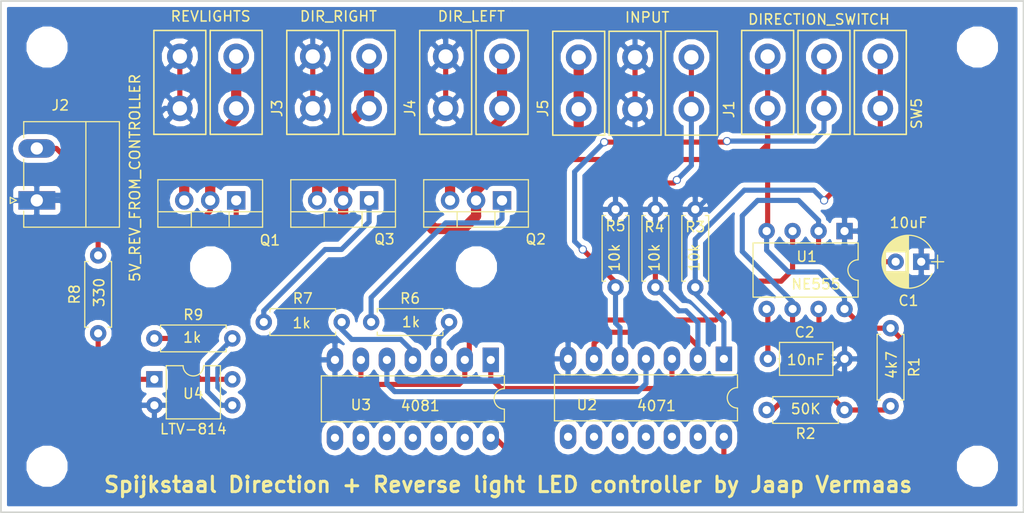
<source format=kicad_pcb>
(kicad_pcb (version 4) (host pcbnew 4.0.7-e2-6376~58~ubuntu16.04.1)

  (general
    (links 63)
    (no_connects 0)
    (area 49.490476 49.525 150.509524 100.575)
    (thickness 1.6)
    (drawings 7)
    (tracks 296)
    (zones 0)
    (modules 30)
    (nets 23)
  )

  (page A4)
  (layers
    (0 F.Cu signal)
    (31 B.Cu signal)
    (32 B.Adhes user hide)
    (33 F.Adhes user hide)
    (34 B.Paste user hide)
    (35 F.Paste user hide)
    (36 B.SilkS user hide)
    (37 F.SilkS user)
    (38 B.Mask user hide)
    (39 F.Mask user hide)
    (40 Dwgs.User user hide)
    (41 Cmts.User user hide)
    (42 Eco1.User user hide)
    (43 Eco2.User user hide)
    (44 Edge.Cuts user)
    (45 Margin user hide)
    (46 B.CrtYd user hide)
    (47 F.CrtYd user hide)
    (48 B.Fab user hide)
    (49 F.Fab user hide)
  )

  (setup
    (last_trace_width 0.5)
    (trace_clearance 0.2)
    (zone_clearance 0.508)
    (zone_45_only no)
    (trace_min 0.2)
    (segment_width 0.2)
    (edge_width 0.15)
    (via_size 0.8)
    (via_drill 0.6)
    (via_min_size 0.4)
    (via_min_drill 0.3)
    (uvia_size 0.3)
    (uvia_drill 0.1)
    (uvias_allowed no)
    (uvia_min_size 0.2)
    (uvia_min_drill 0.1)
    (pcb_text_width 0.3)
    (pcb_text_size 1.5 1.5)
    (mod_edge_width 0.15)
    (mod_text_size 1 1)
    (mod_text_width 0.15)
    (pad_size 3 3)
    (pad_drill 3)
    (pad_to_mask_clearance 0.2)
    (aux_axis_origin 50.1 100)
    (visible_elements FFFFFF7F)
    (pcbplotparams
      (layerselection 0x01020_80000001)
      (usegerberextensions false)
      (excludeedgelayer true)
      (linewidth 0.100000)
      (plotframeref false)
      (viasonmask false)
      (mode 1)
      (useauxorigin false)
      (hpglpennumber 1)
      (hpglpenspeed 20)
      (hpglpendiameter 15)
      (hpglpenoverlay 2)
      (psnegative false)
      (psa4output false)
      (plotreference true)
      (plotvalue true)
      (plotinvisibletext false)
      (padsonsilk false)
      (subtractmaskfromsilk false)
      (outputformat 1)
      (mirror false)
      (drillshape 0)
      (scaleselection 1)
      (outputdirectory output/))
  )

  (net 0 "")
  (net 1 GND)
  (net 2 "Net-(C1-Pad2)")
  (net 3 "Net-(C2-Pad1)")
  (net 4 /REV)
  (net 5 "Net-(J3-Pad1)")
  (net 6 /DIR_R)
  (net 7 /DIR_L)
  (net 8 "Net-(Q2-Pad1)")
  (net 9 "Net-(Q3-Pad1)")
  (net 10 "Net-(R1-Pad2)")
  (net 11 /LEFT)
  (net 12 /ALARM)
  (net 13 /RIGHT)
  (net 14 "Net-(R6-Pad2)")
  (net 15 "Net-(R7-Pad2)")
  (net 16 "Net-(U1-Pad3)")
  (net 17 "Net-(U2-Pad3)")
  (net 18 "Net-(U2-Pad4)")
  (net 19 "Net-(Q1-Pad1)")
  (net 20 +12V)
  (net 21 "Net-(R8-Pad1)")
  (net 22 "Net-(R9-Pad2)")

  (net_class Default "This is the default net class."
    (clearance 0.2)
    (trace_width 0.5)
    (via_dia 0.8)
    (via_drill 0.6)
    (uvia_dia 0.3)
    (uvia_drill 0.1)
    (add_net /ALARM)
    (add_net /LEFT)
    (add_net /REV)
    (add_net /RIGHT)
    (add_net GND)
    (add_net "Net-(C1-Pad2)")
    (add_net "Net-(C2-Pad1)")
    (add_net "Net-(Q1-Pad1)")
    (add_net "Net-(Q2-Pad1)")
    (add_net "Net-(Q3-Pad1)")
    (add_net "Net-(R1-Pad2)")
    (add_net "Net-(R6-Pad2)")
    (add_net "Net-(R7-Pad2)")
    (add_net "Net-(R8-Pad1)")
    (add_net "Net-(R9-Pad2)")
    (add_net "Net-(U1-Pad3)")
    (add_net "Net-(U2-Pad3)")
    (add_net "Net-(U2-Pad4)")
  )

  (net_class Power ""
    (clearance 0.2)
    (trace_width 1)
    (via_dia 0.8)
    (via_drill 0.6)
    (uvia_dia 0.3)
    (uvia_drill 0.1)
    (add_net +12V)
    (add_net /DIR_L)
    (add_net /DIR_R)
    (add_net "Net-(J3-Pad1)")
  )

  (module Capacitors_THT:CP_Radial_D5.0mm_P2.50mm (layer F.Cu) (tedit 59D10FA6) (tstamp 59D0D80B)
    (at 140 75.5 180)
    (descr "CP, Radial series, Radial, pin pitch=2.50mm, , diameter=5mm, Electrolytic Capacitor")
    (tags "CP Radial series Radial pin pitch 2.50mm  diameter 5mm Electrolytic Capacitor")
    (path /59C96477)
    (fp_text reference C1 (at 1.25 -3.81 180) (layer F.SilkS)
      (effects (font (size 1 1) (thickness 0.15)))
    )
    (fp_text value 10uF (at 1.25 3.81 180) (layer F.SilkS)
      (effects (font (size 1 1) (thickness 0.15)))
    )
    (fp_arc (start 1.25 0) (end -1.05558 -1.18) (angle 125.8) (layer F.SilkS) (width 0.12))
    (fp_arc (start 1.25 0) (end -1.05558 1.18) (angle -125.8) (layer F.SilkS) (width 0.12))
    (fp_arc (start 1.25 0) (end 3.55558 -1.18) (angle 54.2) (layer F.SilkS) (width 0.12))
    (fp_circle (center 1.25 0) (end 3.75 0) (layer F.Fab) (width 0.1))
    (fp_line (start -2.2 0) (end -1 0) (layer F.Fab) (width 0.1))
    (fp_line (start -1.6 -0.65) (end -1.6 0.65) (layer F.Fab) (width 0.1))
    (fp_line (start 1.25 -2.55) (end 1.25 2.55) (layer F.SilkS) (width 0.12))
    (fp_line (start 1.29 -2.55) (end 1.29 2.55) (layer F.SilkS) (width 0.12))
    (fp_line (start 1.33 -2.549) (end 1.33 2.549) (layer F.SilkS) (width 0.12))
    (fp_line (start 1.37 -2.548) (end 1.37 2.548) (layer F.SilkS) (width 0.12))
    (fp_line (start 1.41 -2.546) (end 1.41 2.546) (layer F.SilkS) (width 0.12))
    (fp_line (start 1.45 -2.543) (end 1.45 2.543) (layer F.SilkS) (width 0.12))
    (fp_line (start 1.49 -2.539) (end 1.49 2.539) (layer F.SilkS) (width 0.12))
    (fp_line (start 1.53 -2.535) (end 1.53 -0.98) (layer F.SilkS) (width 0.12))
    (fp_line (start 1.53 0.98) (end 1.53 2.535) (layer F.SilkS) (width 0.12))
    (fp_line (start 1.57 -2.531) (end 1.57 -0.98) (layer F.SilkS) (width 0.12))
    (fp_line (start 1.57 0.98) (end 1.57 2.531) (layer F.SilkS) (width 0.12))
    (fp_line (start 1.61 -2.525) (end 1.61 -0.98) (layer F.SilkS) (width 0.12))
    (fp_line (start 1.61 0.98) (end 1.61 2.525) (layer F.SilkS) (width 0.12))
    (fp_line (start 1.65 -2.519) (end 1.65 -0.98) (layer F.SilkS) (width 0.12))
    (fp_line (start 1.65 0.98) (end 1.65 2.519) (layer F.SilkS) (width 0.12))
    (fp_line (start 1.69 -2.513) (end 1.69 -0.98) (layer F.SilkS) (width 0.12))
    (fp_line (start 1.69 0.98) (end 1.69 2.513) (layer F.SilkS) (width 0.12))
    (fp_line (start 1.73 -2.506) (end 1.73 -0.98) (layer F.SilkS) (width 0.12))
    (fp_line (start 1.73 0.98) (end 1.73 2.506) (layer F.SilkS) (width 0.12))
    (fp_line (start 1.77 -2.498) (end 1.77 -0.98) (layer F.SilkS) (width 0.12))
    (fp_line (start 1.77 0.98) (end 1.77 2.498) (layer F.SilkS) (width 0.12))
    (fp_line (start 1.81 -2.489) (end 1.81 -0.98) (layer F.SilkS) (width 0.12))
    (fp_line (start 1.81 0.98) (end 1.81 2.489) (layer F.SilkS) (width 0.12))
    (fp_line (start 1.85 -2.48) (end 1.85 -0.98) (layer F.SilkS) (width 0.12))
    (fp_line (start 1.85 0.98) (end 1.85 2.48) (layer F.SilkS) (width 0.12))
    (fp_line (start 1.89 -2.47) (end 1.89 -0.98) (layer F.SilkS) (width 0.12))
    (fp_line (start 1.89 0.98) (end 1.89 2.47) (layer F.SilkS) (width 0.12))
    (fp_line (start 1.93 -2.46) (end 1.93 -0.98) (layer F.SilkS) (width 0.12))
    (fp_line (start 1.93 0.98) (end 1.93 2.46) (layer F.SilkS) (width 0.12))
    (fp_line (start 1.971 -2.448) (end 1.971 -0.98) (layer F.SilkS) (width 0.12))
    (fp_line (start 1.971 0.98) (end 1.971 2.448) (layer F.SilkS) (width 0.12))
    (fp_line (start 2.011 -2.436) (end 2.011 -0.98) (layer F.SilkS) (width 0.12))
    (fp_line (start 2.011 0.98) (end 2.011 2.436) (layer F.SilkS) (width 0.12))
    (fp_line (start 2.051 -2.424) (end 2.051 -0.98) (layer F.SilkS) (width 0.12))
    (fp_line (start 2.051 0.98) (end 2.051 2.424) (layer F.SilkS) (width 0.12))
    (fp_line (start 2.091 -2.41) (end 2.091 -0.98) (layer F.SilkS) (width 0.12))
    (fp_line (start 2.091 0.98) (end 2.091 2.41) (layer F.SilkS) (width 0.12))
    (fp_line (start 2.131 -2.396) (end 2.131 -0.98) (layer F.SilkS) (width 0.12))
    (fp_line (start 2.131 0.98) (end 2.131 2.396) (layer F.SilkS) (width 0.12))
    (fp_line (start 2.171 -2.382) (end 2.171 -0.98) (layer F.SilkS) (width 0.12))
    (fp_line (start 2.171 0.98) (end 2.171 2.382) (layer F.SilkS) (width 0.12))
    (fp_line (start 2.211 -2.366) (end 2.211 -0.98) (layer F.SilkS) (width 0.12))
    (fp_line (start 2.211 0.98) (end 2.211 2.366) (layer F.SilkS) (width 0.12))
    (fp_line (start 2.251 -2.35) (end 2.251 -0.98) (layer F.SilkS) (width 0.12))
    (fp_line (start 2.251 0.98) (end 2.251 2.35) (layer F.SilkS) (width 0.12))
    (fp_line (start 2.291 -2.333) (end 2.291 -0.98) (layer F.SilkS) (width 0.12))
    (fp_line (start 2.291 0.98) (end 2.291 2.333) (layer F.SilkS) (width 0.12))
    (fp_line (start 2.331 -2.315) (end 2.331 -0.98) (layer F.SilkS) (width 0.12))
    (fp_line (start 2.331 0.98) (end 2.331 2.315) (layer F.SilkS) (width 0.12))
    (fp_line (start 2.371 -2.296) (end 2.371 -0.98) (layer F.SilkS) (width 0.12))
    (fp_line (start 2.371 0.98) (end 2.371 2.296) (layer F.SilkS) (width 0.12))
    (fp_line (start 2.411 -2.276) (end 2.411 -0.98) (layer F.SilkS) (width 0.12))
    (fp_line (start 2.411 0.98) (end 2.411 2.276) (layer F.SilkS) (width 0.12))
    (fp_line (start 2.451 -2.256) (end 2.451 -0.98) (layer F.SilkS) (width 0.12))
    (fp_line (start 2.451 0.98) (end 2.451 2.256) (layer F.SilkS) (width 0.12))
    (fp_line (start 2.491 -2.234) (end 2.491 -0.98) (layer F.SilkS) (width 0.12))
    (fp_line (start 2.491 0.98) (end 2.491 2.234) (layer F.SilkS) (width 0.12))
    (fp_line (start 2.531 -2.212) (end 2.531 -0.98) (layer F.SilkS) (width 0.12))
    (fp_line (start 2.531 0.98) (end 2.531 2.212) (layer F.SilkS) (width 0.12))
    (fp_line (start 2.571 -2.189) (end 2.571 -0.98) (layer F.SilkS) (width 0.12))
    (fp_line (start 2.571 0.98) (end 2.571 2.189) (layer F.SilkS) (width 0.12))
    (fp_line (start 2.611 -2.165) (end 2.611 -0.98) (layer F.SilkS) (width 0.12))
    (fp_line (start 2.611 0.98) (end 2.611 2.165) (layer F.SilkS) (width 0.12))
    (fp_line (start 2.651 -2.14) (end 2.651 -0.98) (layer F.SilkS) (width 0.12))
    (fp_line (start 2.651 0.98) (end 2.651 2.14) (layer F.SilkS) (width 0.12))
    (fp_line (start 2.691 -2.113) (end 2.691 -0.98) (layer F.SilkS) (width 0.12))
    (fp_line (start 2.691 0.98) (end 2.691 2.113) (layer F.SilkS) (width 0.12))
    (fp_line (start 2.731 -2.086) (end 2.731 -0.98) (layer F.SilkS) (width 0.12))
    (fp_line (start 2.731 0.98) (end 2.731 2.086) (layer F.SilkS) (width 0.12))
    (fp_line (start 2.771 -2.058) (end 2.771 -0.98) (layer F.SilkS) (width 0.12))
    (fp_line (start 2.771 0.98) (end 2.771 2.058) (layer F.SilkS) (width 0.12))
    (fp_line (start 2.811 -2.028) (end 2.811 -0.98) (layer F.SilkS) (width 0.12))
    (fp_line (start 2.811 0.98) (end 2.811 2.028) (layer F.SilkS) (width 0.12))
    (fp_line (start 2.851 -1.997) (end 2.851 -0.98) (layer F.SilkS) (width 0.12))
    (fp_line (start 2.851 0.98) (end 2.851 1.997) (layer F.SilkS) (width 0.12))
    (fp_line (start 2.891 -1.965) (end 2.891 -0.98) (layer F.SilkS) (width 0.12))
    (fp_line (start 2.891 0.98) (end 2.891 1.965) (layer F.SilkS) (width 0.12))
    (fp_line (start 2.931 -1.932) (end 2.931 -0.98) (layer F.SilkS) (width 0.12))
    (fp_line (start 2.931 0.98) (end 2.931 1.932) (layer F.SilkS) (width 0.12))
    (fp_line (start 2.971 -1.897) (end 2.971 -0.98) (layer F.SilkS) (width 0.12))
    (fp_line (start 2.971 0.98) (end 2.971 1.897) (layer F.SilkS) (width 0.12))
    (fp_line (start 3.011 -1.861) (end 3.011 -0.98) (layer F.SilkS) (width 0.12))
    (fp_line (start 3.011 0.98) (end 3.011 1.861) (layer F.SilkS) (width 0.12))
    (fp_line (start 3.051 -1.823) (end 3.051 -0.98) (layer F.SilkS) (width 0.12))
    (fp_line (start 3.051 0.98) (end 3.051 1.823) (layer F.SilkS) (width 0.12))
    (fp_line (start 3.091 -1.783) (end 3.091 -0.98) (layer F.SilkS) (width 0.12))
    (fp_line (start 3.091 0.98) (end 3.091 1.783) (layer F.SilkS) (width 0.12))
    (fp_line (start 3.131 -1.742) (end 3.131 -0.98) (layer F.SilkS) (width 0.12))
    (fp_line (start 3.131 0.98) (end 3.131 1.742) (layer F.SilkS) (width 0.12))
    (fp_line (start 3.171 -1.699) (end 3.171 -0.98) (layer F.SilkS) (width 0.12))
    (fp_line (start 3.171 0.98) (end 3.171 1.699) (layer F.SilkS) (width 0.12))
    (fp_line (start 3.211 -1.654) (end 3.211 -0.98) (layer F.SilkS) (width 0.12))
    (fp_line (start 3.211 0.98) (end 3.211 1.654) (layer F.SilkS) (width 0.12))
    (fp_line (start 3.251 -1.606) (end 3.251 -0.98) (layer F.SilkS) (width 0.12))
    (fp_line (start 3.251 0.98) (end 3.251 1.606) (layer F.SilkS) (width 0.12))
    (fp_line (start 3.291 -1.556) (end 3.291 -0.98) (layer F.SilkS) (width 0.12))
    (fp_line (start 3.291 0.98) (end 3.291 1.556) (layer F.SilkS) (width 0.12))
    (fp_line (start 3.331 -1.504) (end 3.331 -0.98) (layer F.SilkS) (width 0.12))
    (fp_line (start 3.331 0.98) (end 3.331 1.504) (layer F.SilkS) (width 0.12))
    (fp_line (start 3.371 -1.448) (end 3.371 -0.98) (layer F.SilkS) (width 0.12))
    (fp_line (start 3.371 0.98) (end 3.371 1.448) (layer F.SilkS) (width 0.12))
    (fp_line (start 3.411 -1.39) (end 3.411 -0.98) (layer F.SilkS) (width 0.12))
    (fp_line (start 3.411 0.98) (end 3.411 1.39) (layer F.SilkS) (width 0.12))
    (fp_line (start 3.451 -1.327) (end 3.451 -0.98) (layer F.SilkS) (width 0.12))
    (fp_line (start 3.451 0.98) (end 3.451 1.327) (layer F.SilkS) (width 0.12))
    (fp_line (start 3.491 -1.261) (end 3.491 1.261) (layer F.SilkS) (width 0.12))
    (fp_line (start 3.531 -1.189) (end 3.531 1.189) (layer F.SilkS) (width 0.12))
    (fp_line (start 3.571 -1.112) (end 3.571 1.112) (layer F.SilkS) (width 0.12))
    (fp_line (start 3.611 -1.028) (end 3.611 1.028) (layer F.SilkS) (width 0.12))
    (fp_line (start 3.651 -0.934) (end 3.651 0.934) (layer F.SilkS) (width 0.12))
    (fp_line (start 3.691 -0.829) (end 3.691 0.829) (layer F.SilkS) (width 0.12))
    (fp_line (start 3.731 -0.707) (end 3.731 0.707) (layer F.SilkS) (width 0.12))
    (fp_line (start 3.771 -0.559) (end 3.771 0.559) (layer F.SilkS) (width 0.12))
    (fp_line (start 3.811 -0.354) (end 3.811 0.354) (layer F.SilkS) (width 0.12))
    (fp_line (start -2.2 0) (end -1 0) (layer F.SilkS) (width 0.12))
    (fp_line (start -1.6 -0.65) (end -1.6 0.65) (layer F.SilkS) (width 0.12))
    (fp_line (start -1.6 -2.85) (end -1.6 2.85) (layer F.CrtYd) (width 0.05))
    (fp_line (start -1.6 2.85) (end 4.1 2.85) (layer F.CrtYd) (width 0.05))
    (fp_line (start 4.1 2.85) (end 4.1 -2.85) (layer F.CrtYd) (width 0.05))
    (fp_line (start 4.1 -2.85) (end -1.6 -2.85) (layer F.CrtYd) (width 0.05))
    (fp_text user %R (at 1.25 0 180) (layer F.Fab)
      (effects (font (size 1 1) (thickness 0.15)))
    )
    (pad 1 thru_hole rect (at 0 0 180) (size 1.6 1.6) (drill 0.8) (layers *.Cu *.Mask)
      (net 1 GND))
    (pad 2 thru_hole circle (at 2.5 0 180) (size 1.6 1.6) (drill 0.8) (layers *.Cu *.Mask)
      (net 2 "Net-(C1-Pad2)"))
    (model ${KISYS3DMOD}/Capacitors_THT.3dshapes/CP_Radial_D5.0mm_P2.50mm.wrl
      (at (xyz 0 0 0))
      (scale (xyz 1 1 1))
      (rotate (xyz 0 0 0))
    )
  )

  (module Capacitors_THT:C_Axial_L5.1mm_D3.1mm_P7.50mm_Horizontal (layer F.Cu) (tedit 59D10F9C) (tstamp 59D0D811)
    (at 125 85)
    (descr "C, Axial series, Axial, Horizontal, pin pitch=7.5mm, , length*diameter=5.1*3.1mm^2, http://www.vishay.com/docs/45231/arseries.pdf")
    (tags "C Axial series Axial Horizontal pin pitch 7.5mm  length 5.1mm diameter 3.1mm")
    (path /59C96350)
    (fp_text reference C2 (at 3.6 -2.6) (layer F.SilkS)
      (effects (font (size 1 1) (thickness 0.15)))
    )
    (fp_text value 10nF (at 3.7 0.1) (layer F.SilkS)
      (effects (font (size 1 1) (thickness 0.15)))
    )
    (fp_line (start 1.2 -1.55) (end 1.2 1.55) (layer F.Fab) (width 0.1))
    (fp_line (start 1.2 1.55) (end 6.3 1.55) (layer F.Fab) (width 0.1))
    (fp_line (start 6.3 1.55) (end 6.3 -1.55) (layer F.Fab) (width 0.1))
    (fp_line (start 6.3 -1.55) (end 1.2 -1.55) (layer F.Fab) (width 0.1))
    (fp_line (start 0 0) (end 1.2 0) (layer F.Fab) (width 0.1))
    (fp_line (start 7.5 0) (end 6.3 0) (layer F.Fab) (width 0.1))
    (fp_line (start 1.14 -1.61) (end 1.14 1.61) (layer F.SilkS) (width 0.12))
    (fp_line (start 1.14 1.61) (end 6.36 1.61) (layer F.SilkS) (width 0.12))
    (fp_line (start 6.36 1.61) (end 6.36 -1.61) (layer F.SilkS) (width 0.12))
    (fp_line (start 6.36 -1.61) (end 1.14 -1.61) (layer F.SilkS) (width 0.12))
    (fp_line (start 0.98 0) (end 1.14 0) (layer F.SilkS) (width 0.12))
    (fp_line (start 6.52 0) (end 6.36 0) (layer F.SilkS) (width 0.12))
    (fp_line (start -1.05 -1.9) (end -1.05 1.9) (layer F.CrtYd) (width 0.05))
    (fp_line (start -1.05 1.9) (end 8.55 1.9) (layer F.CrtYd) (width 0.05))
    (fp_line (start 8.55 1.9) (end 8.55 -1.9) (layer F.CrtYd) (width 0.05))
    (fp_line (start 8.55 -1.9) (end -1.05 -1.9) (layer F.CrtYd) (width 0.05))
    (fp_text user %R (at 3.75 0) (layer F.Fab) hide
      (effects (font (size 1 1) (thickness 0.15)))
    )
    (pad 1 thru_hole circle (at 0 0) (size 1.6 1.6) (drill 0.8) (layers *.Cu *.Mask)
      (net 3 "Net-(C2-Pad1)"))
    (pad 2 thru_hole oval (at 7.5 0) (size 1.6 1.6) (drill 0.8) (layers *.Cu *.Mask)
      (net 1 GND))
    (model ${KISYS3DMOD}/Capacitors_THT.3dshapes/C_Axial_L5.1mm_D3.1mm_P7.50mm_Horizontal.wrl
      (at (xyz 0 0 0))
      (scale (xyz 1 1 1))
      (rotate (xyz 0 0 0))
    )
  )

  (module TO_SOT_Packages_THT:TO-220_Vertical (layer F.Cu) (tedit 59D0F1F1) (tstamp 59D0D843)
    (at 73 69.5 180)
    (descr "TO-220, Vertical, RM 2.54mm")
    (tags "TO-220 Vertical RM 2.54mm")
    (path /59CDA9D0)
    (fp_text reference Q1 (at -1.9 -3.8 180) (layer F.Fab) hide
      (effects (font (size 1 1) (thickness 0.15)))
    )
    (fp_text value IRF520N (at 2.54 3.92 180) (layer F.Fab)
      (effects (font (size 1 1) (thickness 0.15)))
    )
    (fp_text user %R (at -3.3 -3.9 180) (layer F.SilkS)
      (effects (font (size 1 1) (thickness 0.15)))
    )
    (fp_line (start -2.46 -2.5) (end -2.46 1.9) (layer F.Fab) (width 0.1))
    (fp_line (start -2.46 1.9) (end 7.54 1.9) (layer F.Fab) (width 0.1))
    (fp_line (start 7.54 1.9) (end 7.54 -2.5) (layer F.Fab) (width 0.1))
    (fp_line (start 7.54 -2.5) (end -2.46 -2.5) (layer F.Fab) (width 0.1))
    (fp_line (start -2.46 -1.23) (end 7.54 -1.23) (layer F.Fab) (width 0.1))
    (fp_line (start 0.69 -2.5) (end 0.69 -1.23) (layer F.Fab) (width 0.1))
    (fp_line (start 4.39 -2.5) (end 4.39 -1.23) (layer F.Fab) (width 0.1))
    (fp_line (start -2.58 -2.62) (end 7.66 -2.62) (layer F.SilkS) (width 0.12))
    (fp_line (start -2.58 2.021) (end 7.66 2.021) (layer F.SilkS) (width 0.12))
    (fp_line (start -2.58 -2.62) (end -2.58 2.021) (layer F.SilkS) (width 0.12))
    (fp_line (start 7.66 -2.62) (end 7.66 2.021) (layer F.SilkS) (width 0.12))
    (fp_line (start -2.58 -1.11) (end 7.66 -1.11) (layer F.SilkS) (width 0.12))
    (fp_line (start 0.69 -2.62) (end 0.69 -1.11) (layer F.SilkS) (width 0.12))
    (fp_line (start 4.391 -2.62) (end 4.391 -1.11) (layer F.SilkS) (width 0.12))
    (fp_line (start -2.71 -2.75) (end -2.71 2.16) (layer F.CrtYd) (width 0.05))
    (fp_line (start -2.71 2.16) (end 7.79 2.16) (layer F.CrtYd) (width 0.05))
    (fp_line (start 7.79 2.16) (end 7.79 -2.75) (layer F.CrtYd) (width 0.05))
    (fp_line (start 7.79 -2.75) (end -2.71 -2.75) (layer F.CrtYd) (width 0.05))
    (pad 1 thru_hole rect (at 0 0 180) (size 1.8 1.8) (drill 1) (layers *.Cu *.Mask)
      (net 19 "Net-(Q1-Pad1)"))
    (pad 2 thru_hole oval (at 2.54 0 180) (size 1.8 1.8) (drill 1) (layers *.Cu *.Mask)
      (net 20 +12V))
    (pad 3 thru_hole oval (at 5.08 0 180) (size 1.8 1.8) (drill 1) (layers *.Cu *.Mask)
      (net 5 "Net-(J3-Pad1)"))
    (model ${KISYS3DMOD}/TO_SOT_Packages_THT.3dshapes/TO-220_Vertical.wrl
      (at (xyz 0.1 0 0))
      (scale (xyz 0.393701 0.393701 0.393701))
      (rotate (xyz 0 0 0))
    )
  )

  (module TO_SOT_Packages_THT:TO-220_Vertical (layer F.Cu) (tedit 59D0F1E9) (tstamp 59D0D84A)
    (at 99 69.5 180)
    (descr "TO-220, Vertical, RM 2.54mm")
    (tags "TO-220 Vertical RM 2.54mm")
    (path /59CAA0F4)
    (fp_text reference Q2 (at -3.3 -3.8 180) (layer F.SilkS)
      (effects (font (size 1 1) (thickness 0.15)))
    )
    (fp_text value IRF520N (at 2.54 3.92 180) (layer F.Fab)
      (effects (font (size 1 1) (thickness 0.15)))
    )
    (fp_text user %R (at 2.54 -3.62 180) (layer F.Fab) hide
      (effects (font (size 1 1) (thickness 0.15)))
    )
    (fp_line (start -2.46 -2.5) (end -2.46 1.9) (layer F.Fab) (width 0.1))
    (fp_line (start -2.46 1.9) (end 7.54 1.9) (layer F.Fab) (width 0.1))
    (fp_line (start 7.54 1.9) (end 7.54 -2.5) (layer F.Fab) (width 0.1))
    (fp_line (start 7.54 -2.5) (end -2.46 -2.5) (layer F.Fab) (width 0.1))
    (fp_line (start -2.46 -1.23) (end 7.54 -1.23) (layer F.Fab) (width 0.1))
    (fp_line (start 0.69 -2.5) (end 0.69 -1.23) (layer F.Fab) (width 0.1))
    (fp_line (start 4.39 -2.5) (end 4.39 -1.23) (layer F.Fab) (width 0.1))
    (fp_line (start -2.58 -2.62) (end 7.66 -2.62) (layer F.SilkS) (width 0.12))
    (fp_line (start -2.58 2.021) (end 7.66 2.021) (layer F.SilkS) (width 0.12))
    (fp_line (start -2.58 -2.62) (end -2.58 2.021) (layer F.SilkS) (width 0.12))
    (fp_line (start 7.66 -2.62) (end 7.66 2.021) (layer F.SilkS) (width 0.12))
    (fp_line (start -2.58 -1.11) (end 7.66 -1.11) (layer F.SilkS) (width 0.12))
    (fp_line (start 0.69 -2.62) (end 0.69 -1.11) (layer F.SilkS) (width 0.12))
    (fp_line (start 4.391 -2.62) (end 4.391 -1.11) (layer F.SilkS) (width 0.12))
    (fp_line (start -2.71 -2.75) (end -2.71 2.16) (layer F.CrtYd) (width 0.05))
    (fp_line (start -2.71 2.16) (end 7.79 2.16) (layer F.CrtYd) (width 0.05))
    (fp_line (start 7.79 2.16) (end 7.79 -2.75) (layer F.CrtYd) (width 0.05))
    (fp_line (start 7.79 -2.75) (end -2.71 -2.75) (layer F.CrtYd) (width 0.05))
    (pad 1 thru_hole rect (at 0 0 180) (size 1.8 1.8) (drill 1) (layers *.Cu *.Mask)
      (net 8 "Net-(Q2-Pad1)"))
    (pad 2 thru_hole oval (at 2.54 0 180) (size 1.8 1.8) (drill 1) (layers *.Cu *.Mask)
      (net 20 +12V))
    (pad 3 thru_hole oval (at 5.08 0 180) (size 1.8 1.8) (drill 1) (layers *.Cu *.Mask)
      (net 7 /DIR_L))
    (model ${KISYS3DMOD}/TO_SOT_Packages_THT.3dshapes/TO-220_Vertical.wrl
      (at (xyz 0.1 0 0))
      (scale (xyz 0.393701 0.393701 0.393701))
      (rotate (xyz 0 0 0))
    )
  )

  (module TO_SOT_Packages_THT:TO-220_Vertical (layer F.Cu) (tedit 59D0F1B1) (tstamp 59D0D851)
    (at 86 69.5 180)
    (descr "TO-220, Vertical, RM 2.54mm")
    (tags "TO-220 Vertical RM 2.54mm")
    (path /59CAA156)
    (fp_text reference Q3 (at -1.5 -3.8 180) (layer F.SilkS)
      (effects (font (size 1 1) (thickness 0.15)))
    )
    (fp_text value IRF520N (at 2.54 3.92 180) (layer F.Fab)
      (effects (font (size 1 1) (thickness 0.15)))
    )
    (fp_text user %R (at 2.54 -3.62 180) (layer F.Fab) hide
      (effects (font (size 1 1) (thickness 0.15)))
    )
    (fp_line (start -2.46 -2.5) (end -2.46 1.9) (layer F.Fab) (width 0.1))
    (fp_line (start -2.46 1.9) (end 7.54 1.9) (layer F.Fab) (width 0.1))
    (fp_line (start 7.54 1.9) (end 7.54 -2.5) (layer F.Fab) (width 0.1))
    (fp_line (start 7.54 -2.5) (end -2.46 -2.5) (layer F.Fab) (width 0.1))
    (fp_line (start -2.46 -1.23) (end 7.54 -1.23) (layer F.Fab) (width 0.1))
    (fp_line (start 0.69 -2.5) (end 0.69 -1.23) (layer F.Fab) (width 0.1))
    (fp_line (start 4.39 -2.5) (end 4.39 -1.23) (layer F.Fab) (width 0.1))
    (fp_line (start -2.58 -2.62) (end 7.66 -2.62) (layer F.SilkS) (width 0.12))
    (fp_line (start -2.58 2.021) (end 7.66 2.021) (layer F.SilkS) (width 0.12))
    (fp_line (start -2.58 -2.62) (end -2.58 2.021) (layer F.SilkS) (width 0.12))
    (fp_line (start 7.66 -2.62) (end 7.66 2.021) (layer F.SilkS) (width 0.12))
    (fp_line (start -2.58 -1.11) (end 7.66 -1.11) (layer F.SilkS) (width 0.12))
    (fp_line (start 0.69 -2.62) (end 0.69 -1.11) (layer F.SilkS) (width 0.12))
    (fp_line (start 4.391 -2.62) (end 4.391 -1.11) (layer F.SilkS) (width 0.12))
    (fp_line (start -2.71 -2.75) (end -2.71 2.16) (layer F.CrtYd) (width 0.05))
    (fp_line (start -2.71 2.16) (end 7.79 2.16) (layer F.CrtYd) (width 0.05))
    (fp_line (start 7.79 2.16) (end 7.79 -2.75) (layer F.CrtYd) (width 0.05))
    (fp_line (start 7.79 -2.75) (end -2.71 -2.75) (layer F.CrtYd) (width 0.05))
    (pad 1 thru_hole rect (at 0 0 180) (size 1.8 1.8) (drill 1) (layers *.Cu *.Mask)
      (net 9 "Net-(Q3-Pad1)"))
    (pad 2 thru_hole oval (at 2.54 0 180) (size 1.8 1.8) (drill 1) (layers *.Cu *.Mask)
      (net 20 +12V))
    (pad 3 thru_hole oval (at 5.08 0 180) (size 1.8 1.8) (drill 1) (layers *.Cu *.Mask)
      (net 6 /DIR_R))
    (model ${KISYS3DMOD}/TO_SOT_Packages_THT.3dshapes/TO-220_Vertical.wrl
      (at (xyz 0.1 0 0))
      (scale (xyz 0.393701 0.393701 0.393701))
      (rotate (xyz 0 0 0))
    )
  )

  (module Housings_DIP:DIP-8_W7.62mm (layer F.Cu) (tedit 59D11049) (tstamp 59D0D89D)
    (at 132.5 72.5 270)
    (descr "8-lead though-hole mounted DIP package, row spacing 7.62 mm (300 mils)")
    (tags "THT DIP DIL PDIP 2.54mm 7.62mm 300mil")
    (path /59C95D85)
    (fp_text reference U1 (at 2.5 3.7 360) (layer F.SilkS)
      (effects (font (size 1 1) (thickness 0.15)))
    )
    (fp_text value NE555 (at 5.2 2.8 360) (layer F.SilkS)
      (effects (font (size 1 1) (thickness 0.15)))
    )
    (fp_arc (start 3.81 -1.33) (end 2.81 -1.33) (angle -180) (layer F.SilkS) (width 0.12))
    (fp_line (start 1.635 -1.27) (end 6.985 -1.27) (layer F.Fab) (width 0.1))
    (fp_line (start 6.985 -1.27) (end 6.985 8.89) (layer F.Fab) (width 0.1))
    (fp_line (start 6.985 8.89) (end 0.635 8.89) (layer F.Fab) (width 0.1))
    (fp_line (start 0.635 8.89) (end 0.635 -0.27) (layer F.Fab) (width 0.1))
    (fp_line (start 0.635 -0.27) (end 1.635 -1.27) (layer F.Fab) (width 0.1))
    (fp_line (start 2.81 -1.33) (end 1.16 -1.33) (layer F.SilkS) (width 0.12))
    (fp_line (start 1.16 -1.33) (end 1.16 8.95) (layer F.SilkS) (width 0.12))
    (fp_line (start 1.16 8.95) (end 6.46 8.95) (layer F.SilkS) (width 0.12))
    (fp_line (start 6.46 8.95) (end 6.46 -1.33) (layer F.SilkS) (width 0.12))
    (fp_line (start 6.46 -1.33) (end 4.81 -1.33) (layer F.SilkS) (width 0.12))
    (fp_line (start -1.1 -1.55) (end -1.1 9.15) (layer F.CrtYd) (width 0.05))
    (fp_line (start -1.1 9.15) (end 8.7 9.15) (layer F.CrtYd) (width 0.05))
    (fp_line (start 8.7 9.15) (end 8.7 -1.55) (layer F.CrtYd) (width 0.05))
    (fp_line (start 8.7 -1.55) (end -1.1 -1.55) (layer F.CrtYd) (width 0.05))
    (fp_text user %R (at 3.81 3.81 270) (layer F.Fab) hide
      (effects (font (size 1 1) (thickness 0.15)))
    )
    (pad 1 thru_hole rect (at 0 0 270) (size 1.6 1.6) (drill 0.8) (layers *.Cu *.Mask)
      (net 1 GND))
    (pad 5 thru_hole oval (at 7.62 7.62 270) (size 1.6 1.6) (drill 0.8) (layers *.Cu *.Mask)
      (net 3 "Net-(C2-Pad1)"))
    (pad 2 thru_hole oval (at 0 2.54 270) (size 1.6 1.6) (drill 0.8) (layers *.Cu *.Mask)
      (net 2 "Net-(C1-Pad2)"))
    (pad 6 thru_hole oval (at 7.62 5.08 270) (size 1.6 1.6) (drill 0.8) (layers *.Cu *.Mask)
      (net 2 "Net-(C1-Pad2)"))
    (pad 3 thru_hole oval (at 0 5.08 270) (size 1.6 1.6) (drill 0.8) (layers *.Cu *.Mask)
      (net 16 "Net-(U1-Pad3)"))
    (pad 7 thru_hole oval (at 7.62 2.54 270) (size 1.6 1.6) (drill 0.8) (layers *.Cu *.Mask)
      (net 10 "Net-(R1-Pad2)"))
    (pad 4 thru_hole oval (at 0 7.62 270) (size 1.6 1.6) (drill 0.8) (layers *.Cu *.Mask)
      (net 20 +12V))
    (pad 8 thru_hole oval (at 7.62 0 270) (size 1.6 1.6) (drill 0.8) (layers *.Cu *.Mask)
      (net 20 +12V))
    (model ${KISYS3DMOD}/Housings_DIP.3dshapes/DIP-8_W7.62mm.wrl
      (at (xyz 0 0 0))
      (scale (xyz 1 1 1))
      (rotate (xyz 0 0 0))
    )
  )

  (module Connectors_Phoenix:PhoenixContact_MC-G_02x5.08mm_Angled (layer F.Cu) (tedit 59D11081) (tstamp 59D0DA56)
    (at 53.5 69.5 90)
    (descr "Generic Phoenix Contact connector footprint for series: MC-G; number of pins: 02; pin pitch: 5.08mm; Angled || order number: 1836189 8A 320V")
    (tags "phoenix_contact connector MC_01x02_G_5.08mm")
    (path /59D0C9C4)
    (fp_text reference J2 (at 9.3 2.3 180) (layer F.SilkS)
      (effects (font (size 1 1) (thickness 0.15)))
    )
    (fp_text value 5V_REV_FROM_CONTROLLER (at 2.2 9.6 90) (layer F.SilkS)
      (effects (font (size 1 1) (thickness 0.15)))
    )
    (fp_line (start -2.62 -1.28) (end -2.62 8.08) (layer F.SilkS) (width 0.12))
    (fp_line (start -2.62 8.08) (end 7.7 8.08) (layer F.SilkS) (width 0.12))
    (fp_line (start 7.7 8.08) (end 7.7 -1.28) (layer F.SilkS) (width 0.12))
    (fp_line (start -2.62 -1.28) (end -1.05 -1.28) (layer F.SilkS) (width 0.12))
    (fp_line (start 7.7 -1.28) (end 6.13 -1.28) (layer F.SilkS) (width 0.12))
    (fp_line (start 1.05 -1.28) (end 4.03 -1.28) (layer F.SilkS) (width 0.12))
    (fp_line (start -2.54 -1.2) (end -2.54 8) (layer F.Fab) (width 0.1))
    (fp_line (start -2.54 8) (end 7.62 8) (layer F.Fab) (width 0.1))
    (fp_line (start 7.62 8) (end 7.62 -1.2) (layer F.Fab) (width 0.1))
    (fp_line (start 7.62 -1.2) (end -2.54 -1.2) (layer F.Fab) (width 0.1))
    (fp_line (start -2.62 4.8) (end 7.7 4.8) (layer F.SilkS) (width 0.12))
    (fp_line (start -3.12 -2.3) (end -3.12 8.5) (layer F.CrtYd) (width 0.05))
    (fp_line (start -3.12 8.5) (end 8.12 8.5) (layer F.CrtYd) (width 0.05))
    (fp_line (start 8.12 8.5) (end 8.12 -2.3) (layer F.CrtYd) (width 0.05))
    (fp_line (start 8.12 -2.3) (end -3.12 -2.3) (layer F.CrtYd) (width 0.05))
    (fp_line (start 0.3 -2.6) (end 0 -2) (layer F.SilkS) (width 0.12))
    (fp_line (start 0 -2) (end -0.3 -2.6) (layer F.SilkS) (width 0.12))
    (fp_line (start -0.3 -2.6) (end 0.3 -2.6) (layer F.SilkS) (width 0.12))
    (fp_line (start 0.8 -1.2) (end 0 0) (layer F.Fab) (width 0.1))
    (fp_line (start 0 0) (end -0.8 -1.2) (layer F.Fab) (width 0.1))
    (fp_text user %R (at 2.54 3 90) (layer F.Fab) hide
      (effects (font (size 1 1) (thickness 0.15)))
    )
    (pad 1 thru_hole rect (at 0 0 90) (size 1.8 3.6) (drill 1.2) (layers *.Cu *.Mask)
      (net 1 GND))
    (pad 2 thru_hole oval (at 5.08 0 90) (size 1.8 3.6) (drill 1.2) (layers *.Cu *.Mask)
      (net 4 /REV))
    (model ${KISYS3DMOD}/Connectors_Phoenix.3dshapes/PhoenixContact_MC-G_02x5.08mm_Angled.wrl
      (at (xyz 0 0 0))
      (scale (xyz 1 1 1))
      (rotate (xyz 0 0 0))
    )
  )

  (module knipper:AMP63824-3 (layer F.Cu) (tedit 59D0F0FB) (tstamp 59D0DE6A)
    (at 106.5 55.5 270)
    (descr http://www.farnell.com/cad/1922435.pdf)
    (path /59D18DE5)
    (fp_text reference J1 (at 5.1 -14.7 270) (layer F.SilkS)
      (effects (font (size 1 1) (thickness 0.15)))
    )
    (fp_text value INPUT (at -3.9 -6.7 360) (layer F.SilkS)
      (effects (font (size 1 1) (thickness 0.15)))
    )
    (fp_line (start -2.54 -13.56) (end -2.54 -8.48) (layer F.SilkS) (width 0.15))
    (fp_line (start -2.54 -8.48) (end 7.62 -8.48) (layer F.SilkS) (width 0.15))
    (fp_line (start 7.62 -8.48) (end 7.62 -13.56) (layer F.SilkS) (width 0.15))
    (fp_line (start 7.62 -13.56) (end -2.54 -13.56) (layer F.SilkS) (width 0.15))
    (fp_line (start 7.62 -8.05) (end -2.54 -8.05) (layer F.SilkS) (width 0.15))
    (fp_line (start 7.62 -2.97) (end 7.62 -8.05) (layer F.SilkS) (width 0.15))
    (fp_line (start -2.54 -2.97) (end 7.62 -2.97) (layer F.SilkS) (width 0.15))
    (fp_line (start -2.54 -8.05) (end -2.54 -2.97) (layer F.SilkS) (width 0.15))
    (fp_line (start -2.54 -2.54) (end -2.54 2.54) (layer F.SilkS) (width 0.15))
    (fp_line (start -2.54 2.54) (end 7.62 2.54) (layer F.SilkS) (width 0.15))
    (fp_line (start 7.62 2.54) (end 7.62 -2.54) (layer F.SilkS) (width 0.15))
    (fp_line (start 7.62 -2.54) (end -2.54 -2.54) (layer F.SilkS) (width 0.15))
    (pad 3 thru_hole circle (at 0 -11.02 270) (size 2.5 2.5) (drill 1.4) (layers *.Cu *.Mask)
      (net 12 /ALARM))
    (pad 3 thru_hole circle (at 5.08 -11.02 270) (size 2.5 2.5) (drill 1.4) (layers *.Cu *.Mask)
      (net 12 /ALARM))
    (pad 2 thru_hole circle (at 5.08 -5.51 270) (size 2.5 2.5) (drill 1.4) (layers *.Cu *.Mask)
      (net 1 GND))
    (pad 2 thru_hole circle (at 0 -5.51 270) (size 2.5 2.5) (drill 1.4) (layers *.Cu *.Mask)
      (net 1 GND))
    (pad 1 thru_hole circle (at 0 0 270) (size 2.5 2.5) (drill 1.4) (layers *.Cu *.Mask)
      (net 20 +12V))
    (pad 1 thru_hole circle (at 5.08 0 270) (size 2.5 2.5) (drill 1.4) (layers *.Cu *.Mask)
      (net 20 +12V))
  )

  (module knipper:AMP63824-2 (layer F.Cu) (tedit 59D0F0C2) (tstamp 59D0DE72)
    (at 73 60.5 90)
    (descr http://www.farnell.com/cad/1922435.pdf)
    (path /59D152FF)
    (fp_text reference J3 (at 0 4 90) (layer F.SilkS)
      (effects (font (size 1 1) (thickness 0.15)))
    )
    (fp_text value REVLIGHTS (at 9 -2.5 180) (layer F.SilkS)
      (effects (font (size 1 1) (thickness 0.15)))
    )
    (fp_line (start 7.62 -8.05) (end -2.54 -8.05) (layer F.SilkS) (width 0.15))
    (fp_line (start 7.62 -2.97) (end 7.62 -8.05) (layer F.SilkS) (width 0.15))
    (fp_line (start -2.54 -2.97) (end 7.62 -2.97) (layer F.SilkS) (width 0.15))
    (fp_line (start -2.54 -8.05) (end -2.54 -2.97) (layer F.SilkS) (width 0.15))
    (fp_line (start -2.54 -2.54) (end -2.54 2.54) (layer F.SilkS) (width 0.15))
    (fp_line (start -2.54 2.54) (end 7.62 2.54) (layer F.SilkS) (width 0.15))
    (fp_line (start 7.62 2.54) (end 7.62 -2.54) (layer F.SilkS) (width 0.15))
    (fp_line (start 7.62 -2.54) (end -2.54 -2.54) (layer F.SilkS) (width 0.15))
    (pad 2 thru_hole circle (at 5.08 -5.51 90) (size 2.5 2.5) (drill 1.4) (layers *.Cu *.Mask)
      (net 1 GND))
    (pad 2 thru_hole circle (at 0 -5.51 90) (size 2.5 2.5) (drill 1.4) (layers *.Cu *.Mask)
      (net 1 GND))
    (pad 1 thru_hole circle (at 0 0 90) (size 2.5 2.5) (drill 1.4) (layers *.Cu *.Mask)
      (net 5 "Net-(J3-Pad1)"))
    (pad 1 thru_hole circle (at 5.08 0 90) (size 2.5 2.5) (drill 1.4) (layers *.Cu *.Mask)
      (net 5 "Net-(J3-Pad1)"))
  )

  (module knipper:AMP63824-2 (layer F.Cu) (tedit 59D0F0C7) (tstamp 59D0DE7A)
    (at 86 60.5 90)
    (descr http://www.farnell.com/cad/1922435.pdf)
    (path /59D17B16)
    (fp_text reference J4 (at 0 4 90) (layer F.SilkS)
      (effects (font (size 1 1) (thickness 0.15)))
    )
    (fp_text value DIR_RIGHT (at 9 -3 180) (layer F.SilkS)
      (effects (font (size 1 1) (thickness 0.15)))
    )
    (fp_line (start 7.62 -8.05) (end -2.54 -8.05) (layer F.SilkS) (width 0.15))
    (fp_line (start 7.62 -2.97) (end 7.62 -8.05) (layer F.SilkS) (width 0.15))
    (fp_line (start -2.54 -2.97) (end 7.62 -2.97) (layer F.SilkS) (width 0.15))
    (fp_line (start -2.54 -8.05) (end -2.54 -2.97) (layer F.SilkS) (width 0.15))
    (fp_line (start -2.54 -2.54) (end -2.54 2.54) (layer F.SilkS) (width 0.15))
    (fp_line (start -2.54 2.54) (end 7.62 2.54) (layer F.SilkS) (width 0.15))
    (fp_line (start 7.62 2.54) (end 7.62 -2.54) (layer F.SilkS) (width 0.15))
    (fp_line (start 7.62 -2.54) (end -2.54 -2.54) (layer F.SilkS) (width 0.15))
    (pad 2 thru_hole circle (at 5.08 -5.51 90) (size 2.5 2.5) (drill 1.4) (layers *.Cu *.Mask)
      (net 1 GND))
    (pad 2 thru_hole circle (at 0 -5.51 90) (size 2.5 2.5) (drill 1.4) (layers *.Cu *.Mask)
      (net 1 GND))
    (pad 1 thru_hole circle (at 0 0 90) (size 2.5 2.5) (drill 1.4) (layers *.Cu *.Mask)
      (net 6 /DIR_R))
    (pad 1 thru_hole circle (at 5.08 0 90) (size 2.5 2.5) (drill 1.4) (layers *.Cu *.Mask)
      (net 6 /DIR_R))
  )

  (module knipper:AMP63824-2 (layer F.Cu) (tedit 59D0F0CD) (tstamp 59D0DE82)
    (at 99 60.5 90)
    (descr http://www.farnell.com/cad/1922435.pdf)
    (path /59D180B8)
    (fp_text reference J5 (at 0 4 90) (layer F.SilkS)
      (effects (font (size 1 1) (thickness 0.15)))
    )
    (fp_text value DIR_LEFT (at 9 -3 180) (layer F.SilkS)
      (effects (font (size 1 1) (thickness 0.15)))
    )
    (fp_line (start 7.62 -8.05) (end -2.54 -8.05) (layer F.SilkS) (width 0.15))
    (fp_line (start 7.62 -2.97) (end 7.62 -8.05) (layer F.SilkS) (width 0.15))
    (fp_line (start -2.54 -2.97) (end 7.62 -2.97) (layer F.SilkS) (width 0.15))
    (fp_line (start -2.54 -8.05) (end -2.54 -2.97) (layer F.SilkS) (width 0.15))
    (fp_line (start -2.54 -2.54) (end -2.54 2.54) (layer F.SilkS) (width 0.15))
    (fp_line (start -2.54 2.54) (end 7.62 2.54) (layer F.SilkS) (width 0.15))
    (fp_line (start 7.62 2.54) (end 7.62 -2.54) (layer F.SilkS) (width 0.15))
    (fp_line (start 7.62 -2.54) (end -2.54 -2.54) (layer F.SilkS) (width 0.15))
    (pad 2 thru_hole circle (at 5.08 -5.51 90) (size 2.5 2.5) (drill 1.4) (layers *.Cu *.Mask)
      (net 1 GND))
    (pad 2 thru_hole circle (at 0 -5.51 90) (size 2.5 2.5) (drill 1.4) (layers *.Cu *.Mask)
      (net 1 GND))
    (pad 1 thru_hole circle (at 0 0 90) (size 2.5 2.5) (drill 1.4) (layers *.Cu *.Mask)
      (net 7 /DIR_L))
    (pad 1 thru_hole circle (at 5.08 0 90) (size 2.5 2.5) (drill 1.4) (layers *.Cu *.Mask)
      (net 7 /DIR_L))
  )

  (module knipper:AMP63824-3 (layer F.Cu) (tedit 59D0F0E3) (tstamp 59D0DE8C)
    (at 136 60.5 90)
    (descr http://www.farnell.com/cad/1922435.pdf)
    (path /59CE7148)
    (fp_text reference SW5 (at -0.508 3.556 90) (layer F.SilkS)
      (effects (font (size 1 1) (thickness 0.15)))
    )
    (fp_text value DIRECTION_SWITCH (at 8.7 -6 180) (layer F.SilkS)
      (effects (font (size 1 1) (thickness 0.15)))
    )
    (fp_line (start -2.54 -13.56) (end -2.54 -8.48) (layer F.SilkS) (width 0.15))
    (fp_line (start -2.54 -8.48) (end 7.62 -8.48) (layer F.SilkS) (width 0.15))
    (fp_line (start 7.62 -8.48) (end 7.62 -13.56) (layer F.SilkS) (width 0.15))
    (fp_line (start 7.62 -13.56) (end -2.54 -13.56) (layer F.SilkS) (width 0.15))
    (fp_line (start 7.62 -8.05) (end -2.54 -8.05) (layer F.SilkS) (width 0.15))
    (fp_line (start 7.62 -2.97) (end 7.62 -8.05) (layer F.SilkS) (width 0.15))
    (fp_line (start -2.54 -2.97) (end 7.62 -2.97) (layer F.SilkS) (width 0.15))
    (fp_line (start -2.54 -8.05) (end -2.54 -2.97) (layer F.SilkS) (width 0.15))
    (fp_line (start -2.54 -2.54) (end -2.54 2.54) (layer F.SilkS) (width 0.15))
    (fp_line (start -2.54 2.54) (end 7.62 2.54) (layer F.SilkS) (width 0.15))
    (fp_line (start 7.62 2.54) (end 7.62 -2.54) (layer F.SilkS) (width 0.15))
    (fp_line (start 7.62 -2.54) (end -2.54 -2.54) (layer F.SilkS) (width 0.15))
    (pad 3 thru_hole circle (at 0 -11.02 90) (size 2.5 2.5) (drill 1.4) (layers *.Cu *.Mask)
      (net 20 +12V))
    (pad 3 thru_hole circle (at 5.08 -11.02 90) (size 2.5 2.5) (drill 1.4) (layers *.Cu *.Mask)
      (net 20 +12V))
    (pad 2 thru_hole circle (at 5.08 -5.51 90) (size 2.5 2.5) (drill 1.4) (layers *.Cu *.Mask)
      (net 13 /RIGHT))
    (pad 2 thru_hole circle (at 0 -5.51 90) (size 2.5 2.5) (drill 1.4) (layers *.Cu *.Mask)
      (net 13 /RIGHT))
    (pad 1 thru_hole circle (at 0 0 90) (size 2.5 2.5) (drill 1.4) (layers *.Cu *.Mask)
      (net 11 /LEFT))
    (pad 1 thru_hole circle (at 5.08 0 90) (size 2.5 2.5) (drill 1.4) (layers *.Cu *.Mask)
      (net 11 /LEFT))
  )

  (module knipper:MountingHole_3mm (layer F.Cu) (tedit 59D0F139) (tstamp 59D0E180)
    (at 54.5 95.5)
    (descr "Mounting Hole 3mm, no annular")
    (tags "mounting hole 3mm no annular")
    (path /59D17A9A)
    (attr virtual)
    (fp_text reference H1 (at 0 -4) (layer F.SilkS) hide
      (effects (font (size 1 1) (thickness 0.15)))
    )
    (fp_text value MOUNT_HOLE (at 0 4) (layer F.Fab) hide
      (effects (font (size 1 1) (thickness 0.15)))
    )
    (fp_text user %R (at 0.3 0) (layer F.Fab)
      (effects (font (size 1 1) (thickness 0.15)))
    )
    (fp_circle (center 0 0) (end 3 0) (layer Cmts.User) (width 0.15))
    (fp_circle (center 0 0) (end 3.25 0) (layer F.CrtYd) (width 0.05))
    (pad 1 np_thru_hole circle (at 0 0) (size 3 3) (drill 3) (layers *.Cu *.Mask))
  )

  (module knipper:MountingHole_3mm (layer F.Cu) (tedit 59D0F12C) (tstamp 59D0E188)
    (at 145.5 95.5)
    (descr "Mounting Hole 3mm, no annular")
    (tags "mounting hole 3mm no annular")
    (path /59D17E91)
    (attr virtual)
    (fp_text reference H2 (at 0 -4) (layer F.SilkS) hide
      (effects (font (size 1 1) (thickness 0.15)))
    )
    (fp_text value MOUNT_HOLE (at 0 4) (layer F.Fab) hide
      (effects (font (size 1 1) (thickness 0.15)))
    )
    (fp_text user %R (at 0.3 0) (layer F.Fab)
      (effects (font (size 1 1) (thickness 0.15)))
    )
    (fp_circle (center 0 0) (end 3 0) (layer Cmts.User) (width 0.15))
    (fp_circle (center 0 0) (end 3.25 0) (layer F.CrtYd) (width 0.05))
    (pad 1 np_thru_hole circle (at 0 0) (size 3 3) (drill 3) (layers *.Cu *.Mask))
  )

  (module knipper:MountingHole_3mm (layer F.Cu) (tedit 59D0F11D) (tstamp 59D0E190)
    (at 145.5 54.5)
    (descr "Mounting Hole 3mm, no annular")
    (tags "mounting hole 3mm no annular")
    (path /59D17E17)
    (attr virtual)
    (fp_text reference H3 (at 0 -4) (layer F.SilkS) hide
      (effects (font (size 1 1) (thickness 0.15)))
    )
    (fp_text value MOUNT_HOLE (at 0 4) (layer F.Fab) hide
      (effects (font (size 1 1) (thickness 0.15)))
    )
    (fp_text user %R (at 0.3 0) (layer F.Fab)
      (effects (font (size 1 1) (thickness 0.15)))
    )
    (fp_circle (center 0 0) (end 3 0) (layer Cmts.User) (width 0.15))
    (fp_circle (center 0 0) (end 3.25 0) (layer F.CrtYd) (width 0.05))
    (pad 1 np_thru_hole circle (at 0 0) (size 3 3) (drill 3) (layers *.Cu *.Mask))
  )

  (module knipper:MountingHole_3mm (layer F.Cu) (tedit 59D0F114) (tstamp 59D0E198)
    (at 54.5 54.5)
    (descr "Mounting Hole 3mm, no annular")
    (tags "mounting hole 3mm no annular")
    (path /59D17F20)
    (attr virtual)
    (fp_text reference H4 (at 0 -4) (layer F.SilkS) hide
      (effects (font (size 1 1) (thickness 0.15)))
    )
    (fp_text value MOUNT_HOLE (at 0 4) (layer F.Fab) hide
      (effects (font (size 1 1) (thickness 0.15)))
    )
    (fp_text user %R (at 0.3 0) (layer F.Fab)
      (effects (font (size 1 1) (thickness 0.15)))
    )
    (fp_circle (center 0 0) (end 3 0) (layer Cmts.User) (width 0.15))
    (fp_circle (center 0 0) (end 3.25 0) (layer F.CrtYd) (width 0.05))
    (pad 1 np_thru_hole circle (at 0 0) (size 3 3) (drill 3) (layers *.Cu *.Mask))
  )

  (module Resistors_THT:R_Axial_DIN0207_L6.3mm_D2.5mm_P7.62mm_Horizontal (layer F.Cu) (tedit 59D10F68) (tstamp 59D0E556)
    (at 137 82 270)
    (descr "Resistor, Axial_DIN0207 series, Axial, Horizontal, pin pitch=7.62mm, 0.25W = 1/4W, length*diameter=6.3*2.5mm^2, http://cdn-reichelt.de/documents/datenblatt/B400/1_4W%23YAG.pdf")
    (tags "Resistor Axial_DIN0207 series Axial Horizontal pin pitch 7.62mm 0.25W = 1/4W length 6.3mm diameter 2.5mm")
    (path /59C95DAD)
    (fp_text reference R1 (at 3.81 -2.31 270) (layer F.SilkS)
      (effects (font (size 1 1) (thickness 0.15)))
    )
    (fp_text value 4k7 (at 3.6 -0.1 270) (layer F.SilkS)
      (effects (font (size 1 1) (thickness 0.15)))
    )
    (fp_line (start 0.66 -1.25) (end 0.66 1.25) (layer F.Fab) (width 0.1))
    (fp_line (start 0.66 1.25) (end 6.96 1.25) (layer F.Fab) (width 0.1))
    (fp_line (start 6.96 1.25) (end 6.96 -1.25) (layer F.Fab) (width 0.1))
    (fp_line (start 6.96 -1.25) (end 0.66 -1.25) (layer F.Fab) (width 0.1))
    (fp_line (start 0 0) (end 0.66 0) (layer F.Fab) (width 0.1))
    (fp_line (start 7.62 0) (end 6.96 0) (layer F.Fab) (width 0.1))
    (fp_line (start 0.6 -0.98) (end 0.6 -1.31) (layer F.SilkS) (width 0.12))
    (fp_line (start 0.6 -1.31) (end 7.02 -1.31) (layer F.SilkS) (width 0.12))
    (fp_line (start 7.02 -1.31) (end 7.02 -0.98) (layer F.SilkS) (width 0.12))
    (fp_line (start 0.6 0.98) (end 0.6 1.31) (layer F.SilkS) (width 0.12))
    (fp_line (start 0.6 1.31) (end 7.02 1.31) (layer F.SilkS) (width 0.12))
    (fp_line (start 7.02 1.31) (end 7.02 0.98) (layer F.SilkS) (width 0.12))
    (fp_line (start -1.05 -1.6) (end -1.05 1.6) (layer F.CrtYd) (width 0.05))
    (fp_line (start -1.05 1.6) (end 8.7 1.6) (layer F.CrtYd) (width 0.05))
    (fp_line (start 8.7 1.6) (end 8.7 -1.6) (layer F.CrtYd) (width 0.05))
    (fp_line (start 8.7 -1.6) (end -1.05 -1.6) (layer F.CrtYd) (width 0.05))
    (pad 1 thru_hole circle (at 0 0 270) (size 1.6 1.6) (drill 0.8) (layers *.Cu *.Mask)
      (net 20 +12V))
    (pad 2 thru_hole oval (at 7.62 0 270) (size 1.6 1.6) (drill 0.8) (layers *.Cu *.Mask)
      (net 10 "Net-(R1-Pad2)"))
    (model ${KISYS3DMOD}/Resistors_THT.3dshapes/R_Axial_DIN0207_L6.3mm_D2.5mm_P7.62mm_Horizontal.wrl
      (at (xyz 0 0 0))
      (scale (xyz 0.393701 0.393701 0.393701))
      (rotate (xyz 0 0 0))
    )
  )

  (module Resistors_THT:R_Axial_DIN0207_L6.3mm_D2.5mm_P7.62mm_Horizontal (layer F.Cu) (tedit 59D10F86) (tstamp 59D0E55B)
    (at 132.5 90 180)
    (descr "Resistor, Axial_DIN0207 series, Axial, Horizontal, pin pitch=7.62mm, 0.25W = 1/4W, length*diameter=6.3*2.5mm^2, http://cdn-reichelt.de/documents/datenblatt/B400/1_4W%23YAG.pdf")
    (tags "Resistor Axial_DIN0207 series Axial Horizontal pin pitch 7.62mm 0.25W = 1/4W length 6.3mm diameter 2.5mm")
    (path /59C97285)
    (fp_text reference R2 (at 3.81 -2.31 180) (layer F.SilkS)
      (effects (font (size 1 1) (thickness 0.15)))
    )
    (fp_text value 50K (at 3.8 0.1 180) (layer F.SilkS)
      (effects (font (size 1 1) (thickness 0.15)))
    )
    (fp_line (start 0.66 -1.25) (end 0.66 1.25) (layer F.Fab) (width 0.1))
    (fp_line (start 0.66 1.25) (end 6.96 1.25) (layer F.Fab) (width 0.1))
    (fp_line (start 6.96 1.25) (end 6.96 -1.25) (layer F.Fab) (width 0.1))
    (fp_line (start 6.96 -1.25) (end 0.66 -1.25) (layer F.Fab) (width 0.1))
    (fp_line (start 0 0) (end 0.66 0) (layer F.Fab) (width 0.1))
    (fp_line (start 7.62 0) (end 6.96 0) (layer F.Fab) (width 0.1))
    (fp_line (start 0.6 -0.98) (end 0.6 -1.31) (layer F.SilkS) (width 0.12))
    (fp_line (start 0.6 -1.31) (end 7.02 -1.31) (layer F.SilkS) (width 0.12))
    (fp_line (start 7.02 -1.31) (end 7.02 -0.98) (layer F.SilkS) (width 0.12))
    (fp_line (start 0.6 0.98) (end 0.6 1.31) (layer F.SilkS) (width 0.12))
    (fp_line (start 0.6 1.31) (end 7.02 1.31) (layer F.SilkS) (width 0.12))
    (fp_line (start 7.02 1.31) (end 7.02 0.98) (layer F.SilkS) (width 0.12))
    (fp_line (start -1.05 -1.6) (end -1.05 1.6) (layer F.CrtYd) (width 0.05))
    (fp_line (start -1.05 1.6) (end 8.7 1.6) (layer F.CrtYd) (width 0.05))
    (fp_line (start 8.7 1.6) (end 8.7 -1.6) (layer F.CrtYd) (width 0.05))
    (fp_line (start 8.7 -1.6) (end -1.05 -1.6) (layer F.CrtYd) (width 0.05))
    (pad 1 thru_hole circle (at 0 0 180) (size 1.6 1.6) (drill 0.8) (layers *.Cu *.Mask)
      (net 10 "Net-(R1-Pad2)"))
    (pad 2 thru_hole oval (at 7.62 0 180) (size 1.6 1.6) (drill 0.8) (layers *.Cu *.Mask)
      (net 2 "Net-(C1-Pad2)"))
    (model ${KISYS3DMOD}/Resistors_THT.3dshapes/R_Axial_DIN0207_L6.3mm_D2.5mm_P7.62mm_Horizontal.wrl
      (at (xyz 0 0 0))
      (scale (xyz 0.393701 0.393701 0.393701))
      (rotate (xyz 0 0 0))
    )
  )

  (module Resistors_THT:R_Axial_DIN0207_L6.3mm_D2.5mm_P7.62mm_Horizontal (layer F.Cu) (tedit 59D10F25) (tstamp 59D0E560)
    (at 117.9 78 90)
    (descr "Resistor, Axial_DIN0207 series, Axial, Horizontal, pin pitch=7.62mm, 0.25W = 1/4W, length*diameter=6.3*2.5mm^2, http://cdn-reichelt.de/documents/datenblatt/B400/1_4W%23YAG.pdf")
    (tags "Resistor Axial_DIN0207 series Axial Horizontal pin pitch 7.62mm 0.25W = 1/4W length 6.3mm diameter 2.5mm")
    (path /59CB6C4D)
    (fp_text reference R3 (at 5.9 0 180) (layer F.SilkS)
      (effects (font (size 1 1) (thickness 0.15)))
    )
    (fp_text value 10k (at 2.9 -0.1 90) (layer F.SilkS)
      (effects (font (size 1 1) (thickness 0.15)))
    )
    (fp_line (start 0.66 -1.25) (end 0.66 1.25) (layer F.Fab) (width 0.1))
    (fp_line (start 0.66 1.25) (end 6.96 1.25) (layer F.Fab) (width 0.1))
    (fp_line (start 6.96 1.25) (end 6.96 -1.25) (layer F.Fab) (width 0.1))
    (fp_line (start 6.96 -1.25) (end 0.66 -1.25) (layer F.Fab) (width 0.1))
    (fp_line (start 0 0) (end 0.66 0) (layer F.Fab) (width 0.1))
    (fp_line (start 7.62 0) (end 6.96 0) (layer F.Fab) (width 0.1))
    (fp_line (start 0.6 -0.98) (end 0.6 -1.31) (layer F.SilkS) (width 0.12))
    (fp_line (start 0.6 -1.31) (end 7.02 -1.31) (layer F.SilkS) (width 0.12))
    (fp_line (start 7.02 -1.31) (end 7.02 -0.98) (layer F.SilkS) (width 0.12))
    (fp_line (start 0.6 0.98) (end 0.6 1.31) (layer F.SilkS) (width 0.12))
    (fp_line (start 0.6 1.31) (end 7.02 1.31) (layer F.SilkS) (width 0.12))
    (fp_line (start 7.02 1.31) (end 7.02 0.98) (layer F.SilkS) (width 0.12))
    (fp_line (start -1.05 -1.6) (end -1.05 1.6) (layer F.CrtYd) (width 0.05))
    (fp_line (start -1.05 1.6) (end 8.7 1.6) (layer F.CrtYd) (width 0.05))
    (fp_line (start 8.7 1.6) (end 8.7 -1.6) (layer F.CrtYd) (width 0.05))
    (fp_line (start 8.7 -1.6) (end -1.05 -1.6) (layer F.CrtYd) (width 0.05))
    (pad 1 thru_hole circle (at 0 0 90) (size 1.6 1.6) (drill 0.8) (layers *.Cu *.Mask)
      (net 11 /LEFT))
    (pad 2 thru_hole oval (at 7.62 0 90) (size 1.6 1.6) (drill 0.8) (layers *.Cu *.Mask)
      (net 1 GND))
    (model ${KISYS3DMOD}/Resistors_THT.3dshapes/R_Axial_DIN0207_L6.3mm_D2.5mm_P7.62mm_Horizontal.wrl
      (at (xyz 0 0 0))
      (scale (xyz 0.393701 0.393701 0.393701))
      (rotate (xyz 0 0 0))
    )
  )

  (module Resistors_THT:R_Axial_DIN0207_L6.3mm_D2.5mm_P7.62mm_Horizontal (layer F.Cu) (tedit 59D10F2B) (tstamp 59D0E565)
    (at 114 78 90)
    (descr "Resistor, Axial_DIN0207 series, Axial, Horizontal, pin pitch=7.62mm, 0.25W = 1/4W, length*diameter=6.3*2.5mm^2, http://cdn-reichelt.de/documents/datenblatt/B400/1_4W%23YAG.pdf")
    (tags "Resistor Axial_DIN0207 series Axial Horizontal pin pitch 7.62mm 0.25W = 1/4W length 6.3mm diameter 2.5mm")
    (path /59CB5573)
    (fp_text reference R4 (at 5.9 -0.1 180) (layer F.SilkS)
      (effects (font (size 1 1) (thickness 0.15)))
    )
    (fp_text value 10k (at 2.9 -0.1 90) (layer F.SilkS)
      (effects (font (size 1 1) (thickness 0.15)))
    )
    (fp_line (start 0.66 -1.25) (end 0.66 1.25) (layer F.Fab) (width 0.1))
    (fp_line (start 0.66 1.25) (end 6.96 1.25) (layer F.Fab) (width 0.1))
    (fp_line (start 6.96 1.25) (end 6.96 -1.25) (layer F.Fab) (width 0.1))
    (fp_line (start 6.96 -1.25) (end 0.66 -1.25) (layer F.Fab) (width 0.1))
    (fp_line (start 0 0) (end 0.66 0) (layer F.Fab) (width 0.1))
    (fp_line (start 7.62 0) (end 6.96 0) (layer F.Fab) (width 0.1))
    (fp_line (start 0.6 -0.98) (end 0.6 -1.31) (layer F.SilkS) (width 0.12))
    (fp_line (start 0.6 -1.31) (end 7.02 -1.31) (layer F.SilkS) (width 0.12))
    (fp_line (start 7.02 -1.31) (end 7.02 -0.98) (layer F.SilkS) (width 0.12))
    (fp_line (start 0.6 0.98) (end 0.6 1.31) (layer F.SilkS) (width 0.12))
    (fp_line (start 0.6 1.31) (end 7.02 1.31) (layer F.SilkS) (width 0.12))
    (fp_line (start 7.02 1.31) (end 7.02 0.98) (layer F.SilkS) (width 0.12))
    (fp_line (start -1.05 -1.6) (end -1.05 1.6) (layer F.CrtYd) (width 0.05))
    (fp_line (start -1.05 1.6) (end 8.7 1.6) (layer F.CrtYd) (width 0.05))
    (fp_line (start 8.7 1.6) (end 8.7 -1.6) (layer F.CrtYd) (width 0.05))
    (fp_line (start 8.7 -1.6) (end -1.05 -1.6) (layer F.CrtYd) (width 0.05))
    (pad 1 thru_hole circle (at 0 0 90) (size 1.6 1.6) (drill 0.8) (layers *.Cu *.Mask)
      (net 12 /ALARM))
    (pad 2 thru_hole oval (at 7.62 0 90) (size 1.6 1.6) (drill 0.8) (layers *.Cu *.Mask)
      (net 1 GND))
    (model ${KISYS3DMOD}/Resistors_THT.3dshapes/R_Axial_DIN0207_L6.3mm_D2.5mm_P7.62mm_Horizontal.wrl
      (at (xyz 0 0 0))
      (scale (xyz 0.393701 0.393701 0.393701))
      (rotate (xyz 0 0 0))
    )
  )

  (module Resistors_THT:R_Axial_DIN0207_L6.3mm_D2.5mm_P7.62mm_Horizontal (layer F.Cu) (tedit 59D10F1C) (tstamp 59D0E56A)
    (at 110.1 78 90)
    (descr "Resistor, Axial_DIN0207 series, Axial, Horizontal, pin pitch=7.62mm, 0.25W = 1/4W, length*diameter=6.3*2.5mm^2, http://cdn-reichelt.de/documents/datenblatt/B400/1_4W%23YAG.pdf")
    (tags "Resistor Axial_DIN0207 series Axial Horizontal pin pitch 7.62mm 0.25W = 1/4W length 6.3mm diameter 2.5mm")
    (path /59CB552C)
    (fp_text reference R5 (at 6 0 180) (layer F.SilkS)
      (effects (font (size 1 1) (thickness 0.15)))
    )
    (fp_text value 10k (at 2.9 -0.1 90) (layer F.SilkS)
      (effects (font (size 1 1) (thickness 0.15)))
    )
    (fp_line (start 0.66 -1.25) (end 0.66 1.25) (layer F.Fab) (width 0.1))
    (fp_line (start 0.66 1.25) (end 6.96 1.25) (layer F.Fab) (width 0.1))
    (fp_line (start 6.96 1.25) (end 6.96 -1.25) (layer F.Fab) (width 0.1))
    (fp_line (start 6.96 -1.25) (end 0.66 -1.25) (layer F.Fab) (width 0.1))
    (fp_line (start 0 0) (end 0.66 0) (layer F.Fab) (width 0.1))
    (fp_line (start 7.62 0) (end 6.96 0) (layer F.Fab) (width 0.1))
    (fp_line (start 0.6 -0.98) (end 0.6 -1.31) (layer F.SilkS) (width 0.12))
    (fp_line (start 0.6 -1.31) (end 7.02 -1.31) (layer F.SilkS) (width 0.12))
    (fp_line (start 7.02 -1.31) (end 7.02 -0.98) (layer F.SilkS) (width 0.12))
    (fp_line (start 0.6 0.98) (end 0.6 1.31) (layer F.SilkS) (width 0.12))
    (fp_line (start 0.6 1.31) (end 7.02 1.31) (layer F.SilkS) (width 0.12))
    (fp_line (start 7.02 1.31) (end 7.02 0.98) (layer F.SilkS) (width 0.12))
    (fp_line (start -1.05 -1.6) (end -1.05 1.6) (layer F.CrtYd) (width 0.05))
    (fp_line (start -1.05 1.6) (end 8.7 1.6) (layer F.CrtYd) (width 0.05))
    (fp_line (start 8.7 1.6) (end 8.7 -1.6) (layer F.CrtYd) (width 0.05))
    (fp_line (start 8.7 -1.6) (end -1.05 -1.6) (layer F.CrtYd) (width 0.05))
    (pad 1 thru_hole circle (at 0 0 90) (size 1.6 1.6) (drill 0.8) (layers *.Cu *.Mask)
      (net 13 /RIGHT))
    (pad 2 thru_hole oval (at 7.62 0 90) (size 1.6 1.6) (drill 0.8) (layers *.Cu *.Mask)
      (net 1 GND))
    (model ${KISYS3DMOD}/Resistors_THT.3dshapes/R_Axial_DIN0207_L6.3mm_D2.5mm_P7.62mm_Horizontal.wrl
      (at (xyz 0 0 0))
      (scale (xyz 0.393701 0.393701 0.393701))
      (rotate (xyz 0 0 0))
    )
  )

  (module Resistors_THT:R_Axial_DIN0207_L6.3mm_D2.5mm_P7.62mm_Horizontal (layer F.Cu) (tedit 59D10ED9) (tstamp 59D0E56F)
    (at 86.2 81.4)
    (descr "Resistor, Axial_DIN0207 series, Axial, Horizontal, pin pitch=7.62mm, 0.25W = 1/4W, length*diameter=6.3*2.5mm^2, http://cdn-reichelt.de/documents/datenblatt/B400/1_4W%23YAG.pdf")
    (tags "Resistor Axial_DIN0207 series Axial Horizontal pin pitch 7.62mm 0.25W = 1/4W length 6.3mm diameter 2.5mm")
    (path /59CAA097)
    (fp_text reference R6 (at 3.81 -2.31) (layer F.SilkS)
      (effects (font (size 1 1) (thickness 0.15)))
    )
    (fp_text value 1k (at 3.9 0) (layer F.SilkS)
      (effects (font (size 1 1) (thickness 0.15)))
    )
    (fp_line (start 0.66 -1.25) (end 0.66 1.25) (layer F.Fab) (width 0.1))
    (fp_line (start 0.66 1.25) (end 6.96 1.25) (layer F.Fab) (width 0.1))
    (fp_line (start 6.96 1.25) (end 6.96 -1.25) (layer F.Fab) (width 0.1))
    (fp_line (start 6.96 -1.25) (end 0.66 -1.25) (layer F.Fab) (width 0.1))
    (fp_line (start 0 0) (end 0.66 0) (layer F.Fab) (width 0.1))
    (fp_line (start 7.62 0) (end 6.96 0) (layer F.Fab) (width 0.1))
    (fp_line (start 0.6 -0.98) (end 0.6 -1.31) (layer F.SilkS) (width 0.12))
    (fp_line (start 0.6 -1.31) (end 7.02 -1.31) (layer F.SilkS) (width 0.12))
    (fp_line (start 7.02 -1.31) (end 7.02 -0.98) (layer F.SilkS) (width 0.12))
    (fp_line (start 0.6 0.98) (end 0.6 1.31) (layer F.SilkS) (width 0.12))
    (fp_line (start 0.6 1.31) (end 7.02 1.31) (layer F.SilkS) (width 0.12))
    (fp_line (start 7.02 1.31) (end 7.02 0.98) (layer F.SilkS) (width 0.12))
    (fp_line (start -1.05 -1.6) (end -1.05 1.6) (layer F.CrtYd) (width 0.05))
    (fp_line (start -1.05 1.6) (end 8.7 1.6) (layer F.CrtYd) (width 0.05))
    (fp_line (start 8.7 1.6) (end 8.7 -1.6) (layer F.CrtYd) (width 0.05))
    (fp_line (start 8.7 -1.6) (end -1.05 -1.6) (layer F.CrtYd) (width 0.05))
    (pad 1 thru_hole circle (at 0 0) (size 1.6 1.6) (drill 0.8) (layers *.Cu *.Mask)
      (net 8 "Net-(Q2-Pad1)"))
    (pad 2 thru_hole oval (at 7.62 0) (size 1.6 1.6) (drill 0.8) (layers *.Cu *.Mask)
      (net 14 "Net-(R6-Pad2)"))
    (model ${KISYS3DMOD}/Resistors_THT.3dshapes/R_Axial_DIN0207_L6.3mm_D2.5mm_P7.62mm_Horizontal.wrl
      (at (xyz 0 0 0))
      (scale (xyz 0.393701 0.393701 0.393701))
      (rotate (xyz 0 0 0))
    )
  )

  (module Resistors_THT:R_Axial_DIN0207_L6.3mm_D2.5mm_P7.62mm_Horizontal (layer F.Cu) (tedit 59D10EC5) (tstamp 59D0E574)
    (at 75.7 81.4)
    (descr "Resistor, Axial_DIN0207 series, Axial, Horizontal, pin pitch=7.62mm, 0.25W = 1/4W, length*diameter=6.3*2.5mm^2, http://cdn-reichelt.de/documents/datenblatt/B400/1_4W%23YAG.pdf")
    (tags "Resistor Axial_DIN0207 series Axial Horizontal pin pitch 7.62mm 0.25W = 1/4W length 6.3mm diameter 2.5mm")
    (path /59C978FD)
    (fp_text reference R7 (at 3.81 -2.31) (layer F.SilkS)
      (effects (font (size 1 1) (thickness 0.15)))
    )
    (fp_text value 1k (at 3.7 0.1) (layer F.SilkS)
      (effects (font (size 1 1) (thickness 0.15)))
    )
    (fp_line (start 0.66 -1.25) (end 0.66 1.25) (layer F.Fab) (width 0.1))
    (fp_line (start 0.66 1.25) (end 6.96 1.25) (layer F.Fab) (width 0.1))
    (fp_line (start 6.96 1.25) (end 6.96 -1.25) (layer F.Fab) (width 0.1))
    (fp_line (start 6.96 -1.25) (end 0.66 -1.25) (layer F.Fab) (width 0.1))
    (fp_line (start 0 0) (end 0.66 0) (layer F.Fab) (width 0.1))
    (fp_line (start 7.62 0) (end 6.96 0) (layer F.Fab) (width 0.1))
    (fp_line (start 0.6 -0.98) (end 0.6 -1.31) (layer F.SilkS) (width 0.12))
    (fp_line (start 0.6 -1.31) (end 7.02 -1.31) (layer F.SilkS) (width 0.12))
    (fp_line (start 7.02 -1.31) (end 7.02 -0.98) (layer F.SilkS) (width 0.12))
    (fp_line (start 0.6 0.98) (end 0.6 1.31) (layer F.SilkS) (width 0.12))
    (fp_line (start 0.6 1.31) (end 7.02 1.31) (layer F.SilkS) (width 0.12))
    (fp_line (start 7.02 1.31) (end 7.02 0.98) (layer F.SilkS) (width 0.12))
    (fp_line (start -1.05 -1.6) (end -1.05 1.6) (layer F.CrtYd) (width 0.05))
    (fp_line (start -1.05 1.6) (end 8.7 1.6) (layer F.CrtYd) (width 0.05))
    (fp_line (start 8.7 1.6) (end 8.7 -1.6) (layer F.CrtYd) (width 0.05))
    (fp_line (start 8.7 -1.6) (end -1.05 -1.6) (layer F.CrtYd) (width 0.05))
    (pad 1 thru_hole circle (at 0 0) (size 1.6 1.6) (drill 0.8) (layers *.Cu *.Mask)
      (net 9 "Net-(Q3-Pad1)"))
    (pad 2 thru_hole oval (at 7.62 0) (size 1.6 1.6) (drill 0.8) (layers *.Cu *.Mask)
      (net 15 "Net-(R7-Pad2)"))
    (model ${KISYS3DMOD}/Resistors_THT.3dshapes/R_Axial_DIN0207_L6.3mm_D2.5mm_P7.62mm_Horizontal.wrl
      (at (xyz 0 0 0))
      (scale (xyz 0.393701 0.393701 0.393701))
      (rotate (xyz 0 0 0))
    )
  )

  (module Resistors_THT:R_Axial_DIN0207_L6.3mm_D2.5mm_P7.62mm_Horizontal (layer F.Cu) (tedit 59D0F221) (tstamp 59D0E579)
    (at 65 83)
    (descr "Resistor, Axial_DIN0207 series, Axial, Horizontal, pin pitch=7.62mm, 0.25W = 1/4W, length*diameter=6.3*2.5mm^2, http://cdn-reichelt.de/documents/datenblatt/B400/1_4W%23YAG.pdf")
    (tags "Resistor Axial_DIN0207 series Axial Horizontal pin pitch 7.62mm 0.25W = 1/4W length 6.3mm diameter 2.5mm")
    (path /59D0BE42)
    (fp_text reference R9 (at 3.81 -2.31) (layer F.SilkS)
      (effects (font (size 1 1) (thickness 0.15)))
    )
    (fp_text value 1k (at 3.7 -0.1) (layer F.SilkS)
      (effects (font (size 1 1) (thickness 0.15)))
    )
    (fp_line (start 0.66 -1.25) (end 0.66 1.25) (layer F.Fab) (width 0.1))
    (fp_line (start 0.66 1.25) (end 6.96 1.25) (layer F.Fab) (width 0.1))
    (fp_line (start 6.96 1.25) (end 6.96 -1.25) (layer F.Fab) (width 0.1))
    (fp_line (start 6.96 -1.25) (end 0.66 -1.25) (layer F.Fab) (width 0.1))
    (fp_line (start 0 0) (end 0.66 0) (layer F.Fab) (width 0.1))
    (fp_line (start 7.62 0) (end 6.96 0) (layer F.Fab) (width 0.1))
    (fp_line (start 0.6 -0.98) (end 0.6 -1.31) (layer F.SilkS) (width 0.12))
    (fp_line (start 0.6 -1.31) (end 7.02 -1.31) (layer F.SilkS) (width 0.12))
    (fp_line (start 7.02 -1.31) (end 7.02 -0.98) (layer F.SilkS) (width 0.12))
    (fp_line (start 0.6 0.98) (end 0.6 1.31) (layer F.SilkS) (width 0.12))
    (fp_line (start 0.6 1.31) (end 7.02 1.31) (layer F.SilkS) (width 0.12))
    (fp_line (start 7.02 1.31) (end 7.02 0.98) (layer F.SilkS) (width 0.12))
    (fp_line (start -1.05 -1.6) (end -1.05 1.6) (layer F.CrtYd) (width 0.05))
    (fp_line (start -1.05 1.6) (end 8.7 1.6) (layer F.CrtYd) (width 0.05))
    (fp_line (start 8.7 1.6) (end 8.7 -1.6) (layer F.CrtYd) (width 0.05))
    (fp_line (start 8.7 -1.6) (end -1.05 -1.6) (layer F.CrtYd) (width 0.05))
    (pad 1 thru_hole circle (at 0 0) (size 1.6 1.6) (drill 0.8) (layers *.Cu *.Mask)
      (net 19 "Net-(Q1-Pad1)"))
    (pad 2 thru_hole oval (at 7.62 0) (size 1.6 1.6) (drill 0.8) (layers *.Cu *.Mask)
      (net 22 "Net-(R9-Pad2)"))
    (model ${KISYS3DMOD}/Resistors_THT.3dshapes/R_Axial_DIN0207_L6.3mm_D2.5mm_P7.62mm_Horizontal.wrl
      (at (xyz 0 0 0))
      (scale (xyz 0.393701 0.393701 0.393701))
      (rotate (xyz 0 0 0))
    )
  )

  (module Resistors_THT:R_Axial_DIN0207_L6.3mm_D2.5mm_P7.62mm_Horizontal (layer F.Cu) (tedit 59D0F14C) (tstamp 59D0E73B)
    (at 59.5 82.5 90)
    (descr "Resistor, Axial_DIN0207 series, Axial, Horizontal, pin pitch=7.62mm, 0.25W = 1/4W, length*diameter=6.3*2.5mm^2, http://cdn-reichelt.de/documents/datenblatt/B400/1_4W%23YAG.pdf")
    (tags "Resistor Axial_DIN0207 series Axial Horizontal pin pitch 7.62mm 0.25W = 1/4W length 6.3mm diameter 2.5mm")
    (path /59D0FEB8)
    (fp_text reference R8 (at 3.81 -2.31 90) (layer F.SilkS)
      (effects (font (size 1 1) (thickness 0.15)))
    )
    (fp_text value 330 (at 4 0.1 90) (layer F.SilkS)
      (effects (font (size 1 1) (thickness 0.15)))
    )
    (fp_line (start 0.66 -1.25) (end 0.66 1.25) (layer F.Fab) (width 0.1))
    (fp_line (start 0.66 1.25) (end 6.96 1.25) (layer F.Fab) (width 0.1))
    (fp_line (start 6.96 1.25) (end 6.96 -1.25) (layer F.Fab) (width 0.1))
    (fp_line (start 6.96 -1.25) (end 0.66 -1.25) (layer F.Fab) (width 0.1))
    (fp_line (start 0 0) (end 0.66 0) (layer F.Fab) (width 0.1))
    (fp_line (start 7.62 0) (end 6.96 0) (layer F.Fab) (width 0.1))
    (fp_line (start 0.6 -0.98) (end 0.6 -1.31) (layer F.SilkS) (width 0.12))
    (fp_line (start 0.6 -1.31) (end 7.02 -1.31) (layer F.SilkS) (width 0.12))
    (fp_line (start 7.02 -1.31) (end 7.02 -0.98) (layer F.SilkS) (width 0.12))
    (fp_line (start 0.6 0.98) (end 0.6 1.31) (layer F.SilkS) (width 0.12))
    (fp_line (start 0.6 1.31) (end 7.02 1.31) (layer F.SilkS) (width 0.12))
    (fp_line (start 7.02 1.31) (end 7.02 0.98) (layer F.SilkS) (width 0.12))
    (fp_line (start -1.05 -1.6) (end -1.05 1.6) (layer F.CrtYd) (width 0.05))
    (fp_line (start -1.05 1.6) (end 8.7 1.6) (layer F.CrtYd) (width 0.05))
    (fp_line (start 8.7 1.6) (end 8.7 -1.6) (layer F.CrtYd) (width 0.05))
    (fp_line (start 8.7 -1.6) (end -1.05 -1.6) (layer F.CrtYd) (width 0.05))
    (pad 1 thru_hole circle (at 0 0 90) (size 1.6 1.6) (drill 0.8) (layers *.Cu *.Mask)
      (net 21 "Net-(R8-Pad1)"))
    (pad 2 thru_hole oval (at 7.62 0 90) (size 1.6 1.6) (drill 0.8) (layers *.Cu *.Mask)
      (net 4 /REV))
    (model ${KISYS3DMOD}/Resistors_THT.3dshapes/R_Axial_DIN0207_L6.3mm_D2.5mm_P7.62mm_Horizontal.wrl
      (at (xyz 0 0 0))
      (scale (xyz 0.393701 0.393701 0.393701))
      (rotate (xyz 0 0 0))
    )
  )

  (module knipper:MountingHole_3mm (layer F.Cu) (tedit 59D0F17C) (tstamp 59D0E849)
    (at 70.5 76)
    (descr "Mounting Hole 3mm, no annular")
    (tags "mounting hole 3mm no annular")
    (path /59D197C3)
    (attr virtual)
    (fp_text reference H5 (at 0 -4) (layer F.SilkS) hide
      (effects (font (size 1 1) (thickness 0.15)))
    )
    (fp_text value MOUNT_HOLE (at 0 4) (layer F.Fab) hide
      (effects (font (size 1 1) (thickness 0.15)))
    )
    (fp_text user %R (at 0.3 0) (layer F.Fab)
      (effects (font (size 1 1) (thickness 0.15)))
    )
    (fp_circle (center 0 0) (end 3 0) (layer Cmts.User) (width 0.15))
    (fp_circle (center 0 0) (end 3.25 0) (layer F.CrtYd) (width 0.05))
    (pad 1 np_thru_hole circle (at 0 0) (size 3 3) (drill 3) (layers *.Cu *.Mask))
  )

  (module knipper:MountingHole_3mm (layer F.Cu) (tedit 59D0F176) (tstamp 59D0E851)
    (at 96.5 76)
    (descr "Mounting Hole 3mm, no annular")
    (tags "mounting hole 3mm no annular")
    (path /59D198BE)
    (attr virtual)
    (fp_text reference H6 (at 0 -4) (layer F.SilkS) hide
      (effects (font (size 1 1) (thickness 0.15)))
    )
    (fp_text value MOUNT_HOLE (at 0 4) (layer F.Fab) hide
      (effects (font (size 1 1) (thickness 0.15)))
    )
    (fp_text user %R (at 0.3 0) (layer F.Fab)
      (effects (font (size 1 1) (thickness 0.15)))
    )
    (fp_circle (center 0 0) (end 3 0) (layer Cmts.User) (width 0.15))
    (fp_circle (center 0 0) (end 3.25 0) (layer F.CrtYd) (width 0.05))
    (pad 1 np_thru_hole circle (at 0 0) (size 3 3) (drill 3) (layers *.Cu *.Mask))
  )

  (module Housings_DIP:DIP-14_W7.62mm_LongPads (layer F.Cu) (tedit 59D10FE3) (tstamp 59D0F4B0)
    (at 120.7 85 270)
    (descr "14-lead though-hole mounted DIP package, row spacing 7.62 mm (300 mils), LongPads")
    (tags "THT DIP DIL PDIP 2.54mm 7.62mm 300mil LongPads")
    (path /59CBF8DC)
    (fp_text reference U2 (at 4.5 13.4 360) (layer F.SilkS)
      (effects (font (size 1 1) (thickness 0.15)))
    )
    (fp_text value 4071 (at 4.6 6.6 360) (layer F.SilkS)
      (effects (font (size 1 1) (thickness 0.15)))
    )
    (fp_arc (start 3.81 -1.33) (end 2.81 -1.33) (angle -180) (layer F.SilkS) (width 0.12))
    (fp_line (start 1.635 -1.27) (end 6.985 -1.27) (layer F.Fab) (width 0.1))
    (fp_line (start 6.985 -1.27) (end 6.985 16.51) (layer F.Fab) (width 0.1))
    (fp_line (start 6.985 16.51) (end 0.635 16.51) (layer F.Fab) (width 0.1))
    (fp_line (start 0.635 16.51) (end 0.635 -0.27) (layer F.Fab) (width 0.1))
    (fp_line (start 0.635 -0.27) (end 1.635 -1.27) (layer F.Fab) (width 0.1))
    (fp_line (start 2.81 -1.33) (end 1.56 -1.33) (layer F.SilkS) (width 0.12))
    (fp_line (start 1.56 -1.33) (end 1.56 16.57) (layer F.SilkS) (width 0.12))
    (fp_line (start 1.56 16.57) (end 6.06 16.57) (layer F.SilkS) (width 0.12))
    (fp_line (start 6.06 16.57) (end 6.06 -1.33) (layer F.SilkS) (width 0.12))
    (fp_line (start 6.06 -1.33) (end 4.81 -1.33) (layer F.SilkS) (width 0.12))
    (fp_line (start -1.45 -1.55) (end -1.45 16.8) (layer F.CrtYd) (width 0.05))
    (fp_line (start -1.45 16.8) (end 9.1 16.8) (layer F.CrtYd) (width 0.05))
    (fp_line (start 9.1 16.8) (end 9.1 -1.55) (layer F.CrtYd) (width 0.05))
    (fp_line (start 9.1 -1.55) (end -1.45 -1.55) (layer F.CrtYd) (width 0.05))
    (fp_text user %R (at 3.81 7.62 270) (layer F.Fab) hide
      (effects (font (size 1 1) (thickness 0.15)))
    )
    (pad 1 thru_hole rect (at 0 0 270) (size 2.4 1.6) (drill 0.8) (layers *.Cu *.Mask)
      (net 11 /LEFT))
    (pad 8 thru_hole oval (at 7.62 15.24 270) (size 2.4 1.6) (drill 0.8) (layers *.Cu *.Mask))
    (pad 2 thru_hole oval (at 0 2.54 270) (size 2.4 1.6) (drill 0.8) (layers *.Cu *.Mask)
      (net 12 /ALARM))
    (pad 9 thru_hole oval (at 7.62 12.7 270) (size 2.4 1.6) (drill 0.8) (layers *.Cu *.Mask))
    (pad 3 thru_hole oval (at 0 5.08 270) (size 2.4 1.6) (drill 0.8) (layers *.Cu *.Mask)
      (net 17 "Net-(U2-Pad3)"))
    (pad 10 thru_hole oval (at 7.62 10.16 270) (size 2.4 1.6) (drill 0.8) (layers *.Cu *.Mask))
    (pad 4 thru_hole oval (at 0 7.62 270) (size 2.4 1.6) (drill 0.8) (layers *.Cu *.Mask)
      (net 18 "Net-(U2-Pad4)"))
    (pad 11 thru_hole oval (at 7.62 7.62 270) (size 2.4 1.6) (drill 0.8) (layers *.Cu *.Mask))
    (pad 5 thru_hole oval (at 0 10.16 270) (size 2.4 1.6) (drill 0.8) (layers *.Cu *.Mask)
      (net 13 /RIGHT))
    (pad 12 thru_hole oval (at 7.62 5.08 270) (size 2.4 1.6) (drill 0.8) (layers *.Cu *.Mask))
    (pad 6 thru_hole oval (at 0 12.7 270) (size 2.4 1.6) (drill 0.8) (layers *.Cu *.Mask)
      (net 12 /ALARM))
    (pad 13 thru_hole oval (at 7.62 2.54 270) (size 2.4 1.6) (drill 0.8) (layers *.Cu *.Mask))
    (pad 7 thru_hole oval (at 0 15.24 270) (size 2.4 1.6) (drill 0.8) (layers *.Cu *.Mask)
      (net 1 GND))
    (pad 14 thru_hole oval (at 7.62 0 270) (size 2.4 1.6) (drill 0.8) (layers *.Cu *.Mask)
      (net 20 +12V))
    (model ${KISYS3DMOD}/Housings_DIP.3dshapes/DIP-14_W7.62mm.wrl
      (at (xyz 0 0 0))
      (scale (xyz 1 1 1))
      (rotate (xyz 0 0 0))
    )
  )

  (module Housings_DIP:DIP-14_W7.62mm_LongPads (layer F.Cu) (tedit 59D11062) (tstamp 59D0F4C1)
    (at 97.9 85.1 270)
    (descr "14-lead though-hole mounted DIP package, row spacing 7.62 mm (300 mils), LongPads")
    (tags "THT DIP DIL PDIP 2.54mm 7.62mm 300mil LongPads")
    (path /59CBF883)
    (fp_text reference U3 (at 4.4 12.7 360) (layer F.SilkS)
      (effects (font (size 1 1) (thickness 0.15)))
    )
    (fp_text value 4081 (at 4.5 6.9 360) (layer F.SilkS)
      (effects (font (size 1 1) (thickness 0.15)))
    )
    (fp_arc (start 3.81 -1.33) (end 2.81 -1.33) (angle -180) (layer F.SilkS) (width 0.12))
    (fp_line (start 1.635 -1.27) (end 6.985 -1.27) (layer F.Fab) (width 0.1))
    (fp_line (start 6.985 -1.27) (end 6.985 16.51) (layer F.Fab) (width 0.1))
    (fp_line (start 6.985 16.51) (end 0.635 16.51) (layer F.Fab) (width 0.1))
    (fp_line (start 0.635 16.51) (end 0.635 -0.27) (layer F.Fab) (width 0.1))
    (fp_line (start 0.635 -0.27) (end 1.635 -1.27) (layer F.Fab) (width 0.1))
    (fp_line (start 2.81 -1.33) (end 1.56 -1.33) (layer F.SilkS) (width 0.12))
    (fp_line (start 1.56 -1.33) (end 1.56 16.57) (layer F.SilkS) (width 0.12))
    (fp_line (start 1.56 16.57) (end 6.06 16.57) (layer F.SilkS) (width 0.12))
    (fp_line (start 6.06 16.57) (end 6.06 -1.33) (layer F.SilkS) (width 0.12))
    (fp_line (start 6.06 -1.33) (end 4.81 -1.33) (layer F.SilkS) (width 0.12))
    (fp_line (start -1.45 -1.55) (end -1.45 16.8) (layer F.CrtYd) (width 0.05))
    (fp_line (start -1.45 16.8) (end 9.1 16.8) (layer F.CrtYd) (width 0.05))
    (fp_line (start 9.1 16.8) (end 9.1 -1.55) (layer F.CrtYd) (width 0.05))
    (fp_line (start 9.1 -1.55) (end -1.45 -1.55) (layer F.CrtYd) (width 0.05))
    (fp_text user %R (at 3.81 7.62 270) (layer F.Fab) hide
      (effects (font (size 1 1) (thickness 0.15)))
    )
    (pad 1 thru_hole rect (at 0 0 270) (size 2.4 1.6) (drill 0.8) (layers *.Cu *.Mask)
      (net 17 "Net-(U2-Pad3)"))
    (pad 8 thru_hole oval (at 7.62 15.24 270) (size 2.4 1.6) (drill 0.8) (layers *.Cu *.Mask))
    (pad 2 thru_hole oval (at 0 2.54 270) (size 2.4 1.6) (drill 0.8) (layers *.Cu *.Mask)
      (net 16 "Net-(U1-Pad3)"))
    (pad 9 thru_hole oval (at 7.62 12.7 270) (size 2.4 1.6) (drill 0.8) (layers *.Cu *.Mask))
    (pad 3 thru_hole oval (at 0 5.08 270) (size 2.4 1.6) (drill 0.8) (layers *.Cu *.Mask)
      (net 14 "Net-(R6-Pad2)"))
    (pad 10 thru_hole oval (at 7.62 10.16 270) (size 2.4 1.6) (drill 0.8) (layers *.Cu *.Mask))
    (pad 4 thru_hole oval (at 0 7.62 270) (size 2.4 1.6) (drill 0.8) (layers *.Cu *.Mask)
      (net 15 "Net-(R7-Pad2)"))
    (pad 11 thru_hole oval (at 7.62 7.62 270) (size 2.4 1.6) (drill 0.8) (layers *.Cu *.Mask))
    (pad 5 thru_hole oval (at 0 10.16 270) (size 2.4 1.6) (drill 0.8) (layers *.Cu *.Mask)
      (net 18 "Net-(U2-Pad4)"))
    (pad 12 thru_hole oval (at 7.62 5.08 270) (size 2.4 1.6) (drill 0.8) (layers *.Cu *.Mask))
    (pad 6 thru_hole oval (at 0 12.7 270) (size 2.4 1.6) (drill 0.8) (layers *.Cu *.Mask)
      (net 16 "Net-(U1-Pad3)"))
    (pad 13 thru_hole oval (at 7.62 2.54 270) (size 2.4 1.6) (drill 0.8) (layers *.Cu *.Mask))
    (pad 7 thru_hole oval (at 0 15.24 270) (size 2.4 1.6) (drill 0.8) (layers *.Cu *.Mask)
      (net 1 GND))
    (pad 14 thru_hole oval (at 7.62 0 270) (size 2.4 1.6) (drill 0.8) (layers *.Cu *.Mask)
      (net 20 +12V))
    (model ${KISYS3DMOD}/Housings_DIP.3dshapes/DIP-14_W7.62mm.wrl
      (at (xyz 0 0 0))
      (scale (xyz 1 1 1))
      (rotate (xyz 0 0 0))
    )
  )

  (module Housings_DIP:DIP-4_W7.62mm (layer F.Cu) (tedit 59D1108F) (tstamp 59D10766)
    (at 65 87)
    (descr "4-lead though-hole mounted DIP package, row spacing 7.62 mm (300 mils)")
    (tags "THT DIP DIL PDIP 2.54mm 7.62mm 300mil")
    (path /59D0BA60)
    (fp_text reference U4 (at 3.8 1.4) (layer F.SilkS)
      (effects (font (size 1 1) (thickness 0.15)))
    )
    (fp_text value LTV-814 (at 3.81 4.87) (layer F.SilkS)
      (effects (font (size 1 1) (thickness 0.15)))
    )
    (fp_arc (start 3.81 -1.33) (end 2.81 -1.33) (angle -180) (layer F.SilkS) (width 0.12))
    (fp_line (start 1.635 -1.27) (end 6.985 -1.27) (layer F.Fab) (width 0.1))
    (fp_line (start 6.985 -1.27) (end 6.985 3.81) (layer F.Fab) (width 0.1))
    (fp_line (start 6.985 3.81) (end 0.635 3.81) (layer F.Fab) (width 0.1))
    (fp_line (start 0.635 3.81) (end 0.635 -0.27) (layer F.Fab) (width 0.1))
    (fp_line (start 0.635 -0.27) (end 1.635 -1.27) (layer F.Fab) (width 0.1))
    (fp_line (start 2.81 -1.33) (end 1.16 -1.33) (layer F.SilkS) (width 0.12))
    (fp_line (start 1.16 -1.33) (end 1.16 3.87) (layer F.SilkS) (width 0.12))
    (fp_line (start 1.16 3.87) (end 6.46 3.87) (layer F.SilkS) (width 0.12))
    (fp_line (start 6.46 3.87) (end 6.46 -1.33) (layer F.SilkS) (width 0.12))
    (fp_line (start 6.46 -1.33) (end 4.81 -1.33) (layer F.SilkS) (width 0.12))
    (fp_line (start -1.1 -1.55) (end -1.1 4.1) (layer F.CrtYd) (width 0.05))
    (fp_line (start -1.1 4.1) (end 8.7 4.1) (layer F.CrtYd) (width 0.05))
    (fp_line (start 8.7 4.1) (end 8.7 -1.55) (layer F.CrtYd) (width 0.05))
    (fp_line (start 8.7 -1.55) (end -1.1 -1.55) (layer F.CrtYd) (width 0.05))
    (fp_text user %R (at 3.81 1.27) (layer F.Fab) hide
      (effects (font (size 1 1) (thickness 0.15)))
    )
    (pad 1 thru_hole rect (at 0 0) (size 1.6 1.6) (drill 0.8) (layers *.Cu *.Mask)
      (net 21 "Net-(R8-Pad1)"))
    (pad 3 thru_hole oval (at 7.62 2.54) (size 1.6 1.6) (drill 0.8) (layers *.Cu *.Mask)
      (net 22 "Net-(R9-Pad2)"))
    (pad 2 thru_hole oval (at 0 2.54) (size 1.6 1.6) (drill 0.8) (layers *.Cu *.Mask)
      (net 1 GND))
    (pad 4 thru_hole oval (at 7.62 0) (size 1.6 1.6) (drill 0.8) (layers *.Cu *.Mask)
      (net 20 +12V))
    (model ${KISYS3DMOD}/Housings_DIP.3dshapes/DIP-4_W7.62mm.wrl
      (at (xyz 0 0 0))
      (scale (xyz 1 1 1))
      (rotate (xyz 0 0 0))
    )
  )

  (gr_text "Spijkstaal Direction + Reverse light LED controller by Jaap Vermaas" (at 99.6 97.3) (layer F.SilkS)
    (effects (font (size 1.5 1.5) (thickness 0.3)))
  )
  (gr_line (start 150 99.5) (end 150 100) (angle 90) (layer Edge.Cuts) (width 0.15))
  (gr_line (start 150 50) (end 150 99.5) (angle 90) (layer Edge.Cuts) (width 0.15))
  (gr_line (start 150 100) (end 50 100) (angle 90) (layer Edge.Cuts) (width 0.15))
  (gr_line (start 100 50) (end 150 50) (angle 90) (layer Edge.Cuts) (width 0.15))
  (gr_line (start 50 100) (end 50 50) (angle 90) (layer Edge.Cuts) (width 0.15))
  (gr_line (start 50 50) (end 100 50) (angle 90) (layer Edge.Cuts) (width 0.15))

  (segment (start 117.9 70.38) (end 118.02 70.38) (width 0.5) (layer B.Cu) (net 1))
  (segment (start 118.02 70.38) (end 120.9 67.5) (width 0.5) (layer B.Cu) (net 1) (tstamp 59D0F61C))
  (segment (start 120.9 67.5) (end 130.5 67.5) (width 0.5) (layer B.Cu) (net 1) (tstamp 59D0F61D))
  (segment (start 130.5 67.5) (end 132.5 69.5) (width 0.5) (layer B.Cu) (net 1) (tstamp 59D0F61F))
  (segment (start 132.5 69.5) (end 132.5 72.5) (width 0.5) (layer B.Cu) (net 1) (tstamp 59D0F620))
  (segment (start 82.66 85.1) (end 81 85.1) (width 0.5) (layer B.Cu) (net 1))
  (segment (start 79.5 86.6) (end 79.5 95.5) (width 0.5) (layer B.Cu) (net 1) (tstamp 59D0F5E2))
  (segment (start 81 85.1) (end 79.5 86.6) (width 0.5) (layer B.Cu) (net 1) (tstamp 59D0F5E1))
  (segment (start 110 70.38) (end 110 74.1) (width 0.5) (layer B.Cu) (net 1))
  (segment (start 105.46 83.04) (end 105.46 85) (width 0.5) (layer B.Cu) (net 1) (tstamp 59D0F5DE))
  (segment (start 106.8 81.7) (end 105.46 83.04) (width 0.5) (layer B.Cu) (net 1) (tstamp 59D0F5DD))
  (segment (start 106.8 77.3) (end 106.8 81.7) (width 0.5) (layer B.Cu) (net 1) (tstamp 59D0F5DB))
  (segment (start 110 74.1) (end 106.8 77.3) (width 0.5) (layer B.Cu) (net 1) (tstamp 59D0F5D9))
  (segment (start 80.49 55.42) (end 80.49 53.01) (width 0.5) (layer B.Cu) (net 1))
  (segment (start 80.49 53.01) (end 80.9 52.6) (width 0.5) (layer B.Cu) (net 1) (tstamp 59D0F08D))
  (segment (start 93.49 53.69) (end 93.49 55.42) (width 0.5) (layer B.Cu) (net 1) (tstamp 59D0F094))
  (segment (start 92.4 52.6) (end 93.49 53.69) (width 0.5) (layer B.Cu) (net 1) (tstamp 59D0F092))
  (segment (start 80.9 52.6) (end 92.4 52.6) (width 0.5) (layer B.Cu) (net 1) (tstamp 59D0F090))
  (segment (start 67.49 60.5) (end 67.49 55.42) (width 0.5) (layer F.Cu) (net 1))
  (segment (start 80.49 60.5) (end 80.49 55.42) (width 0.5) (layer F.Cu) (net 1))
  (segment (start 93.49 60.5) (end 93.49 55.42) (width 0.5) (layer F.Cu) (net 1))
  (segment (start 112.01 60.58) (end 112.01 55.5) (width 0.5) (layer F.Cu) (net 1))
  (segment (start 115 95.5) (end 126 95.5) (width 0.5) (layer B.Cu) (net 1))
  (segment (start 130 87.5) (end 132.5 85) (width 0.5) (layer B.Cu) (net 1) (tstamp 59D0EAD0))
  (segment (start 130 91.5) (end 130 87.5) (width 0.5) (layer B.Cu) (net 1) (tstamp 59D0EACE))
  (segment (start 126 95.5) (end 130 91.5) (width 0.5) (layer B.Cu) (net 1) (tstamp 59D0EACB))
  (segment (start 132.5 85) (end 132.5 83) (width 0.5) (layer B.Cu) (net 1))
  (segment (start 132.5 83) (end 134.5 81) (width 0.5) (layer B.Cu) (net 1) (tstamp 59D0EABC))
  (segment (start 134.5 81) (end 136 79.5) (width 0.5) (layer B.Cu) (net 1) (tstamp 59D0EABD))
  (segment (start 136 79.5) (end 138.5 79.5) (width 0.5) (layer B.Cu) (net 1) (tstamp 59D0EABF))
  (segment (start 138.5 79.5) (end 140 78) (width 0.5) (layer B.Cu) (net 1) (tstamp 59D0EAC4))
  (segment (start 140 78) (end 140 75.5) (width 0.5) (layer B.Cu) (net 1) (tstamp 59D0EAC5))
  (segment (start 140 75.5) (end 140 74) (width 0.5) (layer F.Cu) (net 1))
  (segment (start 138.5 72.5) (end 132.5 72.5) (width 0.5) (layer F.Cu) (net 1) (tstamp 59D0EA97))
  (segment (start 140 74) (end 138.5 72.5) (width 0.5) (layer F.Cu) (net 1) (tstamp 59D0EA96))
  (segment (start 114 70.38) (end 114 69) (width 0.5) (layer B.Cu) (net 1))
  (segment (start 112.01 67.01) (end 112.01 60.58) (width 0.5) (layer B.Cu) (net 1) (tstamp 59D0EA48))
  (segment (start 114 69) (end 112.01 67.01) (width 0.5) (layer B.Cu) (net 1) (tstamp 59D0EA47))
  (segment (start 114 70.38) (end 118 70.38) (width 0.5) (layer B.Cu) (net 1))
  (segment (start 110 70.38) (end 114 70.38) (width 0.5) (layer B.Cu) (net 1))
  (segment (start 115 95.5) (end 102 95.5) (width 0.5) (layer B.Cu) (net 1) (tstamp 59D0EA33))
  (segment (start 62 94) (end 62 89.54) (width 0.5) (layer B.Cu) (net 1) (tstamp 59D0EA2D))
  (segment (start 63.5 95.5) (end 62 94) (width 0.5) (layer B.Cu) (net 1) (tstamp 59D0EA2B))
  (segment (start 102 95.5) (end 79.5 95.5) (width 0.5) (layer B.Cu) (net 1) (tstamp 59D0EA2A))
  (segment (start 79.5 95.5) (end 63.5 95.5) (width 0.5) (layer B.Cu) (net 1) (tstamp 59D0F5E5))
  (segment (start 65 89.54) (end 62 89.54) (width 0.5) (layer B.Cu) (net 1))
  (segment (start 62 89.54) (end 61.54 89.54) (width 0.5) (layer B.Cu) (net 1) (tstamp 59D0EA30))
  (segment (start 53.5 84) (end 53.5 69.5) (width 0.5) (layer B.Cu) (net 1) (tstamp 59D0E9C6))
  (segment (start 58 88.5) (end 53.5 84) (width 0.5) (layer B.Cu) (net 1) (tstamp 59D0E9C4))
  (segment (start 60.5 88.5) (end 58 88.5) (width 0.5) (layer B.Cu) (net 1) (tstamp 59D0E9C3))
  (segment (start 61.54 89.54) (end 60.5 88.5) (width 0.5) (layer B.Cu) (net 1) (tstamp 59D0E9C2))
  (segment (start 67.49 60.5) (end 66 60.5) (width 0.5) (layer B.Cu) (net 1))
  (segment (start 57.5 69) (end 54 69) (width 0.5) (layer B.Cu) (net 1) (tstamp 59D0E9BE))
  (segment (start 66 60.5) (end 57.5 69) (width 0.5) (layer B.Cu) (net 1) (tstamp 59D0E9BD))
  (segment (start 54 69) (end 53.5 69.5) (width 0.5) (layer B.Cu) (net 1) (tstamp 59D0E9BF))
  (segment (start 80.49 53.01) (end 80.5 53) (width 0.5) (layer B.Cu) (net 1) (tstamp 59D0E9BA))
  (segment (start 93.49 55.42) (end 93.49 52.5) (width 0.5) (layer B.Cu) (net 1))
  (segment (start 93.49 52.5) (end 93.5 52.5) (width 0.5) (layer B.Cu) (net 1) (tstamp 59D0E9B5))
  (segment (start 67.49 55.42) (end 67.49 55.01) (width 0.5) (layer B.Cu) (net 1))
  (segment (start 67.49 55.01) (end 70 52.5) (width 0.5) (layer B.Cu) (net 1) (tstamp 59D0E9AE))
  (segment (start 70 52.5) (end 93.5 52.5) (width 0.5) (layer B.Cu) (net 1) (tstamp 59D0E9AF))
  (segment (start 112.01 53.51) (end 112.01 55.5) (width 0.5) (layer B.Cu) (net 1) (tstamp 59D0E9B2))
  (segment (start 111 52.5) (end 112.01 53.51) (width 0.5) (layer B.Cu) (net 1) (tstamp 59D0E9B1))
  (segment (start 93.5 52.5) (end 111 52.5) (width 0.5) (layer B.Cu) (net 1) (tstamp 59D0E9B8))
  (segment (start 127.42 80.12) (end 127.42 79.42) (width 0.5) (layer B.Cu) (net 2))
  (segment (start 127.42 79.42) (end 122.5 74.5) (width 0.5) (layer B.Cu) (net 2) (tstamp 59D0EB6F))
  (segment (start 129.96 71.46) (end 129.96 72.5) (width 0.5) (layer B.Cu) (net 2) (tstamp 59D0EB75))
  (segment (start 128 69.5) (end 129.96 71.46) (width 0.5) (layer B.Cu) (net 2) (tstamp 59D0EB74))
  (segment (start 124 69.5) (end 128 69.5) (width 0.5) (layer B.Cu) (net 2) (tstamp 59D0EB73))
  (segment (start 122.5 71) (end 124 69.5) (width 0.5) (layer B.Cu) (net 2) (tstamp 59D0EB72))
  (segment (start 122.5 74.5) (end 122.5 71) (width 0.5) (layer B.Cu) (net 2) (tstamp 59D0EB71))
  (segment (start 124.88 90) (end 125.5 90) (width 0.5) (layer F.Cu) (net 2))
  (segment (start 125.5 90) (end 127.42 88.08) (width 0.5) (layer F.Cu) (net 2) (tstamp 59D0EAA0))
  (segment (start 127.42 88.08) (end 127.42 80.12) (width 0.5) (layer F.Cu) (net 2) (tstamp 59D0EAA1))
  (segment (start 137.5 75.5) (end 131 75.5) (width 0.5) (layer F.Cu) (net 2))
  (segment (start 129.96 74.46) (end 129.96 72.5) (width 0.5) (layer F.Cu) (net 2) (tstamp 59D0EA93))
  (segment (start 131 75.5) (end 129.96 74.46) (width 0.5) (layer F.Cu) (net 2) (tstamp 59D0EA92))
  (segment (start 125 85) (end 125 80.24) (width 0.5) (layer F.Cu) (net 3))
  (segment (start 125 80.24) (end 124.88 80.12) (width 0.5) (layer F.Cu) (net 3) (tstamp 59D0EA9D))
  (segment (start 53.5 64.42) (end 55.42 64.42) (width 0.5) (layer F.Cu) (net 4))
  (segment (start 59.5 68.5) (end 59.5 74.88) (width 0.5) (layer F.Cu) (net 4) (tstamp 59D0E9CB))
  (segment (start 55.42 64.42) (end 59.5 68.5) (width 0.5) (layer F.Cu) (net 4) (tstamp 59D0E9CA))
  (segment (start 73 60.5) (end 73 55.42) (width 1) (layer F.Cu) (net 5))
  (segment (start 67.92 69.5) (end 67.92 66.58) (width 1) (layer F.Cu) (net 5))
  (segment (start 67.92 66.58) (end 73 61.5) (width 1) (layer F.Cu) (net 5) (tstamp 59D0F991))
  (segment (start 73 61.5) (end 73 60.5) (width 1) (layer F.Cu) (net 5) (tstamp 59D0F992))
  (segment (start 73 55.42) (end 72.4 56.02) (width 0.5) (layer F.Cu) (net 5) (tstamp 59D0F076))
  (segment (start 72.4 56.02) (end 73 55.42) (width 0.5) (layer F.Cu) (net 5) (tstamp 59D0F077))
  (segment (start 73 60.5) (end 73 61.5) (width 0.5) (layer F.Cu) (net 5))
  (segment (start 73 61.5) (end 67.92 66.58) (width 0.5) (layer F.Cu) (net 5) (tstamp 59D0E97C))
  (segment (start 80.92 69.5) (end 80.92 65.18) (width 1) (layer F.Cu) (net 6))
  (segment (start 80.92 65.18) (end 85.6 60.5) (width 1) (layer F.Cu) (net 6) (tstamp 59D0F974))
  (segment (start 85.6 60.5) (end 86 60.5) (width 1) (layer F.Cu) (net 6) (tstamp 59D0F975))
  (segment (start 86 55.42) (end 86 60.5) (width 1) (layer F.Cu) (net 6))
  (segment (start 86 60.5) (end 81 65.5) (width 0.5) (layer F.Cu) (net 6))
  (segment (start 81 65.5) (end 81 69.42) (width 0.5) (layer F.Cu) (net 6) (tstamp 59D0E983))
  (segment (start 81 69.42) (end 80.92 69.5) (width 0.5) (layer F.Cu) (net 6) (tstamp 59D0E984))
  (segment (start 93.92 69.5) (end 93.92 66.58) (width 1) (layer F.Cu) (net 7))
  (segment (start 93.92 66.58) (end 99 61.5) (width 1) (layer F.Cu) (net 7) (tstamp 59D0F978))
  (segment (start 99 61.5) (end 99 60.5) (width 1) (layer F.Cu) (net 7) (tstamp 59D0F979))
  (segment (start 99 55.42) (end 99 60.5) (width 1) (layer F.Cu) (net 7))
  (segment (start 99 60.5) (end 99 61.5) (width 0.5) (layer F.Cu) (net 7))
  (segment (start 99 61.5) (end 93.92 66.58) (width 0.5) (layer F.Cu) (net 7) (tstamp 59D0E989))
  (segment (start 86.2 81.4) (end 86.2 79) (width 0.5) (layer B.Cu) (net 8))
  (segment (start 99 71.3) (end 99 69.5) (width 0.5) (layer B.Cu) (net 8) (tstamp 59D0F5C4))
  (segment (start 98.6 71.7) (end 99 71.3) (width 0.5) (layer B.Cu) (net 8) (tstamp 59D0F5C3))
  (segment (start 93.5 71.7) (end 98.6 71.7) (width 0.5) (layer B.Cu) (net 8) (tstamp 59D0F5C1))
  (segment (start 86.2 79) (end 93.5 71.7) (width 0.5) (layer B.Cu) (net 8) (tstamp 59D0F5BF))
  (segment (start 75.7 81.4) (end 75.7 80.3) (width 0.5) (layer B.Cu) (net 9))
  (segment (start 86 71.6) (end 86 69.5) (width 0.5) (layer B.Cu) (net 9) (tstamp 59D0F5CB))
  (segment (start 83.3 74.3) (end 86 71.6) (width 0.5) (layer B.Cu) (net 9) (tstamp 59D0F5CA))
  (segment (start 81.7 74.3) (end 83.3 74.3) (width 0.5) (layer B.Cu) (net 9) (tstamp 59D0F5C8))
  (segment (start 75.7 80.3) (end 81.7 74.3) (width 0.5) (layer B.Cu) (net 9) (tstamp 59D0F5C7))
  (segment (start 132.5 90) (end 136.62 90) (width 0.5) (layer F.Cu) (net 10))
  (segment (start 136.62 90) (end 137 89.62) (width 0.5) (layer F.Cu) (net 10) (tstamp 59D0EAB0))
  (segment (start 132.5 90) (end 130.5 88) (width 0.5) (layer F.Cu) (net 10))
  (segment (start 130 87.5) (end 130 80.16) (width 0.5) (layer F.Cu) (net 10) (tstamp 59D0EAAA))
  (segment (start 130.5 88) (end 130 87.5) (width 0.5) (layer F.Cu) (net 10) (tstamp 59D0EAA8))
  (segment (start 130 80.16) (end 129.96 80.12) (width 0.5) (layer F.Cu) (net 10) (tstamp 59D0EAAC))
  (segment (start 117.9 78) (end 117.9 73.3) (width 0.5) (layer B.Cu) (net 11))
  (segment (start 136 64) (end 136 60.5) (width 0.5) (layer F.Cu) (net 11) (tstamp 59D0F63C))
  (segment (start 130.5 69.5) (end 136 64) (width 0.5) (layer F.Cu) (net 11) (tstamp 59D0F63B))
  (via (at 130.5 69.5) (size 0.8) (drill 0.6) (layers F.Cu B.Cu) (net 11))
  (segment (start 129.5 68.5) (end 130.5 69.5) (width 0.5) (layer B.Cu) (net 11) (tstamp 59D0F639))
  (segment (start 122.7 68.5) (end 129.5 68.5) (width 0.5) (layer B.Cu) (net 11) (tstamp 59D0F637))
  (segment (start 117.9 73.3) (end 122.7 68.5) (width 0.5) (layer B.Cu) (net 11) (tstamp 59D0F635))
  (segment (start 117.9 78) (end 117.9 78.6) (width 0.5) (layer B.Cu) (net 11))
  (segment (start 117.9 78.6) (end 120.7 81.4) (width 0.5) (layer B.Cu) (net 11) (tstamp 59D0F60D))
  (segment (start 120.7 81.4) (end 120.7 85) (width 0.5) (layer B.Cu) (net 11) (tstamp 59D0F60E))
  (segment (start 136 60.5) (end 136 55.42) (width 0.5) (layer F.Cu) (net 11))
  (segment (start 108 85) (end 108 83.5) (width 0.5) (layer F.Cu) (net 12))
  (segment (start 118.16 83.76) (end 118.16 85) (width 0.5) (layer F.Cu) (net 12) (tstamp 59D0F71E))
  (segment (start 116.8 82.4) (end 118.16 83.76) (width 0.5) (layer F.Cu) (net 12) (tstamp 59D0F71C))
  (segment (start 109.1 82.4) (end 116.8 82.4) (width 0.5) (layer F.Cu) (net 12) (tstamp 59D0F71B))
  (segment (start 108 83.5) (end 109.1 82.4) (width 0.5) (layer F.Cu) (net 12) (tstamp 59D0F71A))
  (segment (start 117.52 60.58) (end 117.52 66.08) (width 0.5) (layer B.Cu) (net 12))
  (segment (start 114 76.2) (end 114 78) (width 0.5) (layer F.Cu) (net 12) (tstamp 59D0F631))
  (segment (start 113 75.2) (end 114 76.2) (width 0.5) (layer F.Cu) (net 12) (tstamp 59D0F630))
  (segment (start 111.9 75.2) (end 113 75.2) (width 0.5) (layer F.Cu) (net 12) (tstamp 59D0F62E))
  (segment (start 107.9 71.2) (end 111.9 75.2) (width 0.5) (layer F.Cu) (net 12) (tstamp 59D0F62C))
  (segment (start 107.9 69) (end 107.9 71.2) (width 0.5) (layer F.Cu) (net 12) (tstamp 59D0F62B))
  (segment (start 109.1 67.8) (end 107.9 69) (width 0.5) (layer F.Cu) (net 12) (tstamp 59D0F629))
  (segment (start 115.8 67.8) (end 109.1 67.8) (width 0.5) (layer F.Cu) (net 12) (tstamp 59D0F628))
  (segment (start 116.1 67.5) (end 115.8 67.8) (width 0.5) (layer F.Cu) (net 12) (tstamp 59D0F627))
  (via (at 116.1 67.5) (size 0.8) (drill 0.6) (layers F.Cu B.Cu) (net 12))
  (segment (start 117.52 66.08) (end 116.1 67.5) (width 0.5) (layer B.Cu) (net 12) (tstamp 59D0F625))
  (segment (start 118.16 85) (end 118.16 81.46) (width 0.5) (layer B.Cu) (net 12))
  (segment (start 118.16 81.46) (end 117 80.3) (width 0.5) (layer B.Cu) (net 12) (tstamp 59D0F612))
  (segment (start 117 80.3) (end 116.3 80.3) (width 0.5) (layer B.Cu) (net 12) (tstamp 59D0F613))
  (segment (start 116.3 80.3) (end 114 78) (width 0.5) (layer B.Cu) (net 12) (tstamp 59D0F614))
  (segment (start 117.52 60.58) (end 117.52 55.5) (width 0.5) (layer F.Cu) (net 12))
  (segment (start 130.49 60.5) (end 130.49 62.71) (width 0.5) (layer B.Cu) (net 13))
  (segment (start 106.9 74.3) (end 110.1 77.5) (width 0.5) (layer F.Cu) (net 13) (tstamp 59D0F6B1))
  (via (at 106.9 74.3) (size 0.8) (drill 0.6) (layers F.Cu B.Cu) (net 13))
  (segment (start 106.1 73.5) (end 106.9 74.3) (width 0.5) (layer B.Cu) (net 13) (tstamp 59D0F6AE))
  (segment (start 106.1 66.7) (end 106.1 73.5) (width 0.5) (layer B.Cu) (net 13) (tstamp 59D0F6AA))
  (segment (start 109 63.8) (end 106.1 66.7) (width 0.5) (layer B.Cu) (net 13) (tstamp 59D0F6A9))
  (via (at 109 63.8) (size 0.8) (drill 0.6) (layers F.Cu B.Cu) (net 13))
  (segment (start 120.9 63.8) (end 109 63.8) (width 0.5) (layer F.Cu) (net 13) (tstamp 59D0F6A5))
  (segment (start 121 63.7) (end 120.9 63.8) (width 0.5) (layer F.Cu) (net 13) (tstamp 59D0F6A4))
  (via (at 121 63.7) (size 0.8) (drill 0.6) (layers F.Cu B.Cu) (net 13))
  (segment (start 129.5 63.7) (end 121 63.7) (width 0.5) (layer B.Cu) (net 13) (tstamp 59D0F6A1))
  (segment (start 130.49 62.71) (end 129.5 63.7) (width 0.5) (layer B.Cu) (net 13) (tstamp 59D0F6A0))
  (segment (start 110.1 77.5) (end 110.1 78) (width 0.5) (layer F.Cu) (net 13) (tstamp 59D0F6B2))
  (segment (start 110.1 78) (end 110.1 81.5) (width 0.5) (layer B.Cu) (net 13))
  (segment (start 110.54 81.94) (end 110.54 85) (width 0.5) (layer B.Cu) (net 13) (tstamp 59D0F618))
  (segment (start 110.1 81.5) (end 110.54 81.94) (width 0.5) (layer B.Cu) (net 13) (tstamp 59D0F617))
  (segment (start 130.49 60.5) (end 130.49 55.42) (width 0.5) (layer F.Cu) (net 13))
  (segment (start 92.82 85.1) (end 92.82 83.02) (width 0.5) (layer B.Cu) (net 14))
  (segment (start 92.82 83.02) (end 93.82 82.02) (width 0.5) (layer B.Cu) (net 14) (tstamp 59D0F5D5))
  (segment (start 93.82 82.02) (end 93.82 81.4) (width 0.5) (layer B.Cu) (net 14) (tstamp 59D0F5D6))
  (segment (start 90.28 85.1) (end 90.28 84.28) (width 0.5) (layer B.Cu) (net 15))
  (segment (start 90.28 84.28) (end 89.1 83.1) (width 0.5) (layer B.Cu) (net 15) (tstamp 59D0F5CF))
  (segment (start 89.1 83.1) (end 84.3 83.1) (width 0.5) (layer B.Cu) (net 15) (tstamp 59D0F5D0))
  (segment (start 84.3 83.1) (end 83.32 82.12) (width 0.5) (layer B.Cu) (net 15) (tstamp 59D0F5D1))
  (segment (start 83.32 82.12) (end 83.32 81.4) (width 0.5) (layer B.Cu) (net 15) (tstamp 59D0F5D2))
  (segment (start 127.42 72.5) (end 127.42 76.28) (width 0.5) (layer F.Cu) (net 16))
  (segment (start 95.8 83.3) (end 95.8 84.66) (width 0.5) (layer F.Cu) (net 16) (tstamp 59D0F6E6))
  (segment (start 97.9 81.2) (end 95.8 83.3) (width 0.5) (layer F.Cu) (net 16) (tstamp 59D0F6E5))
  (segment (start 119.9 81.2) (end 97.9 81.2) (width 0.5) (layer F.Cu) (net 16) (tstamp 59D0F6E3))
  (segment (start 123.7 77.4) (end 119.9 81.2) (width 0.5) (layer F.Cu) (net 16) (tstamp 59D0F6E1))
  (segment (start 126.3 77.4) (end 123.7 77.4) (width 0.5) (layer F.Cu) (net 16) (tstamp 59D0F6DF))
  (segment (start 127.42 76.28) (end 126.3 77.4) (width 0.5) (layer F.Cu) (net 16) (tstamp 59D0F6DE))
  (segment (start 95.8 84.66) (end 95.36 85.1) (width 0.5) (layer F.Cu) (net 16) (tstamp 59D0F6E7))
  (segment (start 85.2 85.1) (end 85.2 87.4) (width 0.5) (layer F.Cu) (net 16))
  (segment (start 95.36 86.94) (end 95.36 85.1) (width 0.5) (layer F.Cu) (net 16) (tstamp 59D0F6D9))
  (segment (start 94.8 87.5) (end 95.36 86.94) (width 0.5) (layer F.Cu) (net 16) (tstamp 59D0F6D8))
  (segment (start 85.3 87.5) (end 94.8 87.5) (width 0.5) (layer F.Cu) (net 16) (tstamp 59D0F6D6))
  (segment (start 85.2 87.4) (end 85.3 87.5) (width 0.5) (layer F.Cu) (net 16) (tstamp 59D0F6D4))
  (segment (start 98.9 87.9) (end 114.7 87.9) (width 0.5) (layer F.Cu) (net 17) (tstamp 59D0F709))
  (segment (start 97.9 86.9) (end 98.9 87.9) (width 0.5) (layer F.Cu) (net 17) (tstamp 59D0F707))
  (segment (start 97.9 85.1) (end 97.9 86.9) (width 0.5) (layer F.Cu) (net 17))
  (segment (start 115.62 86.98) (end 115.62 85) (width 0.5) (layer F.Cu) (net 17) (tstamp 59D0F70D))
  (segment (start 114.7 87.9) (end 115.62 86.98) (width 0.5) (layer F.Cu) (net 17) (tstamp 59D0F70C))
  (segment (start 87.74 85.1) (end 87.74 87.44) (width 0.5) (layer B.Cu) (net 18))
  (segment (start 113.08 87.42) (end 113.08 85) (width 0.5) (layer B.Cu) (net 18) (tstamp 59D0F6F3))
  (segment (start 112.3 88.2) (end 113.08 87.42) (width 0.5) (layer B.Cu) (net 18) (tstamp 59D0F6F2))
  (segment (start 88.5 88.2) (end 112.3 88.2) (width 0.5) (layer B.Cu) (net 18) (tstamp 59D0F6F0))
  (segment (start 87.74 87.44) (end 88.5 88.2) (width 0.5) (layer B.Cu) (net 18) (tstamp 59D0F6ED))
  (segment (start 65 83) (end 69.5 83) (width 0.5) (layer F.Cu) (net 19))
  (segment (start 73 71.5) (end 73 69.5) (width 0.5) (layer F.Cu) (net 19) (tstamp 59D0E9DF))
  (segment (start 75 73.5) (end 73 71.5) (width 0.5) (layer F.Cu) (net 19) (tstamp 59D0E9DE))
  (segment (start 75 78) (end 75 73.5) (width 0.5) (layer F.Cu) (net 19) (tstamp 59D0E9DD))
  (segment (start 73.5 79.5) (end 75 78) (width 0.5) (layer F.Cu) (net 19) (tstamp 59D0E9DC))
  (segment (start 73 79.5) (end 73.5 79.5) (width 0.5) (layer F.Cu) (net 19) (tstamp 59D0E9DB))
  (segment (start 69.5 83) (end 73 79.5) (width 0.5) (layer F.Cu) (net 19) (tstamp 59D0E9DA))
  (segment (start 97.9 92.72) (end 97.9 92.3) (width 0.5) (layer F.Cu) (net 20))
  (segment (start 97.9 92.3) (end 101.1 95.5) (width 0.5) (layer F.Cu) (net 20) (tstamp 59D0F665))
  (segment (start 101.1 95.5) (end 120.3 95.5) (width 0.5) (layer F.Cu) (net 20) (tstamp 59D0F667))
  (segment (start 69.5 87) (end 72.62 87) (width 0.5) (layer F.Cu) (net 20) (tstamp 59D0E9EE))
  (segment (start 67.5 85) (end 69.5 87) (width 0.5) (layer F.Cu) (net 20) (tstamp 59D0E9ED))
  (segment (start 63 85) (end 67.5 85) (width 0.5) (layer F.Cu) (net 20) (tstamp 59D0E9EC))
  (segment (start 62.5 84.5) (end 63 85) (width 0.5) (layer F.Cu) (net 20) (tstamp 59D0E9EB))
  (segment (start 62.5 81.5) (end 62.5 84.5) (width 0.5) (layer F.Cu) (net 20) (tstamp 59D0E9EA))
  (segment (start 65 79) (end 62.5 81.5) (width 0.5) (layer F.Cu) (net 20) (tstamp 59D0E9E8))
  (segment (start 65 75) (end 65 79) (width 0.5) (layer F.Cu) (net 20) (tstamp 59D0E9E6))
  (segment (start 67.5 72.5) (end 65 75) (width 0.5) (layer F.Cu) (net 20) (tstamp 59D0E9E5))
  (segment (start 68.5 72.5) (end 67.5 72.5) (width 0.5) (layer F.Cu) (net 20) (tstamp 59D0E9E4))
  (segment (start 70.46 70.54) (end 68.5 72.5) (width 0.5) (layer F.Cu) (net 20) (tstamp 59D0E9E3))
  (segment (start 106.5 60.58) (end 106.5 55.5) (width 1) (layer F.Cu) (net 20))
  (segment (start 96.46 69.5) (end 96.46 68.54) (width 1) (layer F.Cu) (net 20))
  (segment (start 96.46 68.54) (end 98.1 66.9) (width 1) (layer F.Cu) (net 20) (tstamp 59D0F9C3))
  (segment (start 98.1 66.9) (end 99.5 65.5) (width 1) (layer F.Cu) (net 20) (tstamp 59D0F9C4))
  (segment (start 99.5 65.5) (end 103.3 65.5) (width 1) (layer F.Cu) (net 20) (tstamp 59D0F9C5))
  (segment (start 103.3 65.5) (end 105.5 65.5) (width 1) (layer F.Cu) (net 20) (tstamp 59D0F9C6))
  (segment (start 105.5 65.5) (end 106.5 64.5) (width 1) (layer F.Cu) (net 20) (tstamp 59D0F9C7))
  (segment (start 106.5 64.5) (end 106.5 60.58) (width 1) (layer F.Cu) (net 20) (tstamp 59D0F9C8))
  (segment (start 83.46 69.5) (end 83.46 68.04) (width 1) (layer F.Cu) (net 20))
  (segment (start 83.46 68.04) (end 85 66.5) (width 1) (layer F.Cu) (net 20) (tstamp 59D0F9B7))
  (segment (start 85 66.5) (end 90 66.5) (width 1) (layer F.Cu) (net 20) (tstamp 59D0F9B8))
  (segment (start 90 66.5) (end 91.7 68.2) (width 1) (layer F.Cu) (net 20) (tstamp 59D0F9B9))
  (segment (start 91.7 68.2) (end 91.7 71.8) (width 1) (layer F.Cu) (net 20) (tstamp 59D0F9BA))
  (segment (start 91.7 71.8) (end 92.2 72.3) (width 1) (layer F.Cu) (net 20) (tstamp 59D0F9BB))
  (segment (start 92.2 72.3) (end 95.2 72.3) (width 1) (layer F.Cu) (net 20) (tstamp 59D0F9BC))
  (segment (start 95.2 72.3) (end 96.46 71.04) (width 1) (layer F.Cu) (net 20) (tstamp 59D0F9BD))
  (segment (start 96.46 71.04) (end 96.46 69.5) (width 1) (layer F.Cu) (net 20) (tstamp 59D0F9BE))
  (segment (start 70.46 69.5) (end 70.46 68.04) (width 1) (layer F.Cu) (net 20))
  (segment (start 70.46 68.04) (end 72 66.5) (width 1) (layer F.Cu) (net 20) (tstamp 59D0F9AD))
  (segment (start 72 66.5) (end 75.5 66.5) (width 1) (layer F.Cu) (net 20) (tstamp 59D0F9AE))
  (segment (start 75.5 66.5) (end 77.4 68.4) (width 1) (layer F.Cu) (net 20) (tstamp 59D0F9AF))
  (segment (start 77.4 68.4) (end 77.4 70.3) (width 1) (layer F.Cu) (net 20) (tstamp 59D0F9B0))
  (segment (start 77.4 70.3) (end 79.5 72.4) (width 1) (layer F.Cu) (net 20) (tstamp 59D0F9B1))
  (segment (start 79.5 72.4) (end 82.6 72.4) (width 1) (layer F.Cu) (net 20) (tstamp 59D0F9B2))
  (segment (start 82.6 72.4) (end 83.46 71.54) (width 1) (layer F.Cu) (net 20) (tstamp 59D0F9B3))
  (segment (start 83.46 71.54) (end 83.46 69.5) (width 1) (layer F.Cu) (net 20) (tstamp 59D0F9B4))
  (segment (start 120.7 92.62) (end 120.7 95.1) (width 0.5) (layer F.Cu) (net 20))
  (segment (start 120.7 95.1) (end 121.2 95.6) (width 0.5) (layer F.Cu) (net 20) (tstamp 59D0F672))
  (segment (start 139.1 84.1) (end 137 82) (width 0.5) (layer F.Cu) (net 20) (tstamp 59D0F67A))
  (segment (start 139.1 94.3) (end 139.1 84.1) (width 0.5) (layer F.Cu) (net 20) (tstamp 59D0F679))
  (segment (start 137.8 95.6) (end 139.1 94.3) (width 0.5) (layer F.Cu) (net 20) (tstamp 59D0F676))
  (segment (start 121.2 95.6) (end 137.8 95.6) (width 0.5) (layer F.Cu) (net 20) (tstamp 59D0F675))
  (segment (start 120.3 95.5) (end 120.7 95.1) (width 0.5) (layer F.Cu) (net 20) (tstamp 59D0F66B))
  (segment (start 124.98 60.5) (end 124.98 55.42) (width 0.5) (layer F.Cu) (net 20))
  (segment (start 132.5 80.12) (end 132.5 79) (width 0.5) (layer B.Cu) (net 20))
  (segment (start 124.88 74.38) (end 124.88 72.5) (width 0.5) (layer B.Cu) (net 20) (tstamp 59D0EB1D))
  (segment (start 127 76.5) (end 124.88 74.38) (width 0.5) (layer B.Cu) (net 20) (tstamp 59D0EB1C))
  (segment (start 130 76.5) (end 127 76.5) (width 0.5) (layer B.Cu) (net 20) (tstamp 59D0EB1A))
  (segment (start 132.5 79) (end 130 76.5) (width 0.5) (layer B.Cu) (net 20) (tstamp 59D0EB19))
  (segment (start 137 82) (end 134.38 82) (width 0.5) (layer F.Cu) (net 20))
  (segment (start 134.38 82) (end 132.5 80.12) (width 0.5) (layer F.Cu) (net 20) (tstamp 59D0EA9A))
  (segment (start 124.98 60.5) (end 124.98 72.4) (width 0.5) (layer F.Cu) (net 20))
  (segment (start 124.98 72.4) (end 124.88 72.5) (width 0.5) (layer F.Cu) (net 20) (tstamp 59D0EA59))
  (segment (start 124.98 60.5) (end 124.98 62) (width 0.5) (layer F.Cu) (net 20))
  (segment (start 124.98 64.02) (end 123.5 65.5) (width 0.5) (layer F.Cu) (net 20) (tstamp 59D0EA52))
  (segment (start 123.5 65.5) (end 105.5 65.5) (width 0.5) (layer F.Cu) (net 20) (tstamp 59D0EA53))
  (segment (start 124.98 62) (end 124.98 64.02) (width 0.5) (layer F.Cu) (net 20) (tstamp 59D0EA56))
  (segment (start 99.5 65.5) (end 105.5 65.5) (width 0.5) (layer F.Cu) (net 20) (tstamp 59D0E9A6))
  (segment (start 96.46 68.54) (end 99.5 65.5) (width 0.5) (layer F.Cu) (net 20) (tstamp 59D0E9A5))
  (segment (start 106.5 64.5) (end 106.5 60.58) (width 0.5) (layer F.Cu) (net 20) (tstamp 59D0E9A9))
  (segment (start 105.5 65.5) (end 106.5 64.5) (width 0.5) (layer F.Cu) (net 20) (tstamp 59D0E9A8))
  (segment (start 96.46 71.04) (end 96.46 69.5) (width 0.5) (layer F.Cu) (net 20) (tstamp 59D0E9A2))
  (segment (start 95.5 72) (end 96.46 71.04) (width 0.5) (layer F.Cu) (net 20) (tstamp 59D0E9A1))
  (segment (start 92.5 72) (end 95.5 72) (width 0.5) (layer F.Cu) (net 20) (tstamp 59D0E9A0))
  (segment (start 92 71.5) (end 92.5 72) (width 0.5) (layer F.Cu) (net 20) (tstamp 59D0E99F))
  (segment (start 92 68.5) (end 92 71.5) (width 0.5) (layer F.Cu) (net 20) (tstamp 59D0E99D))
  (segment (start 90 66.5) (end 92 68.5) (width 0.5) (layer F.Cu) (net 20) (tstamp 59D0E99C))
  (segment (start 85 66.5) (end 90 66.5) (width 0.5) (layer F.Cu) (net 20) (tstamp 59D0E99B))
  (segment (start 83.46 68.04) (end 85 66.5) (width 0.5) (layer F.Cu) (net 20) (tstamp 59D0E99A))
  (segment (start 83.46 71.54) (end 83.46 69.5) (width 0.5) (layer F.Cu) (net 20) (tstamp 59D0E997))
  (segment (start 83 72) (end 83.46 71.54) (width 0.5) (layer F.Cu) (net 20) (tstamp 59D0E996))
  (segment (start 79.5 72) (end 83 72) (width 0.5) (layer F.Cu) (net 20) (tstamp 59D0E994))
  (segment (start 77.5 70) (end 79.5 72) (width 0.5) (layer F.Cu) (net 20) (tstamp 59D0E992))
  (segment (start 77.5 68) (end 77.5 70) (width 0.5) (layer F.Cu) (net 20) (tstamp 59D0E991))
  (segment (start 76 66.5) (end 77.5 68) (width 0.5) (layer F.Cu) (net 20) (tstamp 59D0E990))
  (segment (start 72 66.5) (end 76 66.5) (width 0.5) (layer F.Cu) (net 20) (tstamp 59D0E98F))
  (segment (start 70.46 68.04) (end 72 66.5) (width 0.5) (layer F.Cu) (net 20) (tstamp 59D0E98E))
  (segment (start 70.46 69.5) (end 70.46 70.54) (width 0.5) (layer F.Cu) (net 20))
  (segment (start 59.5 82.5) (end 59.5 84) (width 0.5) (layer F.Cu) (net 21))
  (segment (start 62.5 87) (end 65 87) (width 0.5) (layer F.Cu) (net 21) (tstamp 59D0E9D0))
  (segment (start 59.5 84) (end 62.5 87) (width 0.5) (layer F.Cu) (net 21) (tstamp 59D0E9CF))
  (segment (start 72.62 83) (end 72.62 83.08) (width 0.5) (layer B.Cu) (net 22))
  (segment (start 72.62 83.08) (end 70.2 85.5) (width 0.5) (layer B.Cu) (net 22) (tstamp 59D1076F))
  (segment (start 71.54 89.54) (end 72.62 89.54) (width 0.5) (layer B.Cu) (net 22) (tstamp 59D10773))
  (segment (start 70.2 88.2) (end 71.54 89.54) (width 0.5) (layer B.Cu) (net 22) (tstamp 59D10772))
  (segment (start 70.2 85.5) (end 70.2 88.2) (width 0.5) (layer B.Cu) (net 22) (tstamp 59D10770))
  (segment (start 72.62 83) (end 72.3 83) (width 0.5) (layer B.Cu) (net 22))

  (zone (net 1) (net_name GND) (layer B.Cu) (tstamp 59D0F752) (hatch edge 0.508)
    (connect_pads (clearance 0.508))
    (min_thickness 0.254)
    (fill yes (arc_segments 16) (thermal_gap 0.508) (thermal_bridge_width 0.508))
    (polygon
      (pts
        (xy 50 50) (xy 150 50) (xy 150 100) (xy 50 100) (xy 50 50.1)
      )
    )
    (filled_polygon
      (pts
        (xy 149.29 99.29) (xy 50.71 99.29) (xy 50.71 95.922815) (xy 52.36463 95.922815) (xy 52.68898 96.7078)
        (xy 53.289041 97.308909) (xy 54.073459 97.634628) (xy 54.922815 97.63537) (xy 55.7078 97.31102) (xy 56.308909 96.710959)
        (xy 56.634628 95.926541) (xy 56.634631 95.922815) (xy 143.36463 95.922815) (xy 143.68898 96.7078) (xy 144.289041 97.308909)
        (xy 145.073459 97.634628) (xy 145.922815 97.63537) (xy 146.7078 97.31102) (xy 147.308909 96.710959) (xy 147.634628 95.926541)
        (xy 147.63537 95.077185) (xy 147.31102 94.2922) (xy 146.710959 93.691091) (xy 145.926541 93.365372) (xy 145.077185 93.36463)
        (xy 144.2922 93.68898) (xy 143.691091 94.289041) (xy 143.365372 95.073459) (xy 143.36463 95.922815) (xy 56.634631 95.922815)
        (xy 56.63537 95.077185) (xy 56.31102 94.2922) (xy 55.710959 93.691091) (xy 54.926541 93.365372) (xy 54.077185 93.36463)
        (xy 53.2922 93.68898) (xy 52.691091 94.289041) (xy 52.365372 95.073459) (xy 52.36463 95.922815) (xy 50.71 95.922815)
        (xy 50.71 92.28405) (xy 81.225 92.28405) (xy 81.225 93.15595) (xy 81.334233 93.705101) (xy 81.645302 94.170648)
        (xy 82.110849 94.481717) (xy 82.66 94.59095) (xy 83.209151 94.481717) (xy 83.674698 94.170648) (xy 83.93 93.788562)
        (xy 84.185302 94.170648) (xy 84.650849 94.481717) (xy 85.2 94.59095) (xy 85.749151 94.481717) (xy 86.214698 94.170648)
        (xy 86.47 93.788562) (xy 86.725302 94.170648) (xy 87.190849 94.481717) (xy 87.74 94.59095) (xy 88.289151 94.481717)
        (xy 88.754698 94.170648) (xy 89.01 93.788562) (xy 89.265302 94.170648) (xy 89.730849 94.481717) (xy 90.28 94.59095)
        (xy 90.829151 94.481717) (xy 91.294698 94.170648) (xy 91.55 93.788562) (xy 91.805302 94.170648) (xy 92.270849 94.481717)
        (xy 92.82 94.59095) (xy 93.369151 94.481717) (xy 93.834698 94.170648) (xy 94.09 93.788562) (xy 94.345302 94.170648)
        (xy 94.810849 94.481717) (xy 95.36 94.59095) (xy 95.909151 94.481717) (xy 96.374698 94.170648) (xy 96.63 93.788562)
        (xy 96.885302 94.170648) (xy 97.350849 94.481717) (xy 97.9 94.59095) (xy 98.449151 94.481717) (xy 98.914698 94.170648)
        (xy 99.225767 93.705101) (xy 99.335 93.15595) (xy 99.335 92.28405) (xy 99.315109 92.18405) (xy 104.025 92.18405)
        (xy 104.025 93.05595) (xy 104.134233 93.605101) (xy 104.445302 94.070648) (xy 104.910849 94.381717) (xy 105.46 94.49095)
        (xy 106.009151 94.381717) (xy 106.474698 94.070648) (xy 106.73 93.688562) (xy 106.985302 94.070648) (xy 107.450849 94.381717)
        (xy 108 94.49095) (xy 108.549151 94.381717) (xy 109.014698 94.070648) (xy 109.27 93.688562) (xy 109.525302 94.070648)
        (xy 109.990849 94.381717) (xy 110.54 94.49095) (xy 111.089151 94.381717) (xy 111.554698 94.070648) (xy 111.81 93.688562)
        (xy 112.065302 94.070648) (xy 112.530849 94.381717) (xy 113.08 94.49095) (xy 113.629151 94.381717) (xy 114.094698 94.070648)
        (xy 114.35 93.688562) (xy 114.605302 94.070648) (xy 115.070849 94.381717) (xy 115.62 94.49095) (xy 116.169151 94.381717)
        (xy 116.634698 94.070648) (xy 116.89 93.688562) (xy 117.145302 94.070648) (xy 117.610849 94.381717) (xy 118.16 94.49095)
        (xy 118.709151 94.381717) (xy 119.174698 94.070648) (xy 119.43 93.688562) (xy 119.685302 94.070648) (xy 120.150849 94.381717)
        (xy 120.7 94.49095) (xy 121.249151 94.381717) (xy 121.714698 94.070648) (xy 122.025767 93.605101) (xy 122.135 93.05595)
        (xy 122.135 92.18405) (xy 122.025767 91.634899) (xy 121.714698 91.169352) (xy 121.249151 90.858283) (xy 120.7 90.74905)
        (xy 120.150849 90.858283) (xy 119.685302 91.169352) (xy 119.43 91.551438) (xy 119.174698 91.169352) (xy 118.709151 90.858283)
        (xy 118.16 90.74905) (xy 117.610849 90.858283) (xy 117.145302 91.169352) (xy 116.89 91.551438) (xy 116.634698 91.169352)
        (xy 116.169151 90.858283) (xy 115.62 90.74905) (xy 115.070849 90.858283) (xy 114.605302 91.169352) (xy 114.35 91.551438)
        (xy 114.094698 91.169352) (xy 113.629151 90.858283) (xy 113.08 90.74905) (xy 112.530849 90.858283) (xy 112.065302 91.169352)
        (xy 111.81 91.551438) (xy 111.554698 91.169352) (xy 111.089151 90.858283) (xy 110.54 90.74905) (xy 109.990849 90.858283)
        (xy 109.525302 91.169352) (xy 109.27 91.551438) (xy 109.014698 91.169352) (xy 108.549151 90.858283) (xy 108 90.74905)
        (xy 107.450849 90.858283) (xy 106.985302 91.169352) (xy 106.73 91.551438) (xy 106.474698 91.169352) (xy 106.009151 90.858283)
        (xy 105.46 90.74905) (xy 104.910849 90.858283) (xy 104.445302 91.169352) (xy 104.134233 91.634899) (xy 104.025 92.18405)
        (xy 99.315109 92.18405) (xy 99.225767 91.734899) (xy 98.914698 91.269352) (xy 98.449151 90.958283) (xy 97.9 90.84905)
        (xy 97.350849 90.958283) (xy 96.885302 91.269352) (xy 96.63 91.651438) (xy 96.374698 91.269352) (xy 95.909151 90.958283)
        (xy 95.36 90.84905) (xy 94.810849 90.958283) (xy 94.345302 91.269352) (xy 94.09 91.651438) (xy 93.834698 91.269352)
        (xy 93.369151 90.958283) (xy 92.82 90.84905) (xy 92.270849 90.958283) (xy 91.805302 91.269352) (xy 91.55 91.651438)
        (xy 91.294698 91.269352) (xy 90.829151 90.958283) (xy 90.28 90.84905) (xy 89.730849 90.958283) (xy 89.265302 91.269352)
        (xy 89.01 91.651438) (xy 88.754698 91.269352) (xy 88.289151 90.958283) (xy 87.74 90.84905) (xy 87.190849 90.958283)
        (xy 86.725302 91.269352) (xy 86.47 91.651438) (xy 86.214698 91.269352) (xy 85.749151 90.958283) (xy 85.2 90.84905)
        (xy 84.650849 90.958283) (xy 84.185302 91.269352) (xy 83.93 91.651438) (xy 83.674698 91.269352) (xy 83.209151 90.958283)
        (xy 82.66 90.84905) (xy 82.110849 90.958283) (xy 81.645302 91.269352) (xy 81.334233 91.734899) (xy 81.225 92.28405)
        (xy 50.71 92.28405) (xy 50.71 89.889039) (xy 63.608096 89.889039) (xy 63.768959 90.277423) (xy 64.144866 90.692389)
        (xy 64.650959 90.931914) (xy 64.873 90.810629) (xy 64.873 89.667) (xy 65.127 89.667) (xy 65.127 90.810629)
        (xy 65.349041 90.931914) (xy 65.855134 90.692389) (xy 66.231041 90.277423) (xy 66.391904 89.889039) (xy 66.269915 89.667)
        (xy 65.127 89.667) (xy 64.873 89.667) (xy 63.730085 89.667) (xy 63.608096 89.889039) (xy 50.71 89.889039)
        (xy 50.71 86.2) (xy 63.55256 86.2) (xy 63.55256 87.8) (xy 63.596838 88.035317) (xy 63.73591 88.251441)
        (xy 63.94811 88.396431) (xy 64.107616 88.428732) (xy 63.768959 88.802577) (xy 63.608096 89.190961) (xy 63.730085 89.413)
        (xy 64.873 89.413) (xy 64.873 89.393) (xy 65.127 89.393) (xy 65.127 89.413) (xy 66.269915 89.413)
        (xy 66.391904 89.190961) (xy 66.231041 88.802577) (xy 65.89341 88.429864) (xy 66.035317 88.403162) (xy 66.251441 88.26409)
        (xy 66.396431 88.05189) (xy 66.44744 87.8) (xy 66.44744 86.2) (xy 66.403162 85.964683) (xy 66.26409 85.748559)
        (xy 66.05189 85.603569) (xy 65.8 85.55256) (xy 64.2 85.55256) (xy 63.964683 85.596838) (xy 63.748559 85.73591)
        (xy 63.603569 85.94811) (xy 63.55256 86.2) (xy 50.71 86.2) (xy 50.71 85.5) (xy 69.314999 85.5)
        (xy 69.315 85.500005) (xy 69.315 88.199995) (xy 69.314999 88.2) (xy 69.364219 88.44744) (xy 69.382367 88.538675)
        (xy 69.546405 88.784176) (xy 69.57421 88.82579) (xy 70.914208 90.165787) (xy 70.91421 90.16579) (xy 71.201325 90.357633)
        (xy 71.482945 90.413652) (xy 71.577189 90.554698) (xy 72.042736 90.865767) (xy 72.591887 90.975) (xy 72.648113 90.975)
        (xy 73.197264 90.865767) (xy 73.662811 90.554698) (xy 73.97388 90.089151) (xy 73.991613 90) (xy 123.416887 90)
        (xy 123.52612 90.549151) (xy 123.837189 91.014698) (xy 124.302736 91.325767) (xy 124.851887 91.435) (xy 124.908113 91.435)
        (xy 125.457264 91.325767) (xy 125.922811 91.014698) (xy 126.23388 90.549151) (xy 126.286584 90.284187) (xy 131.064752 90.284187)
        (xy 131.282757 90.8118) (xy 131.686077 91.215824) (xy 132.213309 91.43475) (xy 132.784187 91.435248) (xy 133.3118 91.217243)
        (xy 133.715824 90.813923) (xy 133.93475 90.286691) (xy 133.935248 89.715813) (xy 133.884043 89.591887) (xy 135.565 89.591887)
        (xy 135.565 89.648113) (xy 135.674233 90.197264) (xy 135.985302 90.662811) (xy 136.450849 90.97388) (xy 137 91.083113)
        (xy 137.549151 90.97388) (xy 138.014698 90.662811) (xy 138.325767 90.197264) (xy 138.435 89.648113) (xy 138.435 89.591887)
        (xy 138.325767 89.042736) (xy 138.014698 88.577189) (xy 137.549151 88.26612) (xy 137 88.156887) (xy 136.450849 88.26612)
        (xy 135.985302 88.577189) (xy 135.674233 89.042736) (xy 135.565 89.591887) (xy 133.884043 89.591887) (xy 133.717243 89.1882)
        (xy 133.313923 88.784176) (xy 132.786691 88.56525) (xy 132.215813 88.564752) (xy 131.6882 88.782757) (xy 131.284176 89.186077)
        (xy 131.06525 89.713309) (xy 131.064752 90.284187) (xy 126.286584 90.284187) (xy 126.343113 90) (xy 126.23388 89.450849)
        (xy 125.922811 88.985302) (xy 125.457264 88.674233) (xy 124.908113 88.565) (xy 124.851887 88.565) (xy 124.302736 88.674233)
        (xy 123.837189 88.985302) (xy 123.52612 89.450849) (xy 123.416887 90) (xy 73.991613 90) (xy 74.083113 89.54)
        (xy 73.97388 88.990849) (xy 73.662811 88.525302) (xy 73.280725 88.27) (xy 73.662811 88.014698) (xy 73.97388 87.549151)
        (xy 74.083113 87) (xy 73.97388 86.450849) (xy 73.662811 85.985302) (xy 73.197264 85.674233) (xy 72.648113 85.565)
        (xy 72.591887 85.565) (xy 72.042736 85.674233) (xy 71.577189 85.985302) (xy 71.26612 86.450849) (xy 71.156887 87)
        (xy 71.26612 87.549151) (xy 71.577189 88.014698) (xy 71.959275 88.27) (xy 71.696896 88.445316) (xy 71.085 87.83342)
        (xy 71.085 85.86658) (xy 71.72458 85.227) (xy 81.225 85.227) (xy 81.225 85.627) (xy 81.382834 86.166483)
        (xy 81.735104 86.6045) (xy 82.228181 86.874367) (xy 82.310961 86.891904) (xy 82.533 86.769915) (xy 82.533 85.227)
        (xy 81.225 85.227) (xy 71.72458 85.227) (xy 72.37858 84.573) (xy 81.225 84.573) (xy 81.225 84.973)
        (xy 82.533 84.973) (xy 82.533 83.430085) (xy 82.310961 83.308096) (xy 82.228181 83.325633) (xy 81.735104 83.5955)
        (xy 81.382834 84.033517) (xy 81.225 84.573) (xy 72.37858 84.573) (xy 72.529074 84.422506) (xy 72.591887 84.435)
        (xy 72.648113 84.435) (xy 73.197264 84.325767) (xy 73.662811 84.014698) (xy 73.97388 83.549151) (xy 74.083113 83)
        (xy 73.97388 82.450849) (xy 73.662811 81.985302) (xy 73.212162 81.684187) (xy 74.264752 81.684187) (xy 74.482757 82.2118)
        (xy 74.886077 82.615824) (xy 75.413309 82.83475) (xy 75.984187 82.835248) (xy 76.5118 82.617243) (xy 76.915824 82.213923)
        (xy 77.13475 81.686691) (xy 77.135 81.4) (xy 81.856887 81.4) (xy 81.96612 81.949151) (xy 82.277189 82.414698)
        (xy 82.630902 82.651042) (xy 82.69421 82.74579) (xy 83.494381 83.54596) (xy 83.091819 83.325633) (xy 83.009039 83.308096)
        (xy 82.787 83.430085) (xy 82.787 84.973) (xy 82.807 84.973) (xy 82.807 85.227) (xy 82.787 85.227)
        (xy 82.787 86.769915) (xy 83.009039 86.891904) (xy 83.091819 86.874367) (xy 83.584896 86.6045) (xy 83.932493 86.172293)
        (xy 84.185302 86.550648) (xy 84.650849 86.861717) (xy 85.2 86.97095) (xy 85.749151 86.861717) (xy 86.214698 86.550648)
        (xy 86.47 86.168562) (xy 86.725302 86.550648) (xy 86.855 86.63731) (xy 86.855 87.439995) (xy 86.854999 87.44)
        (xy 86.881696 87.57421) (xy 86.922367 87.778675) (xy 87.080072 88.014698) (xy 87.11421 88.06579) (xy 87.874208 88.825787)
        (xy 87.87421 88.82579) (xy 88.006541 88.91421) (xy 88.161325 89.017633) (xy 88.5 89.085) (xy 112.299995 89.085)
        (xy 112.3 89.085001) (xy 112.582484 89.02881) (xy 112.638675 89.017633) (xy 112.92579 88.82579) (xy 112.925791 88.825789)
        (xy 113.705787 88.045792) (xy 113.70579 88.04579) (xy 113.897633 87.758675) (xy 113.897634 87.758674) (xy 113.965001 87.42)
        (xy 113.965 87.419995) (xy 113.965 86.53731) (xy 114.094698 86.450648) (xy 114.35 86.068562) (xy 114.605302 86.450648)
        (xy 115.070849 86.761717) (xy 115.62 86.87095) (xy 116.169151 86.761717) (xy 116.634698 86.450648) (xy 116.89 86.068562)
        (xy 117.145302 86.450648) (xy 117.610849 86.761717) (xy 118.16 86.87095) (xy 118.709151 86.761717) (xy 119.174698 86.450648)
        (xy 119.272251 86.30465) (xy 119.296838 86.435317) (xy 119.43591 86.651441) (xy 119.64811 86.796431) (xy 119.9 86.84744)
        (xy 121.5 86.84744) (xy 121.735317 86.803162) (xy 121.951441 86.66409) (xy 122.096431 86.45189) (xy 122.14744 86.2)
        (xy 122.14744 85.284187) (xy 123.564752 85.284187) (xy 123.782757 85.8118) (xy 124.186077 86.215824) (xy 124.713309 86.43475)
        (xy 125.284187 86.435248) (xy 125.8118 86.217243) (xy 126.215824 85.813923) (xy 126.40886 85.349039) (xy 131.108096 85.349039)
        (xy 131.268959 85.737423) (xy 131.644866 86.152389) (xy 132.150959 86.391914) (xy 132.373 86.270629) (xy 132.373 85.127)
        (xy 132.627 85.127) (xy 132.627 86.270629) (xy 132.849041 86.391914) (xy 133.355134 86.152389) (xy 133.731041 85.737423)
        (xy 133.891904 85.349039) (xy 133.769915 85.127) (xy 132.627 85.127) (xy 132.373 85.127) (xy 131.230085 85.127)
        (xy 131.108096 85.349039) (xy 126.40886 85.349039) (xy 126.43475 85.286691) (xy 126.435248 84.715813) (xy 126.408452 84.650961)
        (xy 131.108096 84.650961) (xy 131.230085 84.873) (xy 132.373 84.873) (xy 132.373 83.729371) (xy 132.627 83.729371)
        (xy 132.627 84.873) (xy 133.769915 84.873) (xy 133.891904 84.650961) (xy 133.731041 84.262577) (xy 133.355134 83.847611)
        (xy 132.849041 83.608086) (xy 132.627 83.729371) (xy 132.373 83.729371) (xy 132.150959 83.608086) (xy 131.644866 83.847611)
        (xy 131.268959 84.262577) (xy 131.108096 84.650961) (xy 126.408452 84.650961) (xy 126.217243 84.1882) (xy 125.813923 83.784176)
        (xy 125.286691 83.56525) (xy 124.715813 83.564752) (xy 124.1882 83.782757) (xy 123.784176 84.186077) (xy 123.56525 84.713309)
        (xy 123.564752 85.284187) (xy 122.14744 85.284187) (xy 122.14744 83.8) (xy 122.103162 83.564683) (xy 121.96409 83.348559)
        (xy 121.75189 83.203569) (xy 121.585 83.169773) (xy 121.585 82.284187) (xy 135.564752 82.284187) (xy 135.782757 82.8118)
        (xy 136.186077 83.215824) (xy 136.713309 83.43475) (xy 137.284187 83.435248) (xy 137.8118 83.217243) (xy 138.215824 82.813923)
        (xy 138.43475 82.286691) (xy 138.435248 81.715813) (xy 138.217243 81.1882) (xy 137.813923 80.784176) (xy 137.286691 80.56525)
        (xy 136.715813 80.564752) (xy 136.1882 80.782757) (xy 135.784176 81.186077) (xy 135.56525 81.713309) (xy 135.564752 82.284187)
        (xy 121.585 82.284187) (xy 121.585 81.400005) (xy 121.585001 81.4) (xy 121.518414 81.06525) (xy 121.517633 81.061325)
        (xy 121.32579 80.77421) (xy 121.325787 80.774208) (xy 119.189081 78.637501) (xy 119.33475 78.286691) (xy 119.335248 77.715813)
        (xy 119.117243 77.1882) (xy 118.785 76.855377) (xy 118.785 73.66658) (xy 121.655578 70.796002) (xy 121.614999 71)
        (xy 121.615 71.000005) (xy 121.615 74.499995) (xy 121.614999 74.5) (xy 121.658497 74.718674) (xy 121.682367 74.838675)
        (xy 121.794029 75.00579) (xy 121.87421 75.12579) (xy 125.686488 78.938068) (xy 125.429151 78.76612) (xy 124.88 78.656887)
        (xy 124.330849 78.76612) (xy 123.865302 79.077189) (xy 123.554233 79.542736) (xy 123.445 80.091887) (xy 123.445 80.148113)
        (xy 123.554233 80.697264) (xy 123.865302 81.162811) (xy 124.330849 81.47388) (xy 124.88 81.583113) (xy 125.429151 81.47388)
        (xy 125.894698 81.162811) (xy 126.15 80.780725) (xy 126.405302 81.162811) (xy 126.870849 81.47388) (xy 127.42 81.583113)
        (xy 127.969151 81.47388) (xy 128.434698 81.162811) (xy 128.69 80.780725) (xy 128.945302 81.162811) (xy 129.410849 81.47388)
        (xy 129.96 81.583113) (xy 130.509151 81.47388) (xy 130.974698 81.162811) (xy 131.23 80.780725) (xy 131.485302 81.162811)
        (xy 131.950849 81.47388) (xy 132.5 81.583113) (xy 133.049151 81.47388) (xy 133.514698 81.162811) (xy 133.825767 80.697264)
        (xy 133.935 80.148113) (xy 133.935 80.091887) (xy 133.825767 79.542736) (xy 133.514698 79.077189) (xy 133.382828 78.989076)
        (xy 133.317633 78.661326) (xy 133.317633 78.661325) (xy 133.12579 78.37421) (xy 133.125787 78.374208) (xy 130.62579 75.87421)
        (xy 130.491061 75.784187) (xy 136.064752 75.784187) (xy 136.282757 76.3118) (xy 136.686077 76.715824) (xy 137.213309 76.93475)
        (xy 137.784187 76.935248) (xy 138.3118 76.717243) (xy 138.576187 76.453317) (xy 138.661673 76.659699) (xy 138.840302 76.838327)
        (xy 139.073691 76.935) (xy 139.71425 76.935) (xy 139.873 76.77625) (xy 139.873 75.627) (xy 140.127 75.627)
        (xy 140.127 76.77625) (xy 140.28575 76.935) (xy 140.926309 76.935) (xy 141.159698 76.838327) (xy 141.338327 76.659699)
        (xy 141.435 76.42631) (xy 141.435 75.78575) (xy 141.27625 75.627) (xy 140.127 75.627) (xy 139.873 75.627)
        (xy 139.853 75.627) (xy 139.853 75.373) (xy 139.873 75.373) (xy 139.873 74.22375) (xy 140.127 74.22375)
        (xy 140.127 75.373) (xy 141.27625 75.373) (xy 141.435 75.21425) (xy 141.435 74.57369) (xy 141.338327 74.340301)
        (xy 141.159698 74.161673) (xy 140.926309 74.065) (xy 140.28575 74.065) (xy 140.127 74.22375) (xy 139.873 74.22375)
        (xy 139.71425 74.065) (xy 139.073691 74.065) (xy 138.840302 74.161673) (xy 138.661673 74.340301) (xy 138.576124 74.546835)
        (xy 138.313923 74.284176) (xy 137.786691 74.06525) (xy 137.215813 74.064752) (xy 136.6882 74.282757) (xy 136.284176 74.686077)
        (xy 136.06525 75.213309) (xy 136.064752 75.784187) (xy 130.491061 75.784187) (xy 130.338675 75.682367) (xy 130.282484 75.67119)
        (xy 130 75.614999) (xy 129.999995 75.615) (xy 127.366579 75.615) (xy 125.765 74.01342) (xy 125.765 73.629473)
        (xy 125.894698 73.542811) (xy 126.15 73.160725) (xy 126.405302 73.542811) (xy 126.870849 73.85388) (xy 127.42 73.963113)
        (xy 127.969151 73.85388) (xy 128.434698 73.542811) (xy 128.69 73.160725) (xy 128.945302 73.542811) (xy 129.410849 73.85388)
        (xy 129.96 73.963113) (xy 130.509151 73.85388) (xy 130.974698 73.542811) (xy 131.065 73.407665) (xy 131.065 73.426309)
        (xy 131.161673 73.659698) (xy 131.340301 73.838327) (xy 131.57369 73.935) (xy 132.21425 73.935) (xy 132.373 73.77625)
        (xy 132.373 72.627) (xy 132.627 72.627) (xy 132.627 73.77625) (xy 132.78575 73.935) (xy 133.42631 73.935)
        (xy 133.659699 73.838327) (xy 133.838327 73.659698) (xy 133.935 73.426309) (xy 133.935 72.78575) (xy 133.77625 72.627)
        (xy 132.627 72.627) (xy 132.373 72.627) (xy 132.353 72.627) (xy 132.353 72.373) (xy 132.373 72.373)
        (xy 132.373 71.22375) (xy 132.627 71.22375) (xy 132.627 72.373) (xy 133.77625 72.373) (xy 133.935 72.21425)
        (xy 133.935 71.573691) (xy 133.838327 71.340302) (xy 133.659699 71.161673) (xy 133.42631 71.065) (xy 132.78575 71.065)
        (xy 132.627 71.22375) (xy 132.373 71.22375) (xy 132.21425 71.065) (xy 131.57369 71.065) (xy 131.340301 71.161673)
        (xy 131.161673 71.340302) (xy 131.065 71.573691) (xy 131.065 71.592335) (xy 130.974698 71.457189) (xy 130.824476 71.356814)
        (xy 130.777634 71.121326) (xy 130.679334 70.97421) (xy 130.58579 70.83421) (xy 130.585787 70.834208) (xy 130.281554 70.529974)
        (xy 130.293223 70.53482) (xy 130.704971 70.535179) (xy 131.085515 70.377942) (xy 131.376919 70.087046) (xy 131.53482 69.706777)
        (xy 131.535179 69.295029) (xy 131.377942 68.914485) (xy 131.087046 68.623081) (xy 130.723848 68.472268) (xy 130.12579 67.87421)
        (xy 130.072606 67.838674) (xy 129.838675 67.682367) (xy 129.782484 67.67119) (xy 129.5 67.614999) (xy 129.499995 67.615)
        (xy 122.700005 67.615) (xy 122.7 67.614999) (xy 122.361325 67.682367) (xy 122.07421 67.87421) (xy 122.074208 67.874213)
        (xy 119.26629 70.68213) (xy 119.170629 70.507) (xy 118.027 70.507) (xy 118.027 71.649915) (xy 118.202232 71.746188)
        (xy 117.27421 72.67421) (xy 117.082367 72.961325) (xy 117.082367 72.961326) (xy 117.014999 73.3) (xy 117.015 73.300005)
        (xy 117.015 76.855829) (xy 116.684176 77.186077) (xy 116.46525 77.713309) (xy 116.464752 78.284187) (xy 116.682757 78.8118)
        (xy 117.086077 79.215824) (xy 117.390759 79.342339) (xy 119.815 81.766579) (xy 119.815 83.168554) (xy 119.664683 83.196838)
        (xy 119.448559 83.33591) (xy 119.303569 83.54811) (xy 119.273403 83.697074) (xy 119.174698 83.549352) (xy 119.045 83.46269)
        (xy 119.045 81.460005) (xy 119.045001 81.46) (xy 118.977633 81.121326) (xy 118.977633 81.121325) (xy 118.78579 80.83421)
        (xy 118.785787 80.834208) (xy 117.62579 79.67421) (xy 117.553324 79.62579) (xy 117.338675 79.482367) (xy 117.282484 79.47119)
        (xy 117 79.414999) (xy 116.999995 79.415) (xy 116.666579 79.415) (xy 115.43484 78.183261) (xy 115.435248 77.715813)
        (xy 115.217243 77.1882) (xy 114.813923 76.784176) (xy 114.286691 76.56525) (xy 113.715813 76.564752) (xy 113.1882 76.782757)
        (xy 112.784176 77.186077) (xy 112.56525 77.713309) (xy 112.564752 78.284187) (xy 112.782757 78.8118) (xy 113.186077 79.215824)
        (xy 113.713309 79.43475) (xy 114.183581 79.43516) (xy 115.674208 80.925787) (xy 115.67421 80.92579) (xy 115.882183 81.064752)
        (xy 115.961325 81.117633) (xy 116.3 81.185001) (xy 116.300005 81.185) (xy 116.63342 81.185) (xy 117.275 81.826579)
        (xy 117.275 83.46269) (xy 117.145302 83.549352) (xy 116.89 83.931438) (xy 116.634698 83.549352) (xy 116.169151 83.238283)
        (xy 115.62 83.12905) (xy 115.070849 83.238283) (xy 114.605302 83.549352) (xy 114.35 83.931438) (xy 114.094698 83.549352)
        (xy 113.629151 83.238283) (xy 113.08 83.12905) (xy 112.530849 83.238283) (xy 112.065302 83.549352) (xy 111.81 83.931438)
        (xy 111.554698 83.549352) (xy 111.425 83.46269) (xy 111.425 81.940005) (xy 111.425001 81.94) (xy 111.357633 81.601326)
        (xy 111.357633 81.601325) (xy 111.16579 81.31421) (xy 111.165787 81.314208) (xy 110.985 81.133421) (xy 110.985 79.144171)
        (xy 111.315824 78.813923) (xy 111.53475 78.286691) (xy 111.535248 77.715813) (xy 111.317243 77.1882) (xy 110.913923 76.784176)
        (xy 110.386691 76.56525) (xy 109.815813 76.564752) (xy 109.2882 76.782757) (xy 108.884176 77.186077) (xy 108.66525 77.713309)
        (xy 108.664752 78.284187) (xy 108.882757 78.8118) (xy 109.215 79.144623) (xy 109.215 81.499995) (xy 109.214999 81.5)
        (xy 109.25743 81.713309) (xy 109.282367 81.838675) (xy 109.403524 82.02) (xy 109.47421 82.12579) (xy 109.655 82.30658)
        (xy 109.655 83.46269) (xy 109.525302 83.549352) (xy 109.27 83.931438) (xy 109.014698 83.549352) (xy 108.549151 83.238283)
        (xy 108 83.12905) (xy 107.450849 83.238283) (xy 106.985302 83.549352) (xy 106.732493 83.927707) (xy 106.384896 83.4955)
        (xy 105.891819 83.225633) (xy 105.809039 83.208096) (xy 105.587 83.330085) (xy 105.587 84.873) (xy 105.607 84.873)
        (xy 105.607 85.127) (xy 105.587 85.127) (xy 105.587 86.669915) (xy 105.809039 86.791904) (xy 105.891819 86.774367)
        (xy 106.384896 86.5045) (xy 106.732493 86.072293) (xy 106.985302 86.450648) (xy 107.450849 86.761717) (xy 108 86.87095)
        (xy 108.549151 86.761717) (xy 109.014698 86.450648) (xy 109.27 86.068562) (xy 109.525302 86.450648) (xy 109.990849 86.761717)
        (xy 110.54 86.87095) (xy 111.089151 86.761717) (xy 111.554698 86.450648) (xy 111.81 86.068562) (xy 112.065302 86.450648)
        (xy 112.195 86.53731) (xy 112.195 87.053421) (xy 111.93342 87.315) (xy 88.866579 87.315) (xy 88.625 87.07342)
        (xy 88.625 86.63731) (xy 88.754698 86.550648) (xy 89.01 86.168562) (xy 89.265302 86.550648) (xy 89.730849 86.861717)
        (xy 90.28 86.97095) (xy 90.829151 86.861717) (xy 91.294698 86.550648) (xy 91.55 86.168562) (xy 91.805302 86.550648)
        (xy 92.270849 86.861717) (xy 92.82 86.97095) (xy 93.369151 86.861717) (xy 93.834698 86.550648) (xy 94.09 86.168562)
        (xy 94.345302 86.550648) (xy 94.810849 86.861717) (xy 95.36 86.97095) (xy 95.909151 86.861717) (xy 96.374698 86.550648)
        (xy 96.472251 86.40465) (xy 96.496838 86.535317) (xy 96.63591 86.751441) (xy 96.84811 86.896431) (xy 97.1 86.94744)
        (xy 98.7 86.94744) (xy 98.935317 86.903162) (xy 99.151441 86.76409) (xy 99.296431 86.55189) (xy 99.34744 86.3)
        (xy 99.34744 85.127) (xy 104.025 85.127) (xy 104.025 85.527) (xy 104.182834 86.066483) (xy 104.535104 86.5045)
        (xy 105.028181 86.774367) (xy 105.110961 86.791904) (xy 105.333 86.669915) (xy 105.333 85.127) (xy 104.025 85.127)
        (xy 99.34744 85.127) (xy 99.34744 84.473) (xy 104.025 84.473) (xy 104.025 84.873) (xy 105.333 84.873)
        (xy 105.333 83.330085) (xy 105.110961 83.208096) (xy 105.028181 83.225633) (xy 104.535104 83.4955) (xy 104.182834 83.933517)
        (xy 104.025 84.473) (xy 99.34744 84.473) (xy 99.34744 83.9) (xy 99.303162 83.664683) (xy 99.16409 83.448559)
        (xy 98.95189 83.303569) (xy 98.7 83.25256) (xy 97.1 83.25256) (xy 96.864683 83.296838) (xy 96.648559 83.43591)
        (xy 96.503569 83.64811) (xy 96.473403 83.797074) (xy 96.374698 83.649352) (xy 95.909151 83.338283) (xy 95.36 83.22905)
        (xy 94.810849 83.338283) (xy 94.345302 83.649352) (xy 94.09 84.031438) (xy 93.834698 83.649352) (xy 93.705 83.56269)
        (xy 93.705 83.38658) (xy 94.358002 82.733577) (xy 94.397264 82.725767) (xy 94.862811 82.414698) (xy 95.17388 81.949151)
        (xy 95.283113 81.4) (xy 95.17388 80.850849) (xy 94.862811 80.385302) (xy 94.397264 80.074233) (xy 93.848113 79.965)
        (xy 93.791887 79.965) (xy 93.242736 80.074233) (xy 92.777189 80.385302) (xy 92.46612 80.850849) (xy 92.356887 81.4)
        (xy 92.46612 81.949151) (xy 92.535474 82.052946) (xy 92.19421 82.39421) (xy 92.002367 82.681325) (xy 92.002367 82.681326)
        (xy 91.934999 83.02) (xy 91.935 83.020005) (xy 91.935 83.56269) (xy 91.805302 83.649352) (xy 91.55 84.031438)
        (xy 91.294698 83.649352) (xy 90.829151 83.338283) (xy 90.530446 83.278867) (xy 89.72579 82.47421) (xy 89.695858 82.45421)
        (xy 89.438675 82.282367) (xy 89.382484 82.27119) (xy 89.1 82.214999) (xy 89.099995 82.215) (xy 87.414745 82.215)
        (xy 87.415824 82.213923) (xy 87.63475 81.686691) (xy 87.635248 81.115813) (xy 87.417243 80.5882) (xy 87.085 80.255377)
        (xy 87.085 79.36658) (xy 90.028764 76.422815) (xy 94.36463 76.422815) (xy 94.68898 77.2078) (xy 95.289041 77.808909)
        (xy 96.073459 78.134628) (xy 96.922815 78.13537) (xy 97.7078 77.81102) (xy 98.308909 77.210959) (xy 98.634628 76.426541)
        (xy 98.63537 75.577185) (xy 98.31102 74.7922) (xy 97.710959 74.191091) (xy 96.926541 73.865372) (xy 96.077185 73.86463)
        (xy 95.2922 74.18898) (xy 94.691091 74.789041) (xy 94.365372 75.573459) (xy 94.36463 76.422815) (xy 90.028764 76.422815)
        (xy 93.866579 72.585) (xy 98.599995 72.585) (xy 98.6 72.585001) (xy 98.885989 72.528113) (xy 98.938675 72.517633)
        (xy 99.22579 72.32579) (xy 99.625787 71.925792) (xy 99.62579 71.92579) (xy 99.817633 71.638675) (xy 99.885 71.3)
        (xy 99.885 71.04744) (xy 99.9 71.04744) (xy 100.135317 71.003162) (xy 100.351441 70.86409) (xy 100.496431 70.65189)
        (xy 100.54744 70.4) (xy 100.54744 68.6) (xy 100.503162 68.364683) (xy 100.36409 68.148559) (xy 100.15189 68.003569)
        (xy 99.9 67.95256) (xy 98.1 67.95256) (xy 97.864683 67.996838) (xy 97.648559 68.13591) (xy 97.503569 68.34811)
        (xy 97.500281 68.364344) (xy 97.077491 68.081845) (xy 96.490072 67.965) (xy 96.429928 67.965) (xy 95.842509 68.081845)
        (xy 95.344519 68.414591) (xy 95.19 68.645845) (xy 95.035481 68.414591) (xy 94.537491 68.081845) (xy 93.950072 67.965)
        (xy 93.889928 67.965) (xy 93.302509 68.081845) (xy 92.804519 68.414591) (xy 92.471773 68.912581) (xy 92.354928 69.5)
        (xy 92.471773 70.087419) (xy 92.804519 70.585409) (xy 93.228847 70.868936) (xy 93.161325 70.882367) (xy 92.87421 71.07421)
        (xy 92.874208 71.074213) (xy 85.57421 78.37421) (xy 85.382367 78.661325) (xy 85.382367 78.661326) (xy 85.314999 79)
        (xy 85.315 79.000005) (xy 85.315 80.255829) (xy 84.984176 80.586077) (xy 84.76525 81.113309) (xy 84.765079 81.309337)
        (xy 84.67388 80.850849) (xy 84.362811 80.385302) (xy 83.897264 80.074233) (xy 83.348113 79.965) (xy 83.291887 79.965)
        (xy 82.742736 80.074233) (xy 82.277189 80.385302) (xy 81.96612 80.850849) (xy 81.856887 81.4) (xy 77.135 81.4)
        (xy 77.135248 81.115813) (xy 76.917243 80.5882) (xy 76.790422 80.461158) (xy 82.066579 75.185) (xy 83.299995 75.185)
        (xy 83.3 75.185001) (xy 83.597667 75.12579) (xy 83.638675 75.117633) (xy 83.92579 74.92579) (xy 86.625787 72.225792)
        (xy 86.62579 72.22579) (xy 86.817633 71.938675) (xy 86.865109 71.7) (xy 86.885001 71.6) (xy 86.885 71.599995)
        (xy 86.885 71.04744) (xy 86.9 71.04744) (xy 87.135317 71.003162) (xy 87.351441 70.86409) (xy 87.496431 70.65189)
        (xy 87.54744 70.4) (xy 87.54744 68.6) (xy 87.503162 68.364683) (xy 87.36409 68.148559) (xy 87.15189 68.003569)
        (xy 86.9 67.95256) (xy 85.1 67.95256) (xy 84.864683 67.996838) (xy 84.648559 68.13591) (xy 84.503569 68.34811)
        (xy 84.500281 68.364344) (xy 84.077491 68.081845) (xy 83.490072 67.965) (xy 83.429928 67.965) (xy 82.842509 68.081845)
        (xy 82.344519 68.414591) (xy 82.19 68.645845) (xy 82.035481 68.414591) (xy 81.537491 68.081845) (xy 80.950072 67.965)
        (xy 80.889928 67.965) (xy 80.302509 68.081845) (xy 79.804519 68.414591) (xy 79.471773 68.912581) (xy 79.354928 69.5)
        (xy 79.471773 70.087419) (xy 79.804519 70.585409) (xy 80.302509 70.918155) (xy 80.889928 71.035) (xy 80.950072 71.035)
        (xy 81.537491 70.918155) (xy 82.035481 70.585409) (xy 82.19 70.354155) (xy 82.344519 70.585409) (xy 82.842509 70.918155)
        (xy 83.429928 71.035) (xy 83.490072 71.035) (xy 84.077491 70.918155) (xy 84.498026 70.637163) (xy 84.63591 70.851441)
        (xy 84.84811 70.996431) (xy 85.1 71.04744) (xy 85.115 71.04744) (xy 85.115 71.233421) (xy 82.93342 73.415)
        (xy 81.7 73.415) (xy 81.361325 73.482367) (xy 81.07421 73.67421) (xy 81.074208 73.674213) (xy 75.07421 79.67421)
        (xy 74.882367 79.961325) (xy 74.881636 79.965) (xy 74.825962 80.244887) (xy 74.484176 80.586077) (xy 74.26525 81.113309)
        (xy 74.264752 81.684187) (xy 73.212162 81.684187) (xy 73.197264 81.674233) (xy 72.648113 81.565) (xy 72.591887 81.565)
        (xy 72.042736 81.674233) (xy 71.577189 81.985302) (xy 71.26612 82.450849) (xy 71.156887 83) (xy 71.205256 83.243165)
        (xy 69.57421 84.87421) (xy 69.382367 85.161325) (xy 69.382367 85.161326) (xy 69.314999 85.5) (xy 50.71 85.5)
        (xy 50.71 82.784187) (xy 58.064752 82.784187) (xy 58.282757 83.3118) (xy 58.686077 83.715824) (xy 59.213309 83.93475)
        (xy 59.784187 83.935248) (xy 60.3118 83.717243) (xy 60.715824 83.313923) (xy 60.728171 83.284187) (xy 63.564752 83.284187)
        (xy 63.782757 83.8118) (xy 64.186077 84.215824) (xy 64.713309 84.43475) (xy 65.284187 84.435248) (xy 65.8118 84.217243)
        (xy 66.215824 83.813923) (xy 66.43475 83.286691) (xy 66.435248 82.715813) (xy 66.217243 82.1882) (xy 65.813923 81.784176)
        (xy 65.286691 81.56525) (xy 64.715813 81.564752) (xy 64.1882 81.782757) (xy 63.784176 82.186077) (xy 63.56525 82.713309)
        (xy 63.564752 83.284187) (xy 60.728171 83.284187) (xy 60.93475 82.786691) (xy 60.935248 82.215813) (xy 60.717243 81.6882)
        (xy 60.313923 81.284176) (xy 59.786691 81.06525) (xy 59.215813 81.064752) (xy 58.6882 81.282757) (xy 58.284176 81.686077)
        (xy 58.06525 82.213309) (xy 58.064752 82.784187) (xy 50.71 82.784187) (xy 50.71 76.422815) (xy 68.36463 76.422815)
        (xy 68.68898 77.2078) (xy 69.289041 77.808909) (xy 70.073459 78.134628) (xy 70.922815 78.13537) (xy 71.7078 77.81102)
        (xy 72.308909 77.210959) (xy 72.634628 76.426541) (xy 72.63537 75.577185) (xy 72.31102 74.7922) (xy 71.710959 74.191091)
        (xy 70.926541 73.865372) (xy 70.077185 73.86463) (xy 69.2922 74.18898) (xy 68.691091 74.789041) (xy 68.365372 75.573459)
        (xy 68.36463 76.422815) (xy 50.71 76.422815) (xy 50.71 74.851887) (xy 58.065 74.851887) (xy 58.065 74.908113)
        (xy 58.174233 75.457264) (xy 58.485302 75.922811) (xy 58.950849 76.23388) (xy 59.5 76.343113) (xy 60.049151 76.23388)
        (xy 60.514698 75.922811) (xy 60.825767 75.457264) (xy 60.935 74.908113) (xy 60.935 74.851887) (xy 60.825767 74.302736)
        (xy 60.514698 73.837189) (xy 60.049151 73.52612) (xy 59.5 73.416887) (xy 58.950849 73.52612) (xy 58.485302 73.837189)
        (xy 58.174233 74.302736) (xy 58.065 74.851887) (xy 50.71 74.851887) (xy 50.71 69.78575) (xy 51.065 69.78575)
        (xy 51.065 70.526309) (xy 51.161673 70.759698) (xy 51.340301 70.938327) (xy 51.57369 71.035) (xy 53.21425 71.035)
        (xy 53.373 70.87625) (xy 53.373 69.627) (xy 53.627 69.627) (xy 53.627 70.87625) (xy 53.78575 71.035)
        (xy 55.42631 71.035) (xy 55.659699 70.938327) (xy 55.838327 70.759698) (xy 55.935 70.526309) (xy 55.935 69.78575)
        (xy 55.77625 69.627) (xy 53.627 69.627) (xy 53.373 69.627) (xy 51.22375 69.627) (xy 51.065 69.78575)
        (xy 50.71 69.78575) (xy 50.71 69.5) (xy 66.354928 69.5) (xy 66.471773 70.087419) (xy 66.804519 70.585409)
        (xy 67.302509 70.918155) (xy 67.889928 71.035) (xy 67.950072 71.035) (xy 68.537491 70.918155) (xy 69.035481 70.585409)
        (xy 69.19 70.354155) (xy 69.344519 70.585409) (xy 69.842509 70.918155) (xy 70.429928 71.035) (xy 70.490072 71.035)
        (xy 71.077491 70.918155) (xy 71.498026 70.637163) (xy 71.63591 70.851441) (xy 71.84811 70.996431) (xy 72.1 71.04744)
        (xy 73.9 71.04744) (xy 74.135317 71.003162) (xy 74.351441 70.86409) (xy 74.496431 70.65189) (xy 74.54744 70.4)
        (xy 74.54744 68.6) (xy 74.503162 68.364683) (xy 74.36409 68.148559) (xy 74.15189 68.003569) (xy 73.9 67.95256)
        (xy 72.1 67.95256) (xy 71.864683 67.996838) (xy 71.648559 68.13591) (xy 71.503569 68.34811) (xy 71.500281 68.364344)
        (xy 71.077491 68.081845) (xy 70.490072 67.965) (xy 70.429928 67.965) (xy 69.842509 68.081845) (xy 69.344519 68.414591)
        (xy 69.19 68.645845) (xy 69.035481 68.414591) (xy 68.537491 68.081845) (xy 67.950072 67.965) (xy 67.889928 67.965)
        (xy 67.302509 68.081845) (xy 66.804519 68.414591) (xy 66.471773 68.912581) (xy 66.354928 69.5) (xy 50.71 69.5)
        (xy 50.71 68.473691) (xy 51.065 68.473691) (xy 51.065 69.21425) (xy 51.22375 69.373) (xy 53.373 69.373)
        (xy 53.373 68.12375) (xy 53.627 68.12375) (xy 53.627 69.373) (xy 55.77625 69.373) (xy 55.935 69.21425)
        (xy 55.935 68.473691) (xy 55.838327 68.240302) (xy 55.659699 68.061673) (xy 55.42631 67.965) (xy 53.78575 67.965)
        (xy 53.627 68.12375) (xy 53.373 68.12375) (xy 53.21425 67.965) (xy 51.57369 67.965) (xy 51.340301 68.061673)
        (xy 51.161673 68.240302) (xy 51.065 68.473691) (xy 50.71 68.473691) (xy 50.71 66.7) (xy 105.214999 66.7)
        (xy 105.215 66.700005) (xy 105.215 73.499995) (xy 105.214999 73.5) (xy 105.249653 73.674211) (xy 105.282367 73.838675)
        (xy 105.417773 74.041326) (xy 105.47421 74.12579) (xy 105.872869 74.524448) (xy 106.022058 74.885515) (xy 106.312954 75.176919)
        (xy 106.693223 75.33482) (xy 107.104971 75.335179) (xy 107.485515 75.177942) (xy 107.776919 74.887046) (xy 107.93482 74.506777)
        (xy 107.935179 74.095029) (xy 107.777942 73.714485) (xy 107.487046 73.423081) (xy 107.123848 73.272268) (xy 106.985 73.13342)
        (xy 106.985 70.729041) (xy 108.708086 70.729041) (xy 108.947611 71.235134) (xy 109.362577 71.611041) (xy 109.750961 71.771904)
        (xy 109.973 71.649915) (xy 109.973 70.507) (xy 110.227 70.507) (xy 110.227 71.649915) (xy 110.449039 71.771904)
        (xy 110.837423 71.611041) (xy 111.252389 71.235134) (xy 111.491914 70.729041) (xy 112.608086 70.729041) (xy 112.847611 71.235134)
        (xy 113.262577 71.611041) (xy 113.650961 71.771904) (xy 113.873 71.649915) (xy 113.873 70.507) (xy 114.127 70.507)
        (xy 114.127 71.649915) (xy 114.349039 71.771904) (xy 114.737423 71.611041) (xy 115.152389 71.235134) (xy 115.391914 70.729041)
        (xy 116.508086 70.729041) (xy 116.747611 71.235134) (xy 117.162577 71.611041) (xy 117.550961 71.771904) (xy 117.773 71.649915)
        (xy 117.773 70.507) (xy 116.629371 70.507) (xy 116.508086 70.729041) (xy 115.391914 70.729041) (xy 115.270629 70.507)
        (xy 114.127 70.507) (xy 113.873 70.507) (xy 112.729371 70.507) (xy 112.608086 70.729041) (xy 111.491914 70.729041)
        (xy 111.370629 70.507) (xy 110.227 70.507) (xy 109.973 70.507) (xy 108.829371 70.507) (xy 108.708086 70.729041)
        (xy 106.985 70.729041) (xy 106.985 70.030959) (xy 108.708086 70.030959) (xy 108.829371 70.253) (xy 109.973 70.253)
        (xy 109.973 69.110085) (xy 110.227 69.110085) (xy 110.227 70.253) (xy 111.370629 70.253) (xy 111.491914 70.030959)
        (xy 112.608086 70.030959) (xy 112.729371 70.253) (xy 113.873 70.253) (xy 113.873 69.110085) (xy 114.127 69.110085)
        (xy 114.127 70.253) (xy 115.270629 70.253) (xy 115.391914 70.030959) (xy 116.508086 70.030959) (xy 116.629371 70.253)
        (xy 117.773 70.253) (xy 117.773 69.110085) (xy 118.027 69.110085) (xy 118.027 70.253) (xy 119.170629 70.253)
        (xy 119.291914 70.030959) (xy 119.052389 69.524866) (xy 118.637423 69.148959) (xy 118.249039 68.988096) (xy 118.027 69.110085)
        (xy 117.773 69.110085) (xy 117.550961 68.988096) (xy 117.162577 69.148959) (xy 116.747611 69.524866) (xy 116.508086 70.030959)
        (xy 115.391914 70.030959) (xy 115.152389 69.524866) (xy 114.737423 69.148959) (xy 114.349039 68.988096) (xy 114.127 69.110085)
        (xy 113.873 69.110085) (xy 113.650961 68.988096) (xy 113.262577 69.148959) (xy 112.847611 69.524866) (xy 112.608086 70.030959)
        (xy 111.491914 70.030959) (xy 111.252389 69.524866) (xy 110.837423 69.148959) (xy 110.449039 68.988096) (xy 110.227 69.110085)
        (xy 109.973 69.110085) (xy 109.750961 68.988096) (xy 109.362577 69.148959) (xy 108.947611 69.524866) (xy 108.708086 70.030959)
        (xy 106.985 70.030959) (xy 106.985 67.704971) (xy 115.064821 67.704971) (xy 115.222058 68.085515) (xy 115.512954 68.376919)
        (xy 115.893223 68.53482) (xy 116.304971 68.535179) (xy 116.685515 68.377942) (xy 116.976919 68.087046) (xy 117.127731 67.723848)
        (xy 118.145787 66.705792) (xy 118.14579 66.70579) (xy 118.337633 66.418675) (xy 118.405001 66.08) (xy 118.405 66.079995)
        (xy 118.405 63.904971) (xy 119.964821 63.904971) (xy 120.122058 64.285515) (xy 120.412954 64.576919) (xy 120.793223 64.73482)
        (xy 121.204971 64.735179) (xy 121.568433 64.585) (xy 129.499995 64.585) (xy 129.5 64.585001) (xy 129.782484 64.52881)
        (xy 129.838675 64.517633) (xy 130.12579 64.32579) (xy 131.115787 63.335792) (xy 131.11579 63.33579) (xy 131.307633 63.048675)
        (xy 131.375 62.71) (xy 131.375 62.173898) (xy 131.556372 62.098957) (xy 132.087093 61.569161) (xy 132.374672 60.876595)
        (xy 132.374674 60.873305) (xy 134.114674 60.873305) (xy 134.401043 61.566372) (xy 134.930839 62.097093) (xy 135.623405 62.384672)
        (xy 136.373305 62.385326) (xy 137.066372 62.098957) (xy 137.597093 61.569161) (xy 137.884672 60.876595) (xy 137.885326 60.126695)
        (xy 137.598957 59.433628) (xy 137.069161 58.902907) (xy 136.376595 58.615328) (xy 135.626695 58.614674) (xy 134.933628 58.901043)
        (xy 134.402907 59.430839) (xy 134.115328 60.123405) (xy 134.114674 60.873305) (xy 132.374674 60.873305) (xy 132.375326 60.126695)
        (xy 132.088957 59.433628) (xy 131.559161 58.902907) (xy 130.866595 58.615328) (xy 130.116695 58.614674) (xy 129.423628 58.901043)
        (xy 128.892907 59.430839) (xy 128.605328 60.123405) (xy 128.604674 60.873305) (xy 128.891043 61.566372) (xy 129.420839 62.097093)
        (xy 129.605 62.173563) (xy 129.605 62.343421) (xy 129.13342 62.815) (xy 121.567585 62.815) (xy 121.206777 62.66518)
        (xy 120.795029 62.664821) (xy 120.414485 62.822058) (xy 120.123081 63.112954) (xy 119.96518 63.493223) (xy 119.964821 63.904971)
        (xy 118.405 63.904971) (xy 118.405 62.253898) (xy 118.586372 62.178957) (xy 119.117093 61.649161) (xy 119.404672 60.956595)
        (xy 119.404744 60.873305) (xy 123.094674 60.873305) (xy 123.381043 61.566372) (xy 123.910839 62.097093) (xy 124.603405 62.384672)
        (xy 125.353305 62.385326) (xy 126.046372 62.098957) (xy 126.577093 61.569161) (xy 126.864672 60.876595) (xy 126.865326 60.126695)
        (xy 126.578957 59.433628) (xy 126.049161 58.902907) (xy 125.356595 58.615328) (xy 124.606695 58.614674) (xy 123.913628 58.901043)
        (xy 123.382907 59.430839) (xy 123.095328 60.123405) (xy 123.094674 60.873305) (xy 119.404744 60.873305) (xy 119.405326 60.206695)
        (xy 119.118957 59.513628) (xy 118.589161 58.982907) (xy 117.896595 58.695328) (xy 117.146695 58.694674) (xy 116.453628 58.981043)
        (xy 115.922907 59.510839) (xy 115.635328 60.203405) (xy 115.634674 60.953305) (xy 115.921043 61.646372) (xy 116.450839 62.177093)
        (xy 116.635 62.253563) (xy 116.635 65.713421) (xy 115.875551 66.472869) (xy 115.514485 66.622058) (xy 115.223081 66.912954)
        (xy 115.06518 67.293223) (xy 115.064821 67.704971) (xy 106.985 67.704971) (xy 106.985 67.06658) (xy 109.224448 64.827131)
        (xy 109.585515 64.677942) (xy 109.876919 64.387046) (xy 110.03482 64.006777) (xy 110.035179 63.595029) (xy 109.877942 63.214485)
        (xy 109.587046 62.923081) (xy 109.206777 62.76518) (xy 108.795029 62.764821) (xy 108.414485 62.922058) (xy 108.123081 63.212954)
        (xy 107.972268 63.576153) (xy 105.47421 66.07421) (xy 105.282367 66.361325) (xy 105.282367 66.361326) (xy 105.214999 66.7)
        (xy 50.71 66.7) (xy 50.71 64.42) (xy 51.017296 64.42) (xy 51.134141 65.007419) (xy 51.466887 65.505409)
        (xy 51.964877 65.838155) (xy 52.552296 65.955) (xy 54.447704 65.955) (xy 55.035123 65.838155) (xy 55.533113 65.505409)
        (xy 55.865859 65.007419) (xy 55.982704 64.42) (xy 55.865859 63.832581) (xy 55.533113 63.334591) (xy 55.035123 63.001845)
        (xy 54.447704 62.885) (xy 52.552296 62.885) (xy 51.964877 63.001845) (xy 51.466887 63.334591) (xy 51.134141 63.832581)
        (xy 51.017296 64.42) (xy 50.71 64.42) (xy 50.71 61.83332) (xy 66.336285 61.83332) (xy 66.465533 62.126123)
        (xy 67.165806 62.394388) (xy 67.915435 62.37425) (xy 68.514467 62.126123) (xy 68.643715 61.83332) (xy 67.49 60.679605)
        (xy 66.336285 61.83332) (xy 50.71 61.83332) (xy 50.71 60.175806) (xy 65.595612 60.175806) (xy 65.61575 60.925435)
        (xy 65.863877 61.524467) (xy 66.15668 61.653715) (xy 67.310395 60.5) (xy 67.669605 60.5) (xy 68.82332 61.653715)
        (xy 69.116123 61.524467) (xy 69.365574 60.873305) (xy 71.114674 60.873305) (xy 71.401043 61.566372) (xy 71.930839 62.097093)
        (xy 72.623405 62.384672) (xy 73.373305 62.385326) (xy 74.066372 62.098957) (xy 74.332472 61.83332) (xy 79.336285 61.83332)
        (xy 79.465533 62.126123) (xy 80.165806 62.394388) (xy 80.915435 62.37425) (xy 81.514467 62.126123) (xy 81.643715 61.83332)
        (xy 80.49 60.679605) (xy 79.336285 61.83332) (xy 74.332472 61.83332) (xy 74.597093 61.569161) (xy 74.884672 60.876595)
        (xy 74.885283 60.175806) (xy 78.595612 60.175806) (xy 78.61575 60.925435) (xy 78.863877 61.524467) (xy 79.15668 61.653715)
        (xy 80.310395 60.5) (xy 80.669605 60.5) (xy 81.82332 61.653715) (xy 82.116123 61.524467) (xy 82.365574 60.873305)
        (xy 84.114674 60.873305) (xy 84.401043 61.566372) (xy 84.930839 62.097093) (xy 85.623405 62.384672) (xy 86.373305 62.385326)
        (xy 87.066372 62.098957) (xy 87.332472 61.83332) (xy 92.336285 61.83332) (xy 92.465533 62.126123) (xy 93.165806 62.394388)
        (xy 93.915435 62.37425) (xy 94.514467 62.126123) (xy 94.643715 61.83332) (xy 93.49 60.679605) (xy 92.336285 61.83332)
        (xy 87.332472 61.83332) (xy 87.597093 61.569161) (xy 87.884672 60.876595) (xy 87.885283 60.175806) (xy 91.595612 60.175806)
        (xy 91.61575 60.925435) (xy 91.863877 61.524467) (xy 92.15668 61.653715) (xy 93.310395 60.5) (xy 93.669605 60.5)
        (xy 94.82332 61.653715) (xy 95.116123 61.524467) (xy 95.365574 60.873305) (xy 97.114674 60.873305) (xy 97.401043 61.566372)
        (xy 97.930839 62.097093) (xy 98.623405 62.384672) (xy 99.373305 62.385326) (xy 100.066372 62.098957) (xy 100.597093 61.569161)
        (xy 100.852819 60.953305) (xy 104.614674 60.953305) (xy 104.901043 61.646372) (xy 105.430839 62.177093) (xy 106.123405 62.464672)
        (xy 106.873305 62.465326) (xy 107.566372 62.178957) (xy 107.832472 61.91332) (xy 110.856285 61.91332) (xy 110.985533 62.206123)
        (xy 111.685806 62.474388) (xy 112.435435 62.45425) (xy 113.034467 62.206123) (xy 113.163715 61.91332) (xy 112.01 60.759605)
        (xy 110.856285 61.91332) (xy 107.832472 61.91332) (xy 108.097093 61.649161) (xy 108.384672 60.956595) (xy 108.385283 60.255806)
        (xy 110.115612 60.255806) (xy 110.13575 61.005435) (xy 110.383877 61.604467) (xy 110.67668 61.733715) (xy 111.830395 60.58)
        (xy 112.189605 60.58) (xy 113.34332 61.733715) (xy 113.636123 61.604467) (xy 113.904388 60.904194) (xy 113.88425 60.154565)
        (xy 113.636123 59.555533) (xy 113.34332 59.426285) (xy 112.189605 60.58) (xy 111.830395 60.58) (xy 110.67668 59.426285)
        (xy 110.383877 59.555533) (xy 110.115612 60.255806) (xy 108.385283 60.255806) (xy 108.385326 60.206695) (xy 108.098957 59.513628)
        (xy 107.832475 59.24668) (xy 110.856285 59.24668) (xy 112.01 60.400395) (xy 113.163715 59.24668) (xy 113.034467 58.953877)
        (xy 112.334194 58.685612) (xy 111.584565 58.70575) (xy 110.985533 58.953877) (xy 110.856285 59.24668) (xy 107.832475 59.24668)
        (xy 107.569161 58.982907) (xy 106.876595 58.695328) (xy 106.126695 58.694674) (xy 105.433628 58.981043) (xy 104.902907 59.510839)
        (xy 104.615328 60.203405) (xy 104.614674 60.953305) (xy 100.852819 60.953305) (xy 100.884672 60.876595) (xy 100.885326 60.126695)
        (xy 100.598957 59.433628) (xy 100.069161 58.902907) (xy 99.376595 58.615328) (xy 98.626695 58.614674) (xy 97.933628 58.901043)
        (xy 97.402907 59.430839) (xy 97.115328 60.123405) (xy 97.114674 60.873305) (xy 95.365574 60.873305) (xy 95.384388 60.824194)
        (xy 95.36425 60.074565) (xy 95.116123 59.475533) (xy 94.82332 59.346285) (xy 93.669605 60.5) (xy 93.310395 60.5)
        (xy 92.15668 59.346285) (xy 91.863877 59.475533) (xy 91.595612 60.175806) (xy 87.885283 60.175806) (xy 87.885326 60.126695)
        (xy 87.598957 59.433628) (xy 87.332475 59.16668) (xy 92.336285 59.16668) (xy 93.49 60.320395) (xy 94.643715 59.16668)
        (xy 94.514467 58.873877) (xy 93.814194 58.605612) (xy 93.064565 58.62575) (xy 92.465533 58.873877) (xy 92.336285 59.16668)
        (xy 87.332475 59.16668) (xy 87.069161 58.902907) (xy 86.376595 58.615328) (xy 85.626695 58.614674) (xy 84.933628 58.901043)
        (xy 84.402907 59.430839) (xy 84.115328 60.123405) (xy 84.114674 60.873305) (xy 82.365574 60.873305) (xy 82.384388 60.824194)
        (xy 82.36425 60.074565) (xy 82.116123 59.475533) (xy 81.82332 59.346285) (xy 80.669605 60.5) (xy 80.310395 60.5)
        (xy 79.15668 59.346285) (xy 78.863877 59.475533) (xy 78.595612 60.175806) (xy 74.885283 60.175806) (xy 74.885326 60.126695)
        (xy 74.598957 59.433628) (xy 74.332475 59.16668) (xy 79.336285 59.16668) (xy 80.49 60.320395) (xy 81.643715 59.16668)
        (xy 81.514467 58.873877) (xy 80.814194 58.605612) (xy 80.064565 58.62575) (xy 79.465533 58.873877) (xy 79.336285 59.16668)
        (xy 74.332475 59.16668) (xy 74.069161 58.902907) (xy 73.376595 58.615328) (xy 72.626695 58.614674) (xy 71.933628 58.901043)
        (xy 71.402907 59.430839) (xy 71.115328 60.123405) (xy 71.114674 60.873305) (xy 69.365574 60.873305) (xy 69.384388 60.824194)
        (xy 69.36425 60.074565) (xy 69.116123 59.475533) (xy 68.82332 59.346285) (xy 67.669605 60.5) (xy 67.310395 60.5)
        (xy 66.15668 59.346285) (xy 65.863877 59.475533) (xy 65.595612 60.175806) (xy 50.71 60.175806) (xy 50.71 59.16668)
        (xy 66.336285 59.16668) (xy 67.49 60.320395) (xy 68.643715 59.16668) (xy 68.514467 58.873877) (xy 67.814194 58.605612)
        (xy 67.064565 58.62575) (xy 66.465533 58.873877) (xy 66.336285 59.16668) (xy 50.71 59.16668) (xy 50.71 56.75332)
        (xy 66.336285 56.75332) (xy 66.465533 57.046123) (xy 67.165806 57.314388) (xy 67.915435 57.29425) (xy 68.514467 57.046123)
        (xy 68.643715 56.75332) (xy 67.49 55.599605) (xy 66.336285 56.75332) (xy 50.71 56.75332) (xy 50.71 54.922815)
        (xy 52.36463 54.922815) (xy 52.68898 55.7078) (xy 53.289041 56.308909) (xy 54.073459 56.634628) (xy 54.922815 56.63537)
        (xy 55.7078 56.31102) (xy 56.308909 55.710959) (xy 56.564342 55.095806) (xy 65.595612 55.095806) (xy 65.61575 55.845435)
        (xy 65.863877 56.444467) (xy 66.15668 56.573715) (xy 67.310395 55.42) (xy 67.669605 55.42) (xy 68.82332 56.573715)
        (xy 69.116123 56.444467) (xy 69.365574 55.793305) (xy 71.114674 55.793305) (xy 71.401043 56.486372) (xy 71.930839 57.017093)
        (xy 72.623405 57.304672) (xy 73.373305 57.305326) (xy 74.066372 57.018957) (xy 74.332472 56.75332) (xy 79.336285 56.75332)
        (xy 79.465533 57.046123) (xy 80.165806 57.314388) (xy 80.915435 57.29425) (xy 81.514467 57.046123) (xy 81.643715 56.75332)
        (xy 80.49 55.599605) (xy 79.336285 56.75332) (xy 74.332472 56.75332) (xy 74.597093 56.489161) (xy 74.884672 55.796595)
        (xy 74.885283 55.095806) (xy 78.595612 55.095806) (xy 78.61575 55.845435) (xy 78.863877 56.444467) (xy 79.15668 56.573715)
        (xy 80.310395 55.42) (xy 80.669605 55.42) (xy 81.82332 56.573715) (xy 82.116123 56.444467) (xy 82.365574 55.793305)
        (xy 84.114674 55.793305) (xy 84.401043 56.486372) (xy 84.930839 57.017093) (xy 85.623405 57.304672) (xy 86.373305 57.305326)
        (xy 87.066372 57.018957) (xy 87.332472 56.75332) (xy 92.336285 56.75332) (xy 92.465533 57.046123) (xy 93.165806 57.314388)
        (xy 93.915435 57.29425) (xy 94.514467 57.046123) (xy 94.643715 56.75332) (xy 93.49 55.599605) (xy 92.336285 56.75332)
        (xy 87.332472 56.75332) (xy 87.597093 56.489161) (xy 87.884672 55.796595) (xy 87.885283 55.095806) (xy 91.595612 55.095806)
        (xy 91.61575 55.845435) (xy 91.863877 56.444467) (xy 92.15668 56.573715) (xy 93.310395 55.42) (xy 93.669605 55.42)
        (xy 94.82332 56.573715) (xy 95.116123 56.444467) (xy 95.365574 55.793305) (xy 97.114674 55.793305) (xy 97.401043 56.486372)
        (xy 97.930839 57.017093) (xy 98.623405 57.304672) (xy 99.373305 57.305326) (xy 100.066372 57.018957) (xy 100.597093 56.489161)
        (xy 100.852819 55.873305) (xy 104.614674 55.873305) (xy 104.901043 56.566372) (xy 105.430839 57.097093) (xy 106.123405 57.384672)
        (xy 106.873305 57.385326) (xy 107.566372 57.098957) (xy 107.832472 56.83332) (xy 110.856285 56.83332) (xy 110.985533 57.126123)
        (xy 111.685806 57.394388) (xy 112.435435 57.37425) (xy 113.034467 57.126123) (xy 113.163715 56.83332) (xy 112.01 55.679605)
        (xy 110.856285 56.83332) (xy 107.832472 56.83332) (xy 108.097093 56.569161) (xy 108.384672 55.876595) (xy 108.385283 55.175806)
        (xy 110.115612 55.175806) (xy 110.13575 55.925435) (xy 110.383877 56.524467) (xy 110.67668 56.653715) (xy 111.830395 55.5)
        (xy 112.189605 55.5) (xy 113.34332 56.653715) (xy 113.636123 56.524467) (xy 113.885574 55.873305) (xy 115.634674 55.873305)
        (xy 115.921043 56.566372) (xy 116.450839 57.097093) (xy 117.143405 57.384672) (xy 117.893305 57.385326) (xy 118.586372 57.098957)
        (xy 119.117093 56.569161) (xy 119.404672 55.876595) (xy 119.404744 55.793305) (xy 123.094674 55.793305) (xy 123.381043 56.486372)
        (xy 123.910839 57.017093) (xy 124.603405 57.304672) (xy 125.353305 57.305326) (xy 126.046372 57.018957) (xy 126.577093 56.489161)
        (xy 126.864672 55.796595) (xy 126.864674 55.793305) (xy 128.604674 55.793305) (xy 128.891043 56.486372) (xy 129.420839 57.017093)
        (xy 130.113405 57.304672) (xy 130.863305 57.305326) (xy 131.556372 57.018957) (xy 132.087093 56.489161) (xy 132.374672 55.796595)
        (xy 132.374674 55.793305) (xy 134.114674 55.793305) (xy 134.401043 56.486372) (xy 134.930839 57.017093) (xy 135.623405 57.304672)
        (xy 136.373305 57.305326) (xy 137.066372 57.018957) (xy 137.597093 56.489161) (xy 137.884672 55.796595) (xy 137.885326 55.046695)
        (xy 137.83414 54.922815) (xy 143.36463 54.922815) (xy 143.68898 55.7078) (xy 144.289041 56.308909) (xy 145.073459 56.634628)
        (xy 145.922815 56.63537) (xy 146.7078 56.31102) (xy 147.308909 55.710959) (xy 147.634628 54.926541) (xy 147.63537 54.077185)
        (xy 147.31102 53.2922) (xy 146.710959 52.691091) (xy 145.926541 52.365372) (xy 145.077185 52.36463) (xy 144.2922 52.68898)
        (xy 143.691091 53.289041) (xy 143.365372 54.073459) (xy 143.36463 54.922815) (xy 137.83414 54.922815) (xy 137.598957 54.353628)
        (xy 137.069161 53.822907) (xy 136.376595 53.535328) (xy 135.626695 53.534674) (xy 134.933628 53.821043) (xy 134.402907 54.350839)
        (xy 134.115328 55.043405) (xy 134.114674 55.793305) (xy 132.374674 55.793305) (xy 132.375326 55.046695) (xy 132.088957 54.353628)
        (xy 131.559161 53.822907) (xy 130.866595 53.535328) (xy 130.116695 53.534674) (xy 129.423628 53.821043) (xy 128.892907 54.350839)
        (xy 128.605328 55.043405) (xy 128.604674 55.793305) (xy 126.864674 55.793305) (xy 126.865326 55.046695) (xy 126.578957 54.353628)
        (xy 126.049161 53.822907) (xy 125.356595 53.535328) (xy 124.606695 53.534674) (xy 123.913628 53.821043) (xy 123.382907 54.350839)
        (xy 123.095328 55.043405) (xy 123.094674 55.793305) (xy 119.404744 55.793305) (xy 119.405326 55.126695) (xy 119.118957 54.433628)
        (xy 118.589161 53.902907) (xy 117.896595 53.615328) (xy 117.146695 53.614674) (xy 116.453628 53.901043) (xy 115.922907 54.430839)
        (xy 115.635328 55.123405) (xy 115.634674 55.873305) (xy 113.885574 55.873305) (xy 113.904388 55.824194) (xy 113.88425 55.074565)
        (xy 113.636123 54.475533) (xy 113.34332 54.346285) (xy 112.189605 55.5) (xy 111.830395 55.5) (xy 110.67668 54.346285)
        (xy 110.383877 54.475533) (xy 110.115612 55.175806) (xy 108.385283 55.175806) (xy 108.385326 55.126695) (xy 108.098957 54.433628)
        (xy 107.832475 54.16668) (xy 110.856285 54.16668) (xy 112.01 55.320395) (xy 113.163715 54.16668) (xy 113.034467 53.873877)
        (xy 112.334194 53.605612) (xy 111.584565 53.62575) (xy 110.985533 53.873877) (xy 110.856285 54.16668) (xy 107.832475 54.16668)
        (xy 107.569161 53.902907) (xy 106.876595 53.615328) (xy 106.126695 53.614674) (xy 105.433628 53.901043) (xy 104.902907 54.430839)
        (xy 104.615328 55.123405) (xy 104.614674 55.873305) (xy 100.852819 55.873305) (xy 100.884672 55.796595) (xy 100.885326 55.046695)
        (xy 100.598957 54.353628) (xy 100.069161 53.822907) (xy 99.376595 53.535328) (xy 98.626695 53.534674) (xy 97.933628 53.821043)
        (xy 97.402907 54.350839) (xy 97.115328 55.043405) (xy 97.114674 55.793305) (xy 95.365574 55.793305) (xy 95.384388 55.744194)
        (xy 95.36425 54.994565) (xy 95.116123 54.395533) (xy 94.82332 54.266285) (xy 93.669605 55.42) (xy 93.310395 55.42)
        (xy 92.15668 54.266285) (xy 91.863877 54.395533) (xy 91.595612 55.095806) (xy 87.885283 55.095806) (xy 87.885326 55.046695)
        (xy 87.598957 54.353628) (xy 87.332475 54.08668) (xy 92.336285 54.08668) (xy 93.49 55.240395) (xy 94.643715 54.08668)
        (xy 94.514467 53.793877) (xy 93.814194 53.525612) (xy 93.064565 53.54575) (xy 92.465533 53.793877) (xy 92.336285 54.08668)
        (xy 87.332475 54.08668) (xy 87.069161 53.822907) (xy 86.376595 53.535328) (xy 85.626695 53.534674) (xy 84.933628 53.821043)
        (xy 84.402907 54.350839) (xy 84.115328 55.043405) (xy 84.114674 55.793305) (xy 82.365574 55.793305) (xy 82.384388 55.744194)
        (xy 82.36425 54.994565) (xy 82.116123 54.395533) (xy 81.82332 54.266285) (xy 80.669605 55.42) (xy 80.310395 55.42)
        (xy 79.15668 54.266285) (xy 78.863877 54.395533) (xy 78.595612 55.095806) (xy 74.885283 55.095806) (xy 74.885326 55.046695)
        (xy 74.598957 54.353628) (xy 74.332475 54.08668) (xy 79.336285 54.08668) (xy 80.49 55.240395) (xy 81.643715 54.08668)
        (xy 81.514467 53.793877) (xy 80.814194 53.525612) (xy 80.064565 53.54575) (xy 79.465533 53.793877) (xy 79.336285 54.08668)
        (xy 74.332475 54.08668) (xy 74.069161 53.822907) (xy 73.376595 53.535328) (xy 72.626695 53.534674) (xy 71.933628 53.821043)
        (xy 71.402907 54.350839) (xy 71.115328 55.043405) (xy 71.114674 55.793305) (xy 69.365574 55.793305) (xy 69.384388 55.744194)
        (xy 69.36425 54.994565) (xy 69.116123 54.395533) (xy 68.82332 54.266285) (xy 67.669605 55.42) (xy 67.310395 55.42)
        (xy 66.15668 54.266285) (xy 65.863877 54.395533) (xy 65.595612 55.095806) (xy 56.564342 55.095806) (xy 56.634628 54.926541)
        (xy 56.635361 54.08668) (xy 66.336285 54.08668) (xy 67.49 55.240395) (xy 68.643715 54.08668) (xy 68.514467 53.793877)
        (xy 67.814194 53.525612) (xy 67.064565 53.54575) (xy 66.465533 53.793877) (xy 66.336285 54.08668) (xy 56.635361 54.08668)
        (xy 56.63537 54.077185) (xy 56.31102 53.2922) (xy 55.710959 52.691091) (xy 54.926541 52.365372) (xy 54.077185 52.36463)
        (xy 53.2922 52.68898) (xy 52.691091 53.289041) (xy 52.365372 54.073459) (xy 52.36463 54.922815) (xy 50.71 54.922815)
        (xy 50.71 50.71) (xy 149.29 50.71)
      )
    )
  )
  (zone (net 20) (net_name +12V) (layer F.Cu) (tstamp 59D0F7C3) (hatch edge 0.508)
    (connect_pads (clearance 0.508))
    (min_thickness 0.254)
    (fill yes (arc_segments 16) (thermal_gap 0.508) (thermal_bridge_width 0.508))
    (polygon
      (pts
        (xy 49.9 49.9) (xy 50.1 49.9) (xy 50.0998 49.9002)
      )
    )
  )
)

</source>
